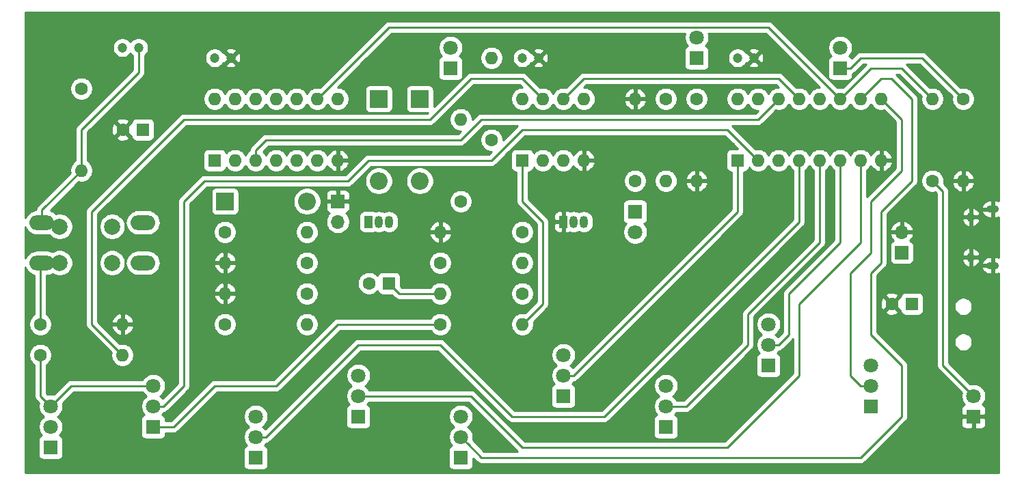
<source format=gbl>
G04 #@! TF.GenerationSoftware,KiCad,Pcbnew,(5.1.10)-1*
G04 #@! TF.CreationDate,2021-10-13T19:52:23+02:00*
G04 #@! TF.ProjectId,frogger,66726f67-6765-4722-9e6b-696361645f70,1*
G04 #@! TF.SameCoordinates,Original*
G04 #@! TF.FileFunction,Copper,L2,Bot*
G04 #@! TF.FilePolarity,Positive*
%FSLAX46Y46*%
G04 Gerber Fmt 4.6, Leading zero omitted, Abs format (unit mm)*
G04 Created by KiCad (PCBNEW (5.1.10)-1) date 2021-10-13 19:52:23*
%MOMM*%
%LPD*%
G01*
G04 APERTURE LIST*
G04 #@! TA.AperFunction,ComponentPad*
%ADD10O,1.600000X1.600000*%
G04 #@! TD*
G04 #@! TA.AperFunction,ComponentPad*
%ADD11R,1.600000X1.600000*%
G04 #@! TD*
G04 #@! TA.AperFunction,ComponentPad*
%ADD12C,1.800000*%
G04 #@! TD*
G04 #@! TA.AperFunction,ComponentPad*
%ADD13R,1.800000X1.800000*%
G04 #@! TD*
G04 #@! TA.AperFunction,ComponentPad*
%ADD14C,1.600000*%
G04 #@! TD*
G04 #@! TA.AperFunction,ComponentPad*
%ADD15O,1.700000X1.700000*%
G04 #@! TD*
G04 #@! TA.AperFunction,ComponentPad*
%ADD16R,1.700000X1.700000*%
G04 #@! TD*
G04 #@! TA.AperFunction,ComponentPad*
%ADD17O,2.200000X2.200000*%
G04 #@! TD*
G04 #@! TA.AperFunction,ComponentPad*
%ADD18R,2.200000X2.200000*%
G04 #@! TD*
G04 #@! TA.AperFunction,ComponentPad*
%ADD19C,1.200000*%
G04 #@! TD*
G04 #@! TA.AperFunction,ComponentPad*
%ADD20C,2.000000*%
G04 #@! TD*
G04 #@! TA.AperFunction,ComponentPad*
%ADD21O,3.048000X1.850000*%
G04 #@! TD*
G04 #@! TA.AperFunction,ComponentPad*
%ADD22R,1.050000X1.500000*%
G04 #@! TD*
G04 #@! TA.AperFunction,ComponentPad*
%ADD23O,1.050000X1.500000*%
G04 #@! TD*
G04 #@! TA.AperFunction,ComponentPad*
%ADD24O,1.550000X0.890000*%
G04 #@! TD*
G04 #@! TA.AperFunction,ComponentPad*
%ADD25O,0.950000X1.250000*%
G04 #@! TD*
G04 #@! TA.AperFunction,Conductor*
%ADD26C,0.250000*%
G04 #@! TD*
G04 #@! TA.AperFunction,Conductor*
%ADD27C,0.254000*%
G04 #@! TD*
G04 #@! TA.AperFunction,Conductor*
%ADD28C,0.150000*%
G04 #@! TD*
G04 APERTURE END LIST*
D10*
X142240000Y-39370000D03*
X160020000Y-46990000D03*
X144780000Y-39370000D03*
X157480000Y-46990000D03*
X147320000Y-39370000D03*
X154940000Y-46990000D03*
X149860000Y-39370000D03*
X152400000Y-46990000D03*
X152400000Y-39370000D03*
X149860000Y-46990000D03*
X154940000Y-39370000D03*
X147320000Y-46990000D03*
X157480000Y-39370000D03*
X144780000Y-46990000D03*
X160020000Y-39370000D03*
D11*
X142240000Y-46990000D03*
D10*
X115570000Y-39370000D03*
X123190000Y-46990000D03*
X118110000Y-39370000D03*
X120650000Y-46990000D03*
X120650000Y-39370000D03*
X118110000Y-46990000D03*
X123190000Y-39370000D03*
D11*
X115570000Y-46990000D03*
D10*
X77470000Y-39370000D03*
X92710000Y-46990000D03*
X80010000Y-39370000D03*
X90170000Y-46990000D03*
X82550000Y-39370000D03*
X87630000Y-46990000D03*
X85090000Y-39370000D03*
X85090000Y-46990000D03*
X87630000Y-39370000D03*
X82550000Y-46990000D03*
X90170000Y-39370000D03*
X80010000Y-46990000D03*
X92710000Y-39370000D03*
D11*
X77470000Y-46990000D03*
D12*
X137160000Y-31750000D03*
D13*
X137160000Y-34290000D03*
D10*
X137160000Y-49530000D03*
D14*
X137160000Y-39370000D03*
D12*
X95250000Y-73660000D03*
X95250000Y-76200000D03*
D13*
X95250000Y-78740000D03*
D10*
X78740000Y-59690000D03*
D14*
X88900000Y-59690000D03*
D15*
X92710000Y-54610000D03*
D16*
X92710000Y-52070000D03*
D17*
X88900000Y-52070000D03*
D18*
X78740000Y-52070000D03*
D12*
X82550000Y-78740000D03*
X82550000Y-81280000D03*
D13*
X82550000Y-83820000D03*
D10*
X66040000Y-67310000D03*
D14*
X55880000Y-67310000D03*
D19*
X68040000Y-33020000D03*
X66040000Y-33020000D03*
D20*
X58270000Y-59690000D03*
X58270000Y-55190000D03*
X64770000Y-59690000D03*
X64770000Y-55190000D03*
D21*
X68580000Y-54690000D03*
X68580000Y-59690000D03*
X56080000Y-54690000D03*
X56080000Y-59690000D03*
D10*
X129540000Y-39370000D03*
D14*
X129540000Y-49530000D03*
D10*
X170180000Y-49530000D03*
D14*
X170180000Y-39370000D03*
D10*
X111760000Y-34290000D03*
D14*
X111760000Y-44450000D03*
D10*
X66040000Y-71120000D03*
D14*
X55880000Y-71120000D03*
D10*
X115570000Y-67310000D03*
D14*
X105410000Y-67310000D03*
D10*
X166370000Y-39370000D03*
D14*
X166370000Y-49530000D03*
D10*
X133350000Y-49530000D03*
D14*
X133350000Y-39370000D03*
D10*
X107950000Y-41910000D03*
D14*
X107950000Y-52070000D03*
D10*
X105410000Y-55880000D03*
D14*
X115570000Y-55880000D03*
D10*
X115570000Y-59690000D03*
D14*
X105410000Y-59690000D03*
D10*
X105410000Y-63500000D03*
D14*
X115570000Y-63500000D03*
D10*
X60960000Y-48260000D03*
D14*
X60960000Y-38100000D03*
D10*
X78740000Y-63500000D03*
D14*
X88900000Y-63500000D03*
D10*
X88900000Y-67310000D03*
D14*
X78740000Y-67310000D03*
D10*
X88900000Y-55880000D03*
D14*
X78740000Y-55880000D03*
D22*
X120650000Y-54610000D03*
D23*
X123190000Y-54610000D03*
X121920000Y-54610000D03*
D22*
X96520000Y-54610000D03*
D23*
X99060000Y-54610000D03*
X97790000Y-54610000D03*
D15*
X162560000Y-55880000D03*
D16*
X162560000Y-58420000D03*
D24*
X173820000Y-53030000D03*
X173820000Y-60030000D03*
D25*
X171120000Y-54030000D03*
X171120000Y-59030000D03*
D12*
X129540000Y-55880000D03*
D13*
X129540000Y-53340000D03*
D12*
X154940000Y-33020000D03*
D13*
X154940000Y-35560000D03*
D12*
X106680000Y-33020000D03*
D13*
X106680000Y-35560000D03*
D12*
X171450000Y-76200000D03*
D13*
X171450000Y-78740000D03*
D12*
X158750000Y-72390000D03*
X158750000Y-74930000D03*
D13*
X158750000Y-77470000D03*
D12*
X146050000Y-67310000D03*
X146050000Y-69850000D03*
D13*
X146050000Y-72390000D03*
D12*
X133350000Y-74930000D03*
X133350000Y-77470000D03*
D13*
X133350000Y-80010000D03*
D12*
X120650000Y-71120000D03*
X120650000Y-73660000D03*
D13*
X120650000Y-76200000D03*
D12*
X107950000Y-78740000D03*
X107950000Y-81280000D03*
D13*
X107950000Y-83820000D03*
D12*
X69850000Y-74930000D03*
X69850000Y-77470000D03*
D13*
X69850000Y-80010000D03*
D12*
X57150000Y-77470000D03*
X57150000Y-80010000D03*
D13*
X57150000Y-82550000D03*
D17*
X102870000Y-49530000D03*
D18*
X102870000Y-39370000D03*
D17*
X97790000Y-49530000D03*
D18*
X97790000Y-39370000D03*
D14*
X96560000Y-62230000D03*
D11*
X99060000Y-62230000D03*
D19*
X144240000Y-34290000D03*
X142240000Y-34290000D03*
X117570000Y-34290000D03*
X115570000Y-34290000D03*
X79470000Y-34290000D03*
X77470000Y-34290000D03*
D14*
X161330000Y-64770000D03*
D11*
X163830000Y-64770000D03*
D14*
X66080000Y-43180000D03*
D11*
X68580000Y-43180000D03*
D26*
X109220000Y-76200000D02*
X95250000Y-76200000D01*
X115570000Y-82550000D02*
X109220000Y-76200000D01*
X140970000Y-82550000D02*
X115570000Y-82550000D01*
X149860000Y-73660000D02*
X140970000Y-82550000D01*
X149860000Y-64770000D02*
X149860000Y-73660000D01*
X157480000Y-57150000D02*
X149860000Y-64770000D01*
X157480000Y-46990000D02*
X157480000Y-57150000D01*
X82550000Y-45720000D02*
X82550000Y-46990000D01*
X107950000Y-44450000D02*
X83820000Y-44450000D01*
X144780000Y-41910000D02*
X114300000Y-41910000D01*
X147320000Y-39370000D02*
X144780000Y-41910000D01*
X83820000Y-44450000D02*
X82550000Y-45720000D01*
X114300000Y-41910000D02*
X110490000Y-41910000D01*
X110490000Y-41910000D02*
X107950000Y-44450000D01*
X146050000Y-69850000D02*
X147320000Y-69850000D01*
X148590000Y-68580000D02*
X148590000Y-63500000D01*
X147320000Y-69850000D02*
X148590000Y-68580000D01*
X148590000Y-63500000D02*
X154940000Y-57150000D01*
X154940000Y-57150000D02*
X154940000Y-46990000D01*
X123190000Y-36830000D02*
X120650000Y-39370000D01*
X147320000Y-36830000D02*
X123190000Y-36830000D01*
X149860000Y-39370000D02*
X147320000Y-36830000D01*
X118110000Y-64770000D02*
X115570000Y-67310000D01*
X118110000Y-54610000D02*
X118110000Y-64770000D01*
X115570000Y-52070000D02*
X118110000Y-54610000D01*
X115570000Y-46990000D02*
X115570000Y-52070000D01*
X143510000Y-69850000D02*
X143510000Y-66040000D01*
X143510000Y-66040000D02*
X152400000Y-57150000D01*
X152400000Y-57150000D02*
X152400000Y-46990000D01*
X135890000Y-77470000D02*
X143510000Y-69850000D01*
X133350000Y-77470000D02*
X135890000Y-77470000D01*
X149860000Y-46990000D02*
X149860000Y-54610000D01*
X149860000Y-54610000D02*
X125730000Y-78740000D01*
X125730000Y-78740000D02*
X114300000Y-78740000D01*
X114300000Y-78740000D02*
X105410000Y-69850000D01*
X105410000Y-69850000D02*
X95250000Y-69850000D01*
X82550000Y-81280000D02*
X83820000Y-81280000D01*
X83820000Y-81280000D02*
X95250000Y-69850000D01*
X99060000Y-30480000D02*
X90170000Y-39370000D01*
X146050000Y-30480000D02*
X99060000Y-30480000D01*
X154940000Y-39370000D02*
X146050000Y-30480000D01*
X154940000Y-39370000D02*
X158750000Y-35560000D01*
X158750000Y-35560000D02*
X162560000Y-35560000D01*
X162560000Y-35560000D02*
X166370000Y-39370000D01*
X108849999Y-82179999D02*
X107950000Y-81280000D01*
X157480000Y-83820000D02*
X110490000Y-83820000D01*
X110490000Y-83820000D02*
X108849999Y-82179999D01*
X161290000Y-36830000D02*
X163830000Y-39370000D01*
X162560000Y-78740000D02*
X157480000Y-83820000D01*
X160020000Y-36830000D02*
X161290000Y-36830000D01*
X157480000Y-39370000D02*
X160020000Y-36830000D01*
X158750000Y-60960000D02*
X158750000Y-68580000D01*
X158750000Y-68580000D02*
X162560000Y-72390000D01*
X162560000Y-72390000D02*
X162560000Y-78740000D01*
X163830000Y-49530000D02*
X160020000Y-53340000D01*
X163830000Y-39370000D02*
X163830000Y-49530000D01*
X160020000Y-53340000D02*
X160020000Y-59690000D01*
X160020000Y-59690000D02*
X158750000Y-60960000D01*
X142240000Y-44450000D02*
X144780000Y-46990000D01*
X92710000Y-49530000D02*
X78740000Y-49530000D01*
X142240000Y-44450000D02*
X140970000Y-43180000D01*
X140970000Y-43180000D02*
X115570000Y-43180000D01*
X115570000Y-43180000D02*
X111760000Y-46990000D01*
X111760000Y-46990000D02*
X96520000Y-46990000D01*
X96520000Y-46990000D02*
X93980000Y-49530000D01*
X93980000Y-49530000D02*
X92710000Y-49530000D01*
X69850000Y-77470000D02*
X71120000Y-77470000D01*
X73660000Y-52070000D02*
X73660000Y-74930000D01*
X76200000Y-49530000D02*
X73660000Y-52070000D01*
X78740000Y-49530000D02*
X76200000Y-49530000D01*
X71120000Y-77470000D02*
X73660000Y-74930000D01*
X162560000Y-41910000D02*
X160020000Y-39370000D01*
X162560000Y-48260000D02*
X162560000Y-41910000D01*
X158750000Y-52070000D02*
X162560000Y-48260000D01*
X156210000Y-73660000D02*
X156210000Y-60960000D01*
X156210000Y-60960000D02*
X158750000Y-58420000D01*
X157480000Y-74930000D02*
X156210000Y-73660000D01*
X158750000Y-58420000D02*
X158750000Y-52070000D01*
X158750000Y-74930000D02*
X157480000Y-74930000D01*
X120650000Y-73660000D02*
X121920000Y-73660000D01*
X121920000Y-73660000D02*
X142240000Y-53340000D01*
X142240000Y-53340000D02*
X142240000Y-46990000D01*
X68040000Y-33020000D02*
X68040000Y-36100000D01*
X55880000Y-54490000D02*
X56080000Y-54690000D01*
X68040000Y-36100000D02*
X60960000Y-43180000D01*
X60960000Y-43180000D02*
X60960000Y-48260000D01*
X56080000Y-53140000D02*
X60960000Y-48260000D01*
X56080000Y-54690000D02*
X56080000Y-53140000D01*
X59690000Y-74930000D02*
X57150000Y-77470000D01*
X69850000Y-74930000D02*
X59690000Y-74930000D01*
X55880000Y-76200000D02*
X57150000Y-77470000D01*
X55880000Y-71120000D02*
X55880000Y-76200000D01*
X72390000Y-80010000D02*
X69850000Y-80010000D01*
X77470000Y-74930000D02*
X72390000Y-80010000D01*
X85090000Y-74930000D02*
X77470000Y-74930000D01*
X92710000Y-67310000D02*
X85090000Y-74930000D01*
X105410000Y-67310000D02*
X92710000Y-67310000D01*
X109220000Y-36830000D02*
X104140000Y-41910000D01*
X115570000Y-36830000D02*
X109220000Y-36830000D01*
X118110000Y-39370000D02*
X115570000Y-36830000D01*
X62230000Y-67310000D02*
X62230000Y-53340000D01*
X66040000Y-71120000D02*
X62230000Y-67310000D01*
X104140000Y-41910000D02*
X74930000Y-41910000D01*
X74930000Y-41910000D02*
X73660000Y-41910000D01*
X62230000Y-53340000D02*
X73660000Y-41910000D01*
X167640000Y-50800000D02*
X166370000Y-49530000D01*
X167640000Y-69850000D02*
X167640000Y-50800000D01*
X167640000Y-69850000D02*
X167640000Y-68580000D01*
X171450000Y-76200000D02*
X167640000Y-72390000D01*
X167640000Y-69850000D02*
X167640000Y-72390000D01*
X170180000Y-39370000D02*
X165100000Y-34290000D01*
X165100000Y-34290000D02*
X157480000Y-34290000D01*
X156210000Y-35560000D02*
X154940000Y-35560000D01*
X157480000Y-34290000D02*
X156210000Y-35560000D01*
X55880000Y-59890000D02*
X56080000Y-59690000D01*
X55880000Y-67310000D02*
X55880000Y-59890000D01*
X100330000Y-63500000D02*
X99060000Y-62230000D01*
X105410000Y-63500000D02*
X100330000Y-63500000D01*
D27*
X174575000Y-52034702D02*
X174485257Y-51995528D01*
X174277000Y-51950000D01*
X173947000Y-51950000D01*
X173947000Y-52903000D01*
X173967000Y-52903000D01*
X173967000Y-53157000D01*
X173947000Y-53157000D01*
X173947000Y-54110000D01*
X174277000Y-54110000D01*
X174485257Y-54064472D01*
X174575000Y-54025298D01*
X174575001Y-59034702D01*
X174485257Y-58995528D01*
X174277000Y-58950000D01*
X173947000Y-58950000D01*
X173947000Y-59903000D01*
X173967000Y-59903000D01*
X173967000Y-60157000D01*
X173947000Y-60157000D01*
X173947000Y-61110000D01*
X174277000Y-61110000D01*
X174485257Y-61064472D01*
X174575001Y-61025298D01*
X174575001Y-85675000D01*
X54025000Y-85675000D01*
X54025000Y-70978665D01*
X54445000Y-70978665D01*
X54445000Y-71261335D01*
X54500147Y-71538574D01*
X54608320Y-71799727D01*
X54765363Y-72034759D01*
X54965241Y-72234637D01*
X55120000Y-72338044D01*
X55120001Y-76162668D01*
X55116324Y-76200000D01*
X55130998Y-76348985D01*
X55174454Y-76492246D01*
X55245026Y-76624276D01*
X55315379Y-76710000D01*
X55340000Y-76740001D01*
X55368998Y-76763799D01*
X55666269Y-77061070D01*
X55615000Y-77318816D01*
X55615000Y-77621184D01*
X55673989Y-77917743D01*
X55789701Y-78197095D01*
X55957688Y-78448505D01*
X56171495Y-78662312D01*
X56287763Y-78740000D01*
X56171495Y-78817688D01*
X55957688Y-79031495D01*
X55789701Y-79282905D01*
X55673989Y-79562257D01*
X55615000Y-79858816D01*
X55615000Y-80161184D01*
X55673989Y-80457743D01*
X55789701Y-80737095D01*
X55957688Y-80988505D01*
X56024127Y-81054944D01*
X56005820Y-81060498D01*
X55895506Y-81119463D01*
X55798815Y-81198815D01*
X55719463Y-81295506D01*
X55660498Y-81405820D01*
X55624188Y-81525518D01*
X55611928Y-81650000D01*
X55611928Y-83450000D01*
X55624188Y-83574482D01*
X55660498Y-83694180D01*
X55719463Y-83804494D01*
X55798815Y-83901185D01*
X55895506Y-83980537D01*
X56005820Y-84039502D01*
X56125518Y-84075812D01*
X56250000Y-84088072D01*
X58050000Y-84088072D01*
X58174482Y-84075812D01*
X58294180Y-84039502D01*
X58404494Y-83980537D01*
X58501185Y-83901185D01*
X58580537Y-83804494D01*
X58639502Y-83694180D01*
X58675812Y-83574482D01*
X58688072Y-83450000D01*
X58688072Y-81650000D01*
X58675812Y-81525518D01*
X58639502Y-81405820D01*
X58580537Y-81295506D01*
X58501185Y-81198815D01*
X58404494Y-81119463D01*
X58294180Y-81060498D01*
X58275873Y-81054944D01*
X58342312Y-80988505D01*
X58510299Y-80737095D01*
X58626011Y-80457743D01*
X58685000Y-80161184D01*
X58685000Y-79858816D01*
X58626011Y-79562257D01*
X58510299Y-79282905D01*
X58342312Y-79031495D01*
X58128505Y-78817688D01*
X58012237Y-78740000D01*
X58128505Y-78662312D01*
X58342312Y-78448505D01*
X58510299Y-78197095D01*
X58626011Y-77917743D01*
X58685000Y-77621184D01*
X58685000Y-77318816D01*
X58633731Y-77061070D01*
X60004803Y-75690000D01*
X68511687Y-75690000D01*
X68657688Y-75908505D01*
X68871495Y-76122312D01*
X68987763Y-76200000D01*
X68871495Y-76277688D01*
X68657688Y-76491495D01*
X68489701Y-76742905D01*
X68373989Y-77022257D01*
X68315000Y-77318816D01*
X68315000Y-77621184D01*
X68373989Y-77917743D01*
X68489701Y-78197095D01*
X68657688Y-78448505D01*
X68724127Y-78514944D01*
X68705820Y-78520498D01*
X68595506Y-78579463D01*
X68498815Y-78658815D01*
X68419463Y-78755506D01*
X68360498Y-78865820D01*
X68324188Y-78985518D01*
X68311928Y-79110000D01*
X68311928Y-80910000D01*
X68324188Y-81034482D01*
X68360498Y-81154180D01*
X68419463Y-81264494D01*
X68498815Y-81361185D01*
X68595506Y-81440537D01*
X68705820Y-81499502D01*
X68825518Y-81535812D01*
X68950000Y-81548072D01*
X70750000Y-81548072D01*
X70874482Y-81535812D01*
X70994180Y-81499502D01*
X71104494Y-81440537D01*
X71201185Y-81361185D01*
X71280537Y-81264494D01*
X71339502Y-81154180D01*
X71375812Y-81034482D01*
X71388072Y-80910000D01*
X71388072Y-80770000D01*
X72352678Y-80770000D01*
X72390000Y-80773676D01*
X72427322Y-80770000D01*
X72427333Y-80770000D01*
X72538986Y-80759003D01*
X72682247Y-80715546D01*
X72814276Y-80644974D01*
X72930001Y-80550001D01*
X72953804Y-80520997D01*
X77784802Y-75690000D01*
X85052678Y-75690000D01*
X85090000Y-75693676D01*
X85127322Y-75690000D01*
X85127333Y-75690000D01*
X85238986Y-75679003D01*
X85382247Y-75635546D01*
X85514276Y-75564974D01*
X85630001Y-75470001D01*
X85653804Y-75440997D01*
X93024802Y-68070000D01*
X104191957Y-68070000D01*
X104295363Y-68224759D01*
X104495241Y-68424637D01*
X104730273Y-68581680D01*
X104991426Y-68689853D01*
X105268665Y-68745000D01*
X105551335Y-68745000D01*
X105828574Y-68689853D01*
X106089727Y-68581680D01*
X106324759Y-68424637D01*
X106524637Y-68224759D01*
X106681680Y-67989727D01*
X106789853Y-67728574D01*
X106845000Y-67451335D01*
X106845000Y-67168665D01*
X106789853Y-66891426D01*
X106681680Y-66630273D01*
X106524637Y-66395241D01*
X106324759Y-66195363D01*
X106089727Y-66038320D01*
X105828574Y-65930147D01*
X105551335Y-65875000D01*
X105268665Y-65875000D01*
X104991426Y-65930147D01*
X104730273Y-66038320D01*
X104495241Y-66195363D01*
X104295363Y-66395241D01*
X104191957Y-66550000D01*
X92747322Y-66550000D01*
X92709999Y-66546324D01*
X92672676Y-66550000D01*
X92672667Y-66550000D01*
X92561014Y-66560997D01*
X92417753Y-66604454D01*
X92285724Y-66675026D01*
X92169999Y-66769999D01*
X92146201Y-66798997D01*
X84775199Y-74170000D01*
X77507323Y-74170000D01*
X77470000Y-74166324D01*
X77432677Y-74170000D01*
X77432667Y-74170000D01*
X77321014Y-74180997D01*
X77179912Y-74223799D01*
X77177753Y-74224454D01*
X77045723Y-74295026D01*
X76962083Y-74363668D01*
X76929999Y-74389999D01*
X76906201Y-74418997D01*
X72075199Y-79250000D01*
X71388072Y-79250000D01*
X71388072Y-79110000D01*
X71375812Y-78985518D01*
X71339502Y-78865820D01*
X71280537Y-78755506D01*
X71201185Y-78658815D01*
X71104494Y-78579463D01*
X70994180Y-78520498D01*
X70975873Y-78514944D01*
X71042312Y-78448505D01*
X71190495Y-78226734D01*
X71268986Y-78219003D01*
X71412247Y-78175546D01*
X71544276Y-78104974D01*
X71660001Y-78010001D01*
X71683804Y-77980997D01*
X74171008Y-75493795D01*
X74200001Y-75470001D01*
X74223795Y-75441008D01*
X74223799Y-75441004D01*
X74294973Y-75354277D01*
X74294974Y-75354276D01*
X74365546Y-75222247D01*
X74409003Y-75078986D01*
X74420000Y-74967333D01*
X74420000Y-74967324D01*
X74423676Y-74930001D01*
X74420000Y-74892678D01*
X74420000Y-67168665D01*
X77305000Y-67168665D01*
X77305000Y-67451335D01*
X77360147Y-67728574D01*
X77468320Y-67989727D01*
X77625363Y-68224759D01*
X77825241Y-68424637D01*
X78060273Y-68581680D01*
X78321426Y-68689853D01*
X78598665Y-68745000D01*
X78881335Y-68745000D01*
X79158574Y-68689853D01*
X79419727Y-68581680D01*
X79654759Y-68424637D01*
X79854637Y-68224759D01*
X80011680Y-67989727D01*
X80119853Y-67728574D01*
X80175000Y-67451335D01*
X80175000Y-67168665D01*
X87465000Y-67168665D01*
X87465000Y-67451335D01*
X87520147Y-67728574D01*
X87628320Y-67989727D01*
X87785363Y-68224759D01*
X87985241Y-68424637D01*
X88220273Y-68581680D01*
X88481426Y-68689853D01*
X88758665Y-68745000D01*
X89041335Y-68745000D01*
X89318574Y-68689853D01*
X89579727Y-68581680D01*
X89814759Y-68424637D01*
X90014637Y-68224759D01*
X90171680Y-67989727D01*
X90279853Y-67728574D01*
X90335000Y-67451335D01*
X90335000Y-67168665D01*
X90279853Y-66891426D01*
X90171680Y-66630273D01*
X90014637Y-66395241D01*
X89814759Y-66195363D01*
X89579727Y-66038320D01*
X89318574Y-65930147D01*
X89041335Y-65875000D01*
X88758665Y-65875000D01*
X88481426Y-65930147D01*
X88220273Y-66038320D01*
X87985241Y-66195363D01*
X87785363Y-66395241D01*
X87628320Y-66630273D01*
X87520147Y-66891426D01*
X87465000Y-67168665D01*
X80175000Y-67168665D01*
X80119853Y-66891426D01*
X80011680Y-66630273D01*
X79854637Y-66395241D01*
X79654759Y-66195363D01*
X79419727Y-66038320D01*
X79158574Y-65930147D01*
X78881335Y-65875000D01*
X78598665Y-65875000D01*
X78321426Y-65930147D01*
X78060273Y-66038320D01*
X77825241Y-66195363D01*
X77625363Y-66395241D01*
X77468320Y-66630273D01*
X77360147Y-66891426D01*
X77305000Y-67168665D01*
X74420000Y-67168665D01*
X74420000Y-63849039D01*
X77348096Y-63849039D01*
X77388754Y-63983087D01*
X77508963Y-64237420D01*
X77676481Y-64463414D01*
X77884869Y-64652385D01*
X78126119Y-64797070D01*
X78390960Y-64891909D01*
X78613000Y-64770624D01*
X78613000Y-63627000D01*
X78867000Y-63627000D01*
X78867000Y-64770624D01*
X79089040Y-64891909D01*
X79353881Y-64797070D01*
X79595131Y-64652385D01*
X79803519Y-64463414D01*
X79971037Y-64237420D01*
X80091246Y-63983087D01*
X80131904Y-63849039D01*
X80009915Y-63627000D01*
X78867000Y-63627000D01*
X78613000Y-63627000D01*
X77470085Y-63627000D01*
X77348096Y-63849039D01*
X74420000Y-63849039D01*
X74420000Y-63150961D01*
X77348096Y-63150961D01*
X77470085Y-63373000D01*
X78613000Y-63373000D01*
X78613000Y-62229376D01*
X78867000Y-62229376D01*
X78867000Y-63373000D01*
X80009915Y-63373000D01*
X80017790Y-63358665D01*
X87465000Y-63358665D01*
X87465000Y-63641335D01*
X87520147Y-63918574D01*
X87628320Y-64179727D01*
X87785363Y-64414759D01*
X87985241Y-64614637D01*
X88220273Y-64771680D01*
X88481426Y-64879853D01*
X88758665Y-64935000D01*
X89041335Y-64935000D01*
X89318574Y-64879853D01*
X89579727Y-64771680D01*
X89814759Y-64614637D01*
X90014637Y-64414759D01*
X90171680Y-64179727D01*
X90279853Y-63918574D01*
X90335000Y-63641335D01*
X90335000Y-63358665D01*
X90279853Y-63081426D01*
X90171680Y-62820273D01*
X90014637Y-62585241D01*
X89814759Y-62385363D01*
X89579727Y-62228320D01*
X89318574Y-62120147D01*
X89160306Y-62088665D01*
X95125000Y-62088665D01*
X95125000Y-62371335D01*
X95180147Y-62648574D01*
X95288320Y-62909727D01*
X95445363Y-63144759D01*
X95645241Y-63344637D01*
X95880273Y-63501680D01*
X96141426Y-63609853D01*
X96418665Y-63665000D01*
X96701335Y-63665000D01*
X96978574Y-63609853D01*
X97239727Y-63501680D01*
X97474759Y-63344637D01*
X97641339Y-63178057D01*
X97670498Y-63274180D01*
X97729463Y-63384494D01*
X97808815Y-63481185D01*
X97905506Y-63560537D01*
X98015820Y-63619502D01*
X98135518Y-63655812D01*
X98260000Y-63668072D01*
X99423270Y-63668072D01*
X99766201Y-64011003D01*
X99789999Y-64040001D01*
X99905724Y-64134974D01*
X100037753Y-64205546D01*
X100181014Y-64249003D01*
X100292667Y-64260000D01*
X100292676Y-64260000D01*
X100329999Y-64263676D01*
X100367322Y-64260000D01*
X104191957Y-64260000D01*
X104295363Y-64414759D01*
X104495241Y-64614637D01*
X104730273Y-64771680D01*
X104991426Y-64879853D01*
X105268665Y-64935000D01*
X105551335Y-64935000D01*
X105828574Y-64879853D01*
X106089727Y-64771680D01*
X106324759Y-64614637D01*
X106524637Y-64414759D01*
X106681680Y-64179727D01*
X106789853Y-63918574D01*
X106845000Y-63641335D01*
X106845000Y-63358665D01*
X114135000Y-63358665D01*
X114135000Y-63641335D01*
X114190147Y-63918574D01*
X114298320Y-64179727D01*
X114455363Y-64414759D01*
X114655241Y-64614637D01*
X114890273Y-64771680D01*
X115151426Y-64879853D01*
X115428665Y-64935000D01*
X115711335Y-64935000D01*
X115988574Y-64879853D01*
X116249727Y-64771680D01*
X116484759Y-64614637D01*
X116684637Y-64414759D01*
X116841680Y-64179727D01*
X116949853Y-63918574D01*
X117005000Y-63641335D01*
X117005000Y-63358665D01*
X116949853Y-63081426D01*
X116841680Y-62820273D01*
X116684637Y-62585241D01*
X116484759Y-62385363D01*
X116249727Y-62228320D01*
X115988574Y-62120147D01*
X115711335Y-62065000D01*
X115428665Y-62065000D01*
X115151426Y-62120147D01*
X114890273Y-62228320D01*
X114655241Y-62385363D01*
X114455363Y-62585241D01*
X114298320Y-62820273D01*
X114190147Y-63081426D01*
X114135000Y-63358665D01*
X106845000Y-63358665D01*
X106789853Y-63081426D01*
X106681680Y-62820273D01*
X106524637Y-62585241D01*
X106324759Y-62385363D01*
X106089727Y-62228320D01*
X105828574Y-62120147D01*
X105551335Y-62065000D01*
X105268665Y-62065000D01*
X104991426Y-62120147D01*
X104730273Y-62228320D01*
X104495241Y-62385363D01*
X104295363Y-62585241D01*
X104191957Y-62740000D01*
X100644802Y-62740000D01*
X100498072Y-62593270D01*
X100498072Y-61430000D01*
X100485812Y-61305518D01*
X100449502Y-61185820D01*
X100390537Y-61075506D01*
X100311185Y-60978815D01*
X100214494Y-60899463D01*
X100104180Y-60840498D01*
X99984482Y-60804188D01*
X99860000Y-60791928D01*
X98260000Y-60791928D01*
X98135518Y-60804188D01*
X98015820Y-60840498D01*
X97905506Y-60899463D01*
X97808815Y-60978815D01*
X97729463Y-61075506D01*
X97670498Y-61185820D01*
X97641339Y-61281943D01*
X97474759Y-61115363D01*
X97239727Y-60958320D01*
X96978574Y-60850147D01*
X96701335Y-60795000D01*
X96418665Y-60795000D01*
X96141426Y-60850147D01*
X95880273Y-60958320D01*
X95645241Y-61115363D01*
X95445363Y-61315241D01*
X95288320Y-61550273D01*
X95180147Y-61811426D01*
X95125000Y-62088665D01*
X89160306Y-62088665D01*
X89041335Y-62065000D01*
X88758665Y-62065000D01*
X88481426Y-62120147D01*
X88220273Y-62228320D01*
X87985241Y-62385363D01*
X87785363Y-62585241D01*
X87628320Y-62820273D01*
X87520147Y-63081426D01*
X87465000Y-63358665D01*
X80017790Y-63358665D01*
X80131904Y-63150961D01*
X80091246Y-63016913D01*
X79971037Y-62762580D01*
X79803519Y-62536586D01*
X79595131Y-62347615D01*
X79353881Y-62202930D01*
X79089040Y-62108091D01*
X78867000Y-62229376D01*
X78613000Y-62229376D01*
X78390960Y-62108091D01*
X78126119Y-62202930D01*
X77884869Y-62347615D01*
X77676481Y-62536586D01*
X77508963Y-62762580D01*
X77388754Y-63016913D01*
X77348096Y-63150961D01*
X74420000Y-63150961D01*
X74420000Y-60039039D01*
X77348096Y-60039039D01*
X77388754Y-60173087D01*
X77508963Y-60427420D01*
X77676481Y-60653414D01*
X77884869Y-60842385D01*
X78126119Y-60987070D01*
X78390960Y-61081909D01*
X78613000Y-60960624D01*
X78613000Y-59817000D01*
X78867000Y-59817000D01*
X78867000Y-60960624D01*
X79089040Y-61081909D01*
X79353881Y-60987070D01*
X79595131Y-60842385D01*
X79803519Y-60653414D01*
X79971037Y-60427420D01*
X80091246Y-60173087D01*
X80131904Y-60039039D01*
X80009915Y-59817000D01*
X78867000Y-59817000D01*
X78613000Y-59817000D01*
X77470085Y-59817000D01*
X77348096Y-60039039D01*
X74420000Y-60039039D01*
X74420000Y-59340961D01*
X77348096Y-59340961D01*
X77470085Y-59563000D01*
X78613000Y-59563000D01*
X78613000Y-58419376D01*
X78867000Y-58419376D01*
X78867000Y-59563000D01*
X80009915Y-59563000D01*
X80017790Y-59548665D01*
X87465000Y-59548665D01*
X87465000Y-59831335D01*
X87520147Y-60108574D01*
X87628320Y-60369727D01*
X87785363Y-60604759D01*
X87985241Y-60804637D01*
X88220273Y-60961680D01*
X88481426Y-61069853D01*
X88758665Y-61125000D01*
X89041335Y-61125000D01*
X89318574Y-61069853D01*
X89579727Y-60961680D01*
X89814759Y-60804637D01*
X90014637Y-60604759D01*
X90171680Y-60369727D01*
X90279853Y-60108574D01*
X90335000Y-59831335D01*
X90335000Y-59548665D01*
X103975000Y-59548665D01*
X103975000Y-59831335D01*
X104030147Y-60108574D01*
X104138320Y-60369727D01*
X104295363Y-60604759D01*
X104495241Y-60804637D01*
X104730273Y-60961680D01*
X104991426Y-61069853D01*
X105268665Y-61125000D01*
X105551335Y-61125000D01*
X105828574Y-61069853D01*
X106089727Y-60961680D01*
X106324759Y-60804637D01*
X106524637Y-60604759D01*
X106681680Y-60369727D01*
X106789853Y-60108574D01*
X106845000Y-59831335D01*
X106845000Y-59548665D01*
X114135000Y-59548665D01*
X114135000Y-59831335D01*
X114190147Y-60108574D01*
X114298320Y-60369727D01*
X114455363Y-60604759D01*
X114655241Y-60804637D01*
X114890273Y-60961680D01*
X115151426Y-61069853D01*
X115428665Y-61125000D01*
X115711335Y-61125000D01*
X115988574Y-61069853D01*
X116249727Y-60961680D01*
X116484759Y-60804637D01*
X116684637Y-60604759D01*
X116841680Y-60369727D01*
X116949853Y-60108574D01*
X117005000Y-59831335D01*
X117005000Y-59548665D01*
X116949853Y-59271426D01*
X116841680Y-59010273D01*
X116684637Y-58775241D01*
X116484759Y-58575363D01*
X116249727Y-58418320D01*
X115988574Y-58310147D01*
X115711335Y-58255000D01*
X115428665Y-58255000D01*
X115151426Y-58310147D01*
X114890273Y-58418320D01*
X114655241Y-58575363D01*
X114455363Y-58775241D01*
X114298320Y-59010273D01*
X114190147Y-59271426D01*
X114135000Y-59548665D01*
X106845000Y-59548665D01*
X106789853Y-59271426D01*
X106681680Y-59010273D01*
X106524637Y-58775241D01*
X106324759Y-58575363D01*
X106089727Y-58418320D01*
X105828574Y-58310147D01*
X105551335Y-58255000D01*
X105268665Y-58255000D01*
X104991426Y-58310147D01*
X104730273Y-58418320D01*
X104495241Y-58575363D01*
X104295363Y-58775241D01*
X104138320Y-59010273D01*
X104030147Y-59271426D01*
X103975000Y-59548665D01*
X90335000Y-59548665D01*
X90279853Y-59271426D01*
X90171680Y-59010273D01*
X90014637Y-58775241D01*
X89814759Y-58575363D01*
X89579727Y-58418320D01*
X89318574Y-58310147D01*
X89041335Y-58255000D01*
X88758665Y-58255000D01*
X88481426Y-58310147D01*
X88220273Y-58418320D01*
X87985241Y-58575363D01*
X87785363Y-58775241D01*
X87628320Y-59010273D01*
X87520147Y-59271426D01*
X87465000Y-59548665D01*
X80017790Y-59548665D01*
X80131904Y-59340961D01*
X80091246Y-59206913D01*
X79971037Y-58952580D01*
X79803519Y-58726586D01*
X79595131Y-58537615D01*
X79353881Y-58392930D01*
X79089040Y-58298091D01*
X78867000Y-58419376D01*
X78613000Y-58419376D01*
X78390960Y-58298091D01*
X78126119Y-58392930D01*
X77884869Y-58537615D01*
X77676481Y-58726586D01*
X77508963Y-58952580D01*
X77388754Y-59206913D01*
X77348096Y-59340961D01*
X74420000Y-59340961D01*
X74420000Y-55738665D01*
X77305000Y-55738665D01*
X77305000Y-56021335D01*
X77360147Y-56298574D01*
X77468320Y-56559727D01*
X77625363Y-56794759D01*
X77825241Y-56994637D01*
X78060273Y-57151680D01*
X78321426Y-57259853D01*
X78598665Y-57315000D01*
X78881335Y-57315000D01*
X79158574Y-57259853D01*
X79419727Y-57151680D01*
X79654759Y-56994637D01*
X79854637Y-56794759D01*
X80011680Y-56559727D01*
X80119853Y-56298574D01*
X80175000Y-56021335D01*
X80175000Y-55738665D01*
X87465000Y-55738665D01*
X87465000Y-56021335D01*
X87520147Y-56298574D01*
X87628320Y-56559727D01*
X87785363Y-56794759D01*
X87985241Y-56994637D01*
X88220273Y-57151680D01*
X88481426Y-57259853D01*
X88758665Y-57315000D01*
X89041335Y-57315000D01*
X89318574Y-57259853D01*
X89579727Y-57151680D01*
X89814759Y-56994637D01*
X90014637Y-56794759D01*
X90171680Y-56559727D01*
X90279853Y-56298574D01*
X90293684Y-56229039D01*
X104018096Y-56229039D01*
X104058754Y-56363087D01*
X104178963Y-56617420D01*
X104346481Y-56843414D01*
X104554869Y-57032385D01*
X104796119Y-57177070D01*
X105060960Y-57271909D01*
X105283000Y-57150624D01*
X105283000Y-56007000D01*
X105537000Y-56007000D01*
X105537000Y-57150624D01*
X105759040Y-57271909D01*
X106023881Y-57177070D01*
X106265131Y-57032385D01*
X106473519Y-56843414D01*
X106641037Y-56617420D01*
X106761246Y-56363087D01*
X106801904Y-56229039D01*
X106679915Y-56007000D01*
X105537000Y-56007000D01*
X105283000Y-56007000D01*
X104140085Y-56007000D01*
X104018096Y-56229039D01*
X90293684Y-56229039D01*
X90335000Y-56021335D01*
X90335000Y-55738665D01*
X90279853Y-55461426D01*
X90171680Y-55200273D01*
X90014637Y-54965241D01*
X89814759Y-54765363D01*
X89579727Y-54608320D01*
X89318574Y-54500147D01*
X89041335Y-54445000D01*
X88758665Y-54445000D01*
X88481426Y-54500147D01*
X88220273Y-54608320D01*
X87985241Y-54765363D01*
X87785363Y-54965241D01*
X87628320Y-55200273D01*
X87520147Y-55461426D01*
X87465000Y-55738665D01*
X80175000Y-55738665D01*
X80119853Y-55461426D01*
X80011680Y-55200273D01*
X79854637Y-54965241D01*
X79654759Y-54765363D01*
X79419727Y-54608320D01*
X79158574Y-54500147D01*
X78881335Y-54445000D01*
X78598665Y-54445000D01*
X78321426Y-54500147D01*
X78060273Y-54608320D01*
X77825241Y-54765363D01*
X77625363Y-54965241D01*
X77468320Y-55200273D01*
X77360147Y-55461426D01*
X77305000Y-55738665D01*
X74420000Y-55738665D01*
X74420000Y-52384801D01*
X75834802Y-50970000D01*
X77001928Y-50970000D01*
X77001928Y-53170000D01*
X77014188Y-53294482D01*
X77050498Y-53414180D01*
X77109463Y-53524494D01*
X77188815Y-53621185D01*
X77285506Y-53700537D01*
X77395820Y-53759502D01*
X77515518Y-53795812D01*
X77640000Y-53808072D01*
X79840000Y-53808072D01*
X79964482Y-53795812D01*
X80084180Y-53759502D01*
X80194494Y-53700537D01*
X80291185Y-53621185D01*
X80370537Y-53524494D01*
X80429502Y-53414180D01*
X80465812Y-53294482D01*
X80478072Y-53170000D01*
X80478072Y-51899117D01*
X87165000Y-51899117D01*
X87165000Y-52240883D01*
X87231675Y-52576081D01*
X87362463Y-52891831D01*
X87552337Y-53175998D01*
X87794002Y-53417663D01*
X88078169Y-53607537D01*
X88393919Y-53738325D01*
X88729117Y-53805000D01*
X89070883Y-53805000D01*
X89406081Y-53738325D01*
X89721831Y-53607537D01*
X90005998Y-53417663D01*
X90247663Y-53175998D01*
X90418715Y-52920000D01*
X91221928Y-52920000D01*
X91234188Y-53044482D01*
X91270498Y-53164180D01*
X91329463Y-53274494D01*
X91408815Y-53371185D01*
X91505506Y-53450537D01*
X91615820Y-53509502D01*
X91688380Y-53531513D01*
X91556525Y-53663368D01*
X91394010Y-53906589D01*
X91282068Y-54176842D01*
X91225000Y-54463740D01*
X91225000Y-54756260D01*
X91282068Y-55043158D01*
X91394010Y-55313411D01*
X91556525Y-55556632D01*
X91763368Y-55763475D01*
X92006589Y-55925990D01*
X92276842Y-56037932D01*
X92563740Y-56095000D01*
X92856260Y-56095000D01*
X93143158Y-56037932D01*
X93413411Y-55925990D01*
X93656632Y-55763475D01*
X93863475Y-55556632D01*
X94025990Y-55313411D01*
X94137932Y-55043158D01*
X94195000Y-54756260D01*
X94195000Y-54463740D01*
X94137932Y-54176842D01*
X94025990Y-53906589D01*
X93994861Y-53860000D01*
X95356928Y-53860000D01*
X95356928Y-55360000D01*
X95369188Y-55484482D01*
X95405498Y-55604180D01*
X95464463Y-55714494D01*
X95543815Y-55811185D01*
X95640506Y-55890537D01*
X95750820Y-55949502D01*
X95870518Y-55985812D01*
X95995000Y-55998072D01*
X97045000Y-55998072D01*
X97169482Y-55985812D01*
X97289180Y-55949502D01*
X97353902Y-55914907D01*
X97562601Y-55978215D01*
X97790000Y-56000612D01*
X98017400Y-55978215D01*
X98236060Y-55911885D01*
X98425001Y-55810894D01*
X98613941Y-55911885D01*
X98832601Y-55978215D01*
X99060000Y-56000612D01*
X99287400Y-55978215D01*
X99506060Y-55911885D01*
X99707579Y-55804171D01*
X99884212Y-55659212D01*
X99989464Y-55530961D01*
X104018096Y-55530961D01*
X104140085Y-55753000D01*
X105283000Y-55753000D01*
X105283000Y-54609376D01*
X105537000Y-54609376D01*
X105537000Y-55753000D01*
X106679915Y-55753000D01*
X106687790Y-55738665D01*
X114135000Y-55738665D01*
X114135000Y-56021335D01*
X114190147Y-56298574D01*
X114298320Y-56559727D01*
X114455363Y-56794759D01*
X114655241Y-56994637D01*
X114890273Y-57151680D01*
X115151426Y-57259853D01*
X115428665Y-57315000D01*
X115711335Y-57315000D01*
X115988574Y-57259853D01*
X116249727Y-57151680D01*
X116484759Y-56994637D01*
X116684637Y-56794759D01*
X116841680Y-56559727D01*
X116949853Y-56298574D01*
X117005000Y-56021335D01*
X117005000Y-55738665D01*
X116949853Y-55461426D01*
X116841680Y-55200273D01*
X116684637Y-54965241D01*
X116484759Y-54765363D01*
X116249727Y-54608320D01*
X115988574Y-54500147D01*
X115711335Y-54445000D01*
X115428665Y-54445000D01*
X115151426Y-54500147D01*
X114890273Y-54608320D01*
X114655241Y-54765363D01*
X114455363Y-54965241D01*
X114298320Y-55200273D01*
X114190147Y-55461426D01*
X114135000Y-55738665D01*
X106687790Y-55738665D01*
X106801904Y-55530961D01*
X106761246Y-55396913D01*
X106641037Y-55142580D01*
X106473519Y-54916586D01*
X106265131Y-54727615D01*
X106023881Y-54582930D01*
X105759040Y-54488091D01*
X105537000Y-54609376D01*
X105283000Y-54609376D01*
X105060960Y-54488091D01*
X104796119Y-54582930D01*
X104554869Y-54727615D01*
X104346481Y-54916586D01*
X104178963Y-55142580D01*
X104058754Y-55396913D01*
X104018096Y-55530961D01*
X99989464Y-55530961D01*
X100029171Y-55482579D01*
X100136885Y-55281059D01*
X100203215Y-55062399D01*
X100220000Y-54891978D01*
X100220000Y-54328021D01*
X100203215Y-54157600D01*
X100136885Y-53938940D01*
X100029171Y-53737421D01*
X99884212Y-53560788D01*
X99707578Y-53415829D01*
X99506059Y-53308115D01*
X99287399Y-53241785D01*
X99060000Y-53219388D01*
X98832600Y-53241785D01*
X98613940Y-53308115D01*
X98425000Y-53409106D01*
X98236059Y-53308115D01*
X98017399Y-53241785D01*
X97790000Y-53219388D01*
X97562600Y-53241785D01*
X97353902Y-53305093D01*
X97289180Y-53270498D01*
X97169482Y-53234188D01*
X97045000Y-53221928D01*
X95995000Y-53221928D01*
X95870518Y-53234188D01*
X95750820Y-53270498D01*
X95640506Y-53329463D01*
X95543815Y-53408815D01*
X95464463Y-53505506D01*
X95405498Y-53615820D01*
X95369188Y-53735518D01*
X95356928Y-53860000D01*
X93994861Y-53860000D01*
X93863475Y-53663368D01*
X93731620Y-53531513D01*
X93804180Y-53509502D01*
X93914494Y-53450537D01*
X94011185Y-53371185D01*
X94090537Y-53274494D01*
X94149502Y-53164180D01*
X94185812Y-53044482D01*
X94198072Y-52920000D01*
X94195000Y-52355750D01*
X94036250Y-52197000D01*
X92837000Y-52197000D01*
X92837000Y-52217000D01*
X92583000Y-52217000D01*
X92583000Y-52197000D01*
X91383750Y-52197000D01*
X91225000Y-52355750D01*
X91221928Y-52920000D01*
X90418715Y-52920000D01*
X90437537Y-52891831D01*
X90568325Y-52576081D01*
X90635000Y-52240883D01*
X90635000Y-51899117D01*
X90568325Y-51563919D01*
X90437537Y-51248169D01*
X90418716Y-51220000D01*
X91221928Y-51220000D01*
X91225000Y-51784250D01*
X91383750Y-51943000D01*
X92583000Y-51943000D01*
X92583000Y-50743750D01*
X92837000Y-50743750D01*
X92837000Y-51943000D01*
X94036250Y-51943000D01*
X94050585Y-51928665D01*
X106515000Y-51928665D01*
X106515000Y-52211335D01*
X106570147Y-52488574D01*
X106678320Y-52749727D01*
X106835363Y-52984759D01*
X107035241Y-53184637D01*
X107270273Y-53341680D01*
X107531426Y-53449853D01*
X107808665Y-53505000D01*
X108091335Y-53505000D01*
X108368574Y-53449853D01*
X108629727Y-53341680D01*
X108864759Y-53184637D01*
X109064637Y-52984759D01*
X109221680Y-52749727D01*
X109329853Y-52488574D01*
X109385000Y-52211335D01*
X109385000Y-51928665D01*
X109329853Y-51651426D01*
X109221680Y-51390273D01*
X109064637Y-51155241D01*
X108864759Y-50955363D01*
X108629727Y-50798320D01*
X108368574Y-50690147D01*
X108091335Y-50635000D01*
X107808665Y-50635000D01*
X107531426Y-50690147D01*
X107270273Y-50798320D01*
X107035241Y-50955363D01*
X106835363Y-51155241D01*
X106678320Y-51390273D01*
X106570147Y-51651426D01*
X106515000Y-51928665D01*
X94050585Y-51928665D01*
X94195000Y-51784250D01*
X94198072Y-51220000D01*
X94185812Y-51095518D01*
X94149502Y-50975820D01*
X94090537Y-50865506D01*
X94011185Y-50768815D01*
X93914494Y-50689463D01*
X93804180Y-50630498D01*
X93684482Y-50594188D01*
X93560000Y-50581928D01*
X92995750Y-50585000D01*
X92837000Y-50743750D01*
X92583000Y-50743750D01*
X92424250Y-50585000D01*
X91860000Y-50581928D01*
X91735518Y-50594188D01*
X91615820Y-50630498D01*
X91505506Y-50689463D01*
X91408815Y-50768815D01*
X91329463Y-50865506D01*
X91270498Y-50975820D01*
X91234188Y-51095518D01*
X91221928Y-51220000D01*
X90418716Y-51220000D01*
X90247663Y-50964002D01*
X90005998Y-50722337D01*
X89721831Y-50532463D01*
X89406081Y-50401675D01*
X89070883Y-50335000D01*
X88729117Y-50335000D01*
X88393919Y-50401675D01*
X88078169Y-50532463D01*
X87794002Y-50722337D01*
X87552337Y-50964002D01*
X87362463Y-51248169D01*
X87231675Y-51563919D01*
X87165000Y-51899117D01*
X80478072Y-51899117D01*
X80478072Y-50970000D01*
X80465812Y-50845518D01*
X80429502Y-50725820D01*
X80370537Y-50615506D01*
X80291185Y-50518815D01*
X80194494Y-50439463D01*
X80084180Y-50380498D01*
X79964482Y-50344188D01*
X79840000Y-50331928D01*
X77640000Y-50331928D01*
X77515518Y-50344188D01*
X77395820Y-50380498D01*
X77285506Y-50439463D01*
X77188815Y-50518815D01*
X77109463Y-50615506D01*
X77050498Y-50725820D01*
X77014188Y-50845518D01*
X77001928Y-50970000D01*
X75834802Y-50970000D01*
X76514803Y-50290000D01*
X93942678Y-50290000D01*
X93980000Y-50293676D01*
X94017322Y-50290000D01*
X94017333Y-50290000D01*
X94128986Y-50279003D01*
X94272247Y-50235546D01*
X94404276Y-50164974D01*
X94520001Y-50070001D01*
X94543804Y-50040997D01*
X95225684Y-49359117D01*
X96055000Y-49359117D01*
X96055000Y-49700883D01*
X96121675Y-50036081D01*
X96252463Y-50351831D01*
X96442337Y-50635998D01*
X96684002Y-50877663D01*
X96968169Y-51067537D01*
X97283919Y-51198325D01*
X97619117Y-51265000D01*
X97960883Y-51265000D01*
X98296081Y-51198325D01*
X98611831Y-51067537D01*
X98895998Y-50877663D01*
X99137663Y-50635998D01*
X99327537Y-50351831D01*
X99458325Y-50036081D01*
X99525000Y-49700883D01*
X99525000Y-49359117D01*
X101135000Y-49359117D01*
X101135000Y-49700883D01*
X101201675Y-50036081D01*
X101332463Y-50351831D01*
X101522337Y-50635998D01*
X101764002Y-50877663D01*
X102048169Y-51067537D01*
X102363919Y-51198325D01*
X102699117Y-51265000D01*
X103040883Y-51265000D01*
X103376081Y-51198325D01*
X103691831Y-51067537D01*
X103975998Y-50877663D01*
X104217663Y-50635998D01*
X104407537Y-50351831D01*
X104538325Y-50036081D01*
X104605000Y-49700883D01*
X104605000Y-49359117D01*
X104538325Y-49023919D01*
X104407537Y-48708169D01*
X104217663Y-48424002D01*
X103975998Y-48182337D01*
X103691831Y-47992463D01*
X103376081Y-47861675D01*
X103040883Y-47795000D01*
X102699117Y-47795000D01*
X102363919Y-47861675D01*
X102048169Y-47992463D01*
X101764002Y-48182337D01*
X101522337Y-48424002D01*
X101332463Y-48708169D01*
X101201675Y-49023919D01*
X101135000Y-49359117D01*
X99525000Y-49359117D01*
X99458325Y-49023919D01*
X99327537Y-48708169D01*
X99137663Y-48424002D01*
X98895998Y-48182337D01*
X98611831Y-47992463D01*
X98296081Y-47861675D01*
X97960883Y-47795000D01*
X97619117Y-47795000D01*
X97283919Y-47861675D01*
X96968169Y-47992463D01*
X96684002Y-48182337D01*
X96442337Y-48424002D01*
X96252463Y-48708169D01*
X96121675Y-49023919D01*
X96055000Y-49359117D01*
X95225684Y-49359117D01*
X96834803Y-47750000D01*
X111722678Y-47750000D01*
X111760000Y-47753676D01*
X111797322Y-47750000D01*
X111797333Y-47750000D01*
X111908986Y-47739003D01*
X112052247Y-47695546D01*
X112184276Y-47624974D01*
X112300001Y-47530001D01*
X112323804Y-47500997D01*
X113634801Y-46190000D01*
X114131928Y-46190000D01*
X114131928Y-47790000D01*
X114144188Y-47914482D01*
X114180498Y-48034180D01*
X114239463Y-48144494D01*
X114318815Y-48241185D01*
X114415506Y-48320537D01*
X114525820Y-48379502D01*
X114645518Y-48415812D01*
X114770000Y-48428072D01*
X114810000Y-48428072D01*
X114810001Y-52032667D01*
X114806324Y-52070000D01*
X114810001Y-52107333D01*
X114820245Y-52211335D01*
X114820998Y-52218985D01*
X114864454Y-52362246D01*
X114935026Y-52494276D01*
X115002361Y-52576323D01*
X115030000Y-52610001D01*
X115058998Y-52633799D01*
X117350000Y-54924803D01*
X117350001Y-64455196D01*
X115893886Y-65911312D01*
X115711335Y-65875000D01*
X115428665Y-65875000D01*
X115151426Y-65930147D01*
X114890273Y-66038320D01*
X114655241Y-66195363D01*
X114455363Y-66395241D01*
X114298320Y-66630273D01*
X114190147Y-66891426D01*
X114135000Y-67168665D01*
X114135000Y-67451335D01*
X114190147Y-67728574D01*
X114298320Y-67989727D01*
X114455363Y-68224759D01*
X114655241Y-68424637D01*
X114890273Y-68581680D01*
X115151426Y-68689853D01*
X115428665Y-68745000D01*
X115711335Y-68745000D01*
X115988574Y-68689853D01*
X116249727Y-68581680D01*
X116484759Y-68424637D01*
X116684637Y-68224759D01*
X116841680Y-67989727D01*
X116949853Y-67728574D01*
X117005000Y-67451335D01*
X117005000Y-67168665D01*
X116968688Y-66986114D01*
X118621008Y-65333795D01*
X118650001Y-65310001D01*
X118673795Y-65281008D01*
X118673799Y-65281004D01*
X118744973Y-65194277D01*
X118784606Y-65120130D01*
X118815546Y-65062247D01*
X118859003Y-64918986D01*
X118870000Y-64807333D01*
X118870000Y-64807324D01*
X118873676Y-64770001D01*
X118870000Y-64732678D01*
X118870000Y-55360000D01*
X119486928Y-55360000D01*
X119499188Y-55484482D01*
X119535498Y-55604180D01*
X119594463Y-55714494D01*
X119673815Y-55811185D01*
X119770506Y-55890537D01*
X119880820Y-55949502D01*
X120000518Y-55985812D01*
X120125000Y-55998072D01*
X120364250Y-55995000D01*
X120523000Y-55836250D01*
X120523000Y-54737000D01*
X119648750Y-54737000D01*
X119490000Y-54895750D01*
X119486928Y-55360000D01*
X118870000Y-55360000D01*
X118870000Y-54647322D01*
X118873676Y-54609999D01*
X118870000Y-54572676D01*
X118870000Y-54572667D01*
X118859003Y-54461014D01*
X118815546Y-54317753D01*
X118744974Y-54185724D01*
X118713808Y-54147748D01*
X118673799Y-54098996D01*
X118673795Y-54098992D01*
X118650001Y-54069999D01*
X118621009Y-54046206D01*
X118434803Y-53860000D01*
X119486928Y-53860000D01*
X119490000Y-54324250D01*
X119648750Y-54483000D01*
X120523000Y-54483000D01*
X120523000Y-54328022D01*
X120760000Y-54328022D01*
X120760000Y-54891979D01*
X120776785Y-55062400D01*
X120777000Y-55063109D01*
X120777000Y-55836250D01*
X120935750Y-55995000D01*
X121175000Y-55998072D01*
X121299482Y-55985812D01*
X121419180Y-55949502D01*
X121483902Y-55914907D01*
X121692601Y-55978215D01*
X121920000Y-56000612D01*
X122147400Y-55978215D01*
X122366060Y-55911885D01*
X122555001Y-55810894D01*
X122743941Y-55911885D01*
X122962601Y-55978215D01*
X123190000Y-56000612D01*
X123417400Y-55978215D01*
X123636060Y-55911885D01*
X123837579Y-55804171D01*
X124014212Y-55659212D01*
X124159171Y-55482579D01*
X124266885Y-55281059D01*
X124333215Y-55062399D01*
X124350000Y-54891978D01*
X124350000Y-54328021D01*
X124333215Y-54157600D01*
X124266885Y-53938940D01*
X124159171Y-53737421D01*
X124014212Y-53560788D01*
X123837578Y-53415829D01*
X123636059Y-53308115D01*
X123417399Y-53241785D01*
X123190000Y-53219388D01*
X122962600Y-53241785D01*
X122743940Y-53308115D01*
X122555000Y-53409106D01*
X122366059Y-53308115D01*
X122147399Y-53241785D01*
X121920000Y-53219388D01*
X121692600Y-53241785D01*
X121483902Y-53305093D01*
X121419180Y-53270498D01*
X121299482Y-53234188D01*
X121175000Y-53221928D01*
X120935750Y-53225000D01*
X120777000Y-53383750D01*
X120777000Y-54156892D01*
X120776785Y-54157601D01*
X120760000Y-54328022D01*
X120523000Y-54328022D01*
X120523000Y-53383750D01*
X120364250Y-53225000D01*
X120125000Y-53221928D01*
X120000518Y-53234188D01*
X119880820Y-53270498D01*
X119770506Y-53329463D01*
X119673815Y-53408815D01*
X119594463Y-53505506D01*
X119535498Y-53615820D01*
X119499188Y-53735518D01*
X119486928Y-53860000D01*
X118434803Y-53860000D01*
X117014802Y-52440000D01*
X128001928Y-52440000D01*
X128001928Y-54240000D01*
X128014188Y-54364482D01*
X128050498Y-54484180D01*
X128109463Y-54594494D01*
X128188815Y-54691185D01*
X128285506Y-54770537D01*
X128395820Y-54829502D01*
X128414127Y-54835056D01*
X128347688Y-54901495D01*
X128179701Y-55152905D01*
X128063989Y-55432257D01*
X128005000Y-55728816D01*
X128005000Y-56031184D01*
X128063989Y-56327743D01*
X128179701Y-56607095D01*
X128347688Y-56858505D01*
X128561495Y-57072312D01*
X128812905Y-57240299D01*
X129092257Y-57356011D01*
X129388816Y-57415000D01*
X129691184Y-57415000D01*
X129987743Y-57356011D01*
X130267095Y-57240299D01*
X130518505Y-57072312D01*
X130732312Y-56858505D01*
X130900299Y-56607095D01*
X131016011Y-56327743D01*
X131075000Y-56031184D01*
X131075000Y-55728816D01*
X131016011Y-55432257D01*
X130900299Y-55152905D01*
X130732312Y-54901495D01*
X130665873Y-54835056D01*
X130684180Y-54829502D01*
X130794494Y-54770537D01*
X130891185Y-54691185D01*
X130970537Y-54594494D01*
X131029502Y-54484180D01*
X131065812Y-54364482D01*
X131078072Y-54240000D01*
X131078072Y-52440000D01*
X131065812Y-52315518D01*
X131029502Y-52195820D01*
X130970537Y-52085506D01*
X130891185Y-51988815D01*
X130794494Y-51909463D01*
X130684180Y-51850498D01*
X130564482Y-51814188D01*
X130440000Y-51801928D01*
X128640000Y-51801928D01*
X128515518Y-51814188D01*
X128395820Y-51850498D01*
X128285506Y-51909463D01*
X128188815Y-51988815D01*
X128109463Y-52085506D01*
X128050498Y-52195820D01*
X128014188Y-52315518D01*
X128001928Y-52440000D01*
X117014802Y-52440000D01*
X116330000Y-51755199D01*
X116330000Y-49388665D01*
X128105000Y-49388665D01*
X128105000Y-49671335D01*
X128160147Y-49948574D01*
X128268320Y-50209727D01*
X128425363Y-50444759D01*
X128625241Y-50644637D01*
X128860273Y-50801680D01*
X129121426Y-50909853D01*
X129398665Y-50965000D01*
X129681335Y-50965000D01*
X129958574Y-50909853D01*
X130219727Y-50801680D01*
X130454759Y-50644637D01*
X130654637Y-50444759D01*
X130811680Y-50209727D01*
X130919853Y-49948574D01*
X130975000Y-49671335D01*
X130975000Y-49388665D01*
X131915000Y-49388665D01*
X131915000Y-49671335D01*
X131970147Y-49948574D01*
X132078320Y-50209727D01*
X132235363Y-50444759D01*
X132435241Y-50644637D01*
X132670273Y-50801680D01*
X132931426Y-50909853D01*
X133208665Y-50965000D01*
X133491335Y-50965000D01*
X133768574Y-50909853D01*
X134029727Y-50801680D01*
X134264759Y-50644637D01*
X134464637Y-50444759D01*
X134621680Y-50209727D01*
X134729853Y-49948574D01*
X134743684Y-49879040D01*
X135768091Y-49879040D01*
X135862930Y-50143881D01*
X136007615Y-50385131D01*
X136196586Y-50593519D01*
X136422580Y-50761037D01*
X136676913Y-50881246D01*
X136810961Y-50921904D01*
X137033000Y-50799915D01*
X137033000Y-49657000D01*
X137287000Y-49657000D01*
X137287000Y-50799915D01*
X137509039Y-50921904D01*
X137643087Y-50881246D01*
X137897420Y-50761037D01*
X138123414Y-50593519D01*
X138312385Y-50385131D01*
X138457070Y-50143881D01*
X138551909Y-49879040D01*
X138430624Y-49657000D01*
X137287000Y-49657000D01*
X137033000Y-49657000D01*
X135889376Y-49657000D01*
X135768091Y-49879040D01*
X134743684Y-49879040D01*
X134785000Y-49671335D01*
X134785000Y-49388665D01*
X134743685Y-49180960D01*
X135768091Y-49180960D01*
X135889376Y-49403000D01*
X137033000Y-49403000D01*
X137033000Y-48260085D01*
X137287000Y-48260085D01*
X137287000Y-49403000D01*
X138430624Y-49403000D01*
X138551909Y-49180960D01*
X138457070Y-48916119D01*
X138312385Y-48674869D01*
X138123414Y-48466481D01*
X137897420Y-48298963D01*
X137643087Y-48178754D01*
X137509039Y-48138096D01*
X137287000Y-48260085D01*
X137033000Y-48260085D01*
X136810961Y-48138096D01*
X136676913Y-48178754D01*
X136422580Y-48298963D01*
X136196586Y-48466481D01*
X136007615Y-48674869D01*
X135862930Y-48916119D01*
X135768091Y-49180960D01*
X134743685Y-49180960D01*
X134729853Y-49111426D01*
X134621680Y-48850273D01*
X134464637Y-48615241D01*
X134264759Y-48415363D01*
X134029727Y-48258320D01*
X133768574Y-48150147D01*
X133491335Y-48095000D01*
X133208665Y-48095000D01*
X132931426Y-48150147D01*
X132670273Y-48258320D01*
X132435241Y-48415363D01*
X132235363Y-48615241D01*
X132078320Y-48850273D01*
X131970147Y-49111426D01*
X131915000Y-49388665D01*
X130975000Y-49388665D01*
X130919853Y-49111426D01*
X130811680Y-48850273D01*
X130654637Y-48615241D01*
X130454759Y-48415363D01*
X130219727Y-48258320D01*
X129958574Y-48150147D01*
X129681335Y-48095000D01*
X129398665Y-48095000D01*
X129121426Y-48150147D01*
X128860273Y-48258320D01*
X128625241Y-48415363D01*
X128425363Y-48615241D01*
X128268320Y-48850273D01*
X128160147Y-49111426D01*
X128105000Y-49388665D01*
X116330000Y-49388665D01*
X116330000Y-48428072D01*
X116370000Y-48428072D01*
X116494482Y-48415812D01*
X116614180Y-48379502D01*
X116724494Y-48320537D01*
X116821185Y-48241185D01*
X116900537Y-48144494D01*
X116959502Y-48034180D01*
X116995812Y-47914482D01*
X116996643Y-47906039D01*
X117195241Y-48104637D01*
X117430273Y-48261680D01*
X117691426Y-48369853D01*
X117968665Y-48425000D01*
X118251335Y-48425000D01*
X118528574Y-48369853D01*
X118789727Y-48261680D01*
X119024759Y-48104637D01*
X119224637Y-47904759D01*
X119380000Y-47672241D01*
X119535363Y-47904759D01*
X119735241Y-48104637D01*
X119970273Y-48261680D01*
X120231426Y-48369853D01*
X120508665Y-48425000D01*
X120791335Y-48425000D01*
X121068574Y-48369853D01*
X121329727Y-48261680D01*
X121564759Y-48104637D01*
X121764637Y-47904759D01*
X121921680Y-47669727D01*
X121926067Y-47659135D01*
X122037615Y-47845131D01*
X122226586Y-48053519D01*
X122452580Y-48221037D01*
X122706913Y-48341246D01*
X122840961Y-48381904D01*
X123063000Y-48259915D01*
X123063000Y-47117000D01*
X123317000Y-47117000D01*
X123317000Y-48259915D01*
X123539039Y-48381904D01*
X123673087Y-48341246D01*
X123927420Y-48221037D01*
X124153414Y-48053519D01*
X124342385Y-47845131D01*
X124487070Y-47603881D01*
X124581909Y-47339040D01*
X124460624Y-47117000D01*
X123317000Y-47117000D01*
X123063000Y-47117000D01*
X123043000Y-47117000D01*
X123043000Y-46863000D01*
X123063000Y-46863000D01*
X123063000Y-45720085D01*
X123317000Y-45720085D01*
X123317000Y-46863000D01*
X124460624Y-46863000D01*
X124581909Y-46640960D01*
X124487070Y-46376119D01*
X124342385Y-46134869D01*
X124153414Y-45926481D01*
X123927420Y-45758963D01*
X123673087Y-45638754D01*
X123539039Y-45598096D01*
X123317000Y-45720085D01*
X123063000Y-45720085D01*
X122840961Y-45598096D01*
X122706913Y-45638754D01*
X122452580Y-45758963D01*
X122226586Y-45926481D01*
X122037615Y-46134869D01*
X121926067Y-46320865D01*
X121921680Y-46310273D01*
X121764637Y-46075241D01*
X121564759Y-45875363D01*
X121329727Y-45718320D01*
X121068574Y-45610147D01*
X120791335Y-45555000D01*
X120508665Y-45555000D01*
X120231426Y-45610147D01*
X119970273Y-45718320D01*
X119735241Y-45875363D01*
X119535363Y-46075241D01*
X119380000Y-46307759D01*
X119224637Y-46075241D01*
X119024759Y-45875363D01*
X118789727Y-45718320D01*
X118528574Y-45610147D01*
X118251335Y-45555000D01*
X117968665Y-45555000D01*
X117691426Y-45610147D01*
X117430273Y-45718320D01*
X117195241Y-45875363D01*
X116996643Y-46073961D01*
X116995812Y-46065518D01*
X116959502Y-45945820D01*
X116900537Y-45835506D01*
X116821185Y-45738815D01*
X116724494Y-45659463D01*
X116614180Y-45600498D01*
X116494482Y-45564188D01*
X116370000Y-45551928D01*
X114770000Y-45551928D01*
X114645518Y-45564188D01*
X114525820Y-45600498D01*
X114415506Y-45659463D01*
X114318815Y-45738815D01*
X114239463Y-45835506D01*
X114180498Y-45945820D01*
X114144188Y-46065518D01*
X114131928Y-46190000D01*
X113634801Y-46190000D01*
X115884802Y-43940000D01*
X140655199Y-43940000D01*
X141728997Y-45013799D01*
X141729002Y-45013803D01*
X142267127Y-45551928D01*
X141440000Y-45551928D01*
X141315518Y-45564188D01*
X141195820Y-45600498D01*
X141085506Y-45659463D01*
X140988815Y-45738815D01*
X140909463Y-45835506D01*
X140850498Y-45945820D01*
X140814188Y-46065518D01*
X140801928Y-46190000D01*
X140801928Y-47790000D01*
X140814188Y-47914482D01*
X140850498Y-48034180D01*
X140909463Y-48144494D01*
X140988815Y-48241185D01*
X141085506Y-48320537D01*
X141195820Y-48379502D01*
X141315518Y-48415812D01*
X141440000Y-48428072D01*
X141480001Y-48428072D01*
X141480000Y-53025198D01*
X121833008Y-72672191D01*
X121628505Y-72467688D01*
X121512237Y-72390000D01*
X121628505Y-72312312D01*
X121842312Y-72098505D01*
X122010299Y-71847095D01*
X122126011Y-71567743D01*
X122185000Y-71271184D01*
X122185000Y-70968816D01*
X122126011Y-70672257D01*
X122010299Y-70392905D01*
X121842312Y-70141495D01*
X121628505Y-69927688D01*
X121377095Y-69759701D01*
X121097743Y-69643989D01*
X120801184Y-69585000D01*
X120498816Y-69585000D01*
X120202257Y-69643989D01*
X119922905Y-69759701D01*
X119671495Y-69927688D01*
X119457688Y-70141495D01*
X119289701Y-70392905D01*
X119173989Y-70672257D01*
X119115000Y-70968816D01*
X119115000Y-71271184D01*
X119173989Y-71567743D01*
X119289701Y-71847095D01*
X119457688Y-72098505D01*
X119671495Y-72312312D01*
X119787763Y-72390000D01*
X119671495Y-72467688D01*
X119457688Y-72681495D01*
X119289701Y-72932905D01*
X119173989Y-73212257D01*
X119115000Y-73508816D01*
X119115000Y-73811184D01*
X119173989Y-74107743D01*
X119289701Y-74387095D01*
X119457688Y-74638505D01*
X119524127Y-74704944D01*
X119505820Y-74710498D01*
X119395506Y-74769463D01*
X119298815Y-74848815D01*
X119219463Y-74945506D01*
X119160498Y-75055820D01*
X119124188Y-75175518D01*
X119111928Y-75300000D01*
X119111928Y-77100000D01*
X119124188Y-77224482D01*
X119160498Y-77344180D01*
X119219463Y-77454494D01*
X119298815Y-77551185D01*
X119395506Y-77630537D01*
X119505820Y-77689502D01*
X119625518Y-77725812D01*
X119750000Y-77738072D01*
X121550000Y-77738072D01*
X121674482Y-77725812D01*
X121794180Y-77689502D01*
X121904494Y-77630537D01*
X122001185Y-77551185D01*
X122080537Y-77454494D01*
X122139502Y-77344180D01*
X122175812Y-77224482D01*
X122188072Y-77100000D01*
X122188072Y-75300000D01*
X122175812Y-75175518D01*
X122139502Y-75055820D01*
X122080537Y-74945506D01*
X122001185Y-74848815D01*
X121904494Y-74769463D01*
X121794180Y-74710498D01*
X121775873Y-74704944D01*
X121842312Y-74638505D01*
X121990495Y-74416734D01*
X122068986Y-74409003D01*
X122212247Y-74365546D01*
X122344276Y-74294974D01*
X122460001Y-74200001D01*
X122483804Y-74170997D01*
X142751004Y-53903798D01*
X142780001Y-53880001D01*
X142874974Y-53764276D01*
X142945546Y-53632247D01*
X142989003Y-53488986D01*
X143000000Y-53377333D01*
X143000000Y-53377332D01*
X143003677Y-53340000D01*
X143000000Y-53302667D01*
X143000000Y-48428072D01*
X143040000Y-48428072D01*
X143164482Y-48415812D01*
X143284180Y-48379502D01*
X143394494Y-48320537D01*
X143491185Y-48241185D01*
X143570537Y-48144494D01*
X143629502Y-48034180D01*
X143665812Y-47914482D01*
X143666643Y-47906039D01*
X143865241Y-48104637D01*
X144100273Y-48261680D01*
X144361426Y-48369853D01*
X144638665Y-48425000D01*
X144921335Y-48425000D01*
X145198574Y-48369853D01*
X145459727Y-48261680D01*
X145694759Y-48104637D01*
X145894637Y-47904759D01*
X146050000Y-47672241D01*
X146205363Y-47904759D01*
X146405241Y-48104637D01*
X146640273Y-48261680D01*
X146901426Y-48369853D01*
X147178665Y-48425000D01*
X147461335Y-48425000D01*
X147738574Y-48369853D01*
X147999727Y-48261680D01*
X148234759Y-48104637D01*
X148434637Y-47904759D01*
X148590000Y-47672241D01*
X148745363Y-47904759D01*
X148945241Y-48104637D01*
X149100000Y-48208044D01*
X149100001Y-54295197D01*
X125415199Y-77980000D01*
X114614802Y-77980000D01*
X105973804Y-69339003D01*
X105950001Y-69309999D01*
X105834276Y-69215026D01*
X105702247Y-69144454D01*
X105558986Y-69100997D01*
X105447333Y-69090000D01*
X105447322Y-69090000D01*
X105410000Y-69086324D01*
X105372678Y-69090000D01*
X95287322Y-69090000D01*
X95249999Y-69086324D01*
X95212677Y-69090000D01*
X95212667Y-69090000D01*
X95101014Y-69100997D01*
X94957753Y-69144454D01*
X94825723Y-69215026D01*
X94742083Y-69283668D01*
X94709999Y-69309999D01*
X94686201Y-69338997D01*
X83733008Y-80292191D01*
X83528505Y-80087688D01*
X83412237Y-80010000D01*
X83528505Y-79932312D01*
X83742312Y-79718505D01*
X83910299Y-79467095D01*
X84026011Y-79187743D01*
X84085000Y-78891184D01*
X84085000Y-78588816D01*
X84026011Y-78292257D01*
X83910299Y-78012905D01*
X83742312Y-77761495D01*
X83528505Y-77547688D01*
X83277095Y-77379701D01*
X82997743Y-77263989D01*
X82701184Y-77205000D01*
X82398816Y-77205000D01*
X82102257Y-77263989D01*
X81822905Y-77379701D01*
X81571495Y-77547688D01*
X81357688Y-77761495D01*
X81189701Y-78012905D01*
X81073989Y-78292257D01*
X81015000Y-78588816D01*
X81015000Y-78891184D01*
X81073989Y-79187743D01*
X81189701Y-79467095D01*
X81357688Y-79718505D01*
X81571495Y-79932312D01*
X81687763Y-80010000D01*
X81571495Y-80087688D01*
X81357688Y-80301495D01*
X81189701Y-80552905D01*
X81073989Y-80832257D01*
X81015000Y-81128816D01*
X81015000Y-81431184D01*
X81073989Y-81727743D01*
X81189701Y-82007095D01*
X81357688Y-82258505D01*
X81424127Y-82324944D01*
X81405820Y-82330498D01*
X81295506Y-82389463D01*
X81198815Y-82468815D01*
X81119463Y-82565506D01*
X81060498Y-82675820D01*
X81024188Y-82795518D01*
X81011928Y-82920000D01*
X81011928Y-84720000D01*
X81024188Y-84844482D01*
X81060498Y-84964180D01*
X81119463Y-85074494D01*
X81198815Y-85171185D01*
X81295506Y-85250537D01*
X81405820Y-85309502D01*
X81525518Y-85345812D01*
X81650000Y-85358072D01*
X83450000Y-85358072D01*
X83574482Y-85345812D01*
X83694180Y-85309502D01*
X83804494Y-85250537D01*
X83901185Y-85171185D01*
X83980537Y-85074494D01*
X84039502Y-84964180D01*
X84075812Y-84844482D01*
X84088072Y-84720000D01*
X84088072Y-82920000D01*
X84075812Y-82795518D01*
X84039502Y-82675820D01*
X83980537Y-82565506D01*
X83901185Y-82468815D01*
X83804494Y-82389463D01*
X83694180Y-82330498D01*
X83675873Y-82324944D01*
X83742312Y-82258505D01*
X83890495Y-82036734D01*
X83968986Y-82029003D01*
X84112247Y-81985546D01*
X84244276Y-81914974D01*
X84360001Y-81820001D01*
X84383804Y-81790997D01*
X95564802Y-70610000D01*
X105095199Y-70610000D01*
X113736201Y-79251003D01*
X113759999Y-79280001D01*
X113788997Y-79303799D01*
X113875724Y-79374974D01*
X114007753Y-79445546D01*
X114151014Y-79489003D01*
X114300000Y-79503677D01*
X114337333Y-79500000D01*
X125692678Y-79500000D01*
X125730000Y-79503676D01*
X125767322Y-79500000D01*
X125767333Y-79500000D01*
X125878986Y-79489003D01*
X126022247Y-79445546D01*
X126154276Y-79374974D01*
X126270001Y-79280001D01*
X126293804Y-79250997D01*
X150371003Y-55173799D01*
X150400001Y-55150001D01*
X150494974Y-55034276D01*
X150565546Y-54902247D01*
X150609003Y-54758986D01*
X150620000Y-54647333D01*
X150620000Y-54647324D01*
X150623676Y-54610001D01*
X150620000Y-54572678D01*
X150620000Y-48208043D01*
X150774759Y-48104637D01*
X150974637Y-47904759D01*
X151130000Y-47672241D01*
X151285363Y-47904759D01*
X151485241Y-48104637D01*
X151640001Y-48208044D01*
X151640000Y-56835198D01*
X142998998Y-65476201D01*
X142970000Y-65499999D01*
X142946202Y-65528997D01*
X142946201Y-65528998D01*
X142875026Y-65615724D01*
X142804454Y-65747754D01*
X142784305Y-65814180D01*
X142760998Y-65891014D01*
X142757144Y-65930147D01*
X142746324Y-66040000D01*
X142750001Y-66077332D01*
X142750000Y-69535198D01*
X135575199Y-76710000D01*
X134688313Y-76710000D01*
X134542312Y-76491495D01*
X134328505Y-76277688D01*
X134212237Y-76200000D01*
X134328505Y-76122312D01*
X134542312Y-75908505D01*
X134710299Y-75657095D01*
X134826011Y-75377743D01*
X134885000Y-75081184D01*
X134885000Y-74778816D01*
X134826011Y-74482257D01*
X134710299Y-74202905D01*
X134542312Y-73951495D01*
X134328505Y-73737688D01*
X134077095Y-73569701D01*
X133797743Y-73453989D01*
X133501184Y-73395000D01*
X133198816Y-73395000D01*
X132902257Y-73453989D01*
X132622905Y-73569701D01*
X132371495Y-73737688D01*
X132157688Y-73951495D01*
X131989701Y-74202905D01*
X131873989Y-74482257D01*
X131815000Y-74778816D01*
X131815000Y-75081184D01*
X131873989Y-75377743D01*
X131989701Y-75657095D01*
X132157688Y-75908505D01*
X132371495Y-76122312D01*
X132487763Y-76200000D01*
X132371495Y-76277688D01*
X132157688Y-76491495D01*
X131989701Y-76742905D01*
X131873989Y-77022257D01*
X131815000Y-77318816D01*
X131815000Y-77621184D01*
X131873989Y-77917743D01*
X131989701Y-78197095D01*
X132157688Y-78448505D01*
X132224127Y-78514944D01*
X132205820Y-78520498D01*
X132095506Y-78579463D01*
X131998815Y-78658815D01*
X131919463Y-78755506D01*
X131860498Y-78865820D01*
X131824188Y-78985518D01*
X131811928Y-79110000D01*
X131811928Y-80910000D01*
X131824188Y-81034482D01*
X131860498Y-81154180D01*
X131919463Y-81264494D01*
X131998815Y-81361185D01*
X132095506Y-81440537D01*
X132205820Y-81499502D01*
X132325518Y-81535812D01*
X132450000Y-81548072D01*
X134250000Y-81548072D01*
X134374482Y-81535812D01*
X134494180Y-81499502D01*
X134604494Y-81440537D01*
X134701185Y-81361185D01*
X134780537Y-81264494D01*
X134839502Y-81154180D01*
X134875812Y-81034482D01*
X134888072Y-80910000D01*
X134888072Y-79110000D01*
X134875812Y-78985518D01*
X134839502Y-78865820D01*
X134780537Y-78755506D01*
X134701185Y-78658815D01*
X134604494Y-78579463D01*
X134494180Y-78520498D01*
X134475873Y-78514944D01*
X134542312Y-78448505D01*
X134688313Y-78230000D01*
X135852678Y-78230000D01*
X135890000Y-78233676D01*
X135927322Y-78230000D01*
X135927333Y-78230000D01*
X136038986Y-78219003D01*
X136182247Y-78175546D01*
X136314276Y-78104974D01*
X136430001Y-78010001D01*
X136453804Y-77980997D01*
X144021004Y-70413798D01*
X144050001Y-70390001D01*
X144144974Y-70274276D01*
X144215546Y-70142247D01*
X144259003Y-69998986D01*
X144270000Y-69887333D01*
X144270000Y-69887324D01*
X144273676Y-69850001D01*
X144270000Y-69812678D01*
X144270000Y-66354801D01*
X152911004Y-57713798D01*
X152940001Y-57690001D01*
X153034974Y-57574276D01*
X153105546Y-57442247D01*
X153149003Y-57298986D01*
X153160000Y-57187333D01*
X153160000Y-57187332D01*
X153163677Y-57150000D01*
X153160000Y-57112667D01*
X153160000Y-48208043D01*
X153314759Y-48104637D01*
X153514637Y-47904759D01*
X153670000Y-47672241D01*
X153825363Y-47904759D01*
X154025241Y-48104637D01*
X154180001Y-48208044D01*
X154180000Y-56835198D01*
X148078998Y-62936201D01*
X148050000Y-62959999D01*
X148026202Y-62988997D01*
X148026201Y-62988998D01*
X147955026Y-63075724D01*
X147884454Y-63207754D01*
X147864305Y-63274180D01*
X147840998Y-63351014D01*
X147834949Y-63412429D01*
X147826324Y-63500000D01*
X147830001Y-63537332D01*
X147830000Y-68265198D01*
X147233008Y-68862191D01*
X147028505Y-68657688D01*
X146912237Y-68580000D01*
X147028505Y-68502312D01*
X147242312Y-68288505D01*
X147410299Y-68037095D01*
X147526011Y-67757743D01*
X147585000Y-67461184D01*
X147585000Y-67158816D01*
X147526011Y-66862257D01*
X147410299Y-66582905D01*
X147242312Y-66331495D01*
X147028505Y-66117688D01*
X146777095Y-65949701D01*
X146497743Y-65833989D01*
X146201184Y-65775000D01*
X145898816Y-65775000D01*
X145602257Y-65833989D01*
X145322905Y-65949701D01*
X145071495Y-66117688D01*
X144857688Y-66331495D01*
X144689701Y-66582905D01*
X144573989Y-66862257D01*
X144515000Y-67158816D01*
X144515000Y-67461184D01*
X144573989Y-67757743D01*
X144689701Y-68037095D01*
X144857688Y-68288505D01*
X145071495Y-68502312D01*
X145187763Y-68580000D01*
X145071495Y-68657688D01*
X144857688Y-68871495D01*
X144689701Y-69122905D01*
X144573989Y-69402257D01*
X144515000Y-69698816D01*
X144515000Y-70001184D01*
X144573989Y-70297743D01*
X144689701Y-70577095D01*
X144857688Y-70828505D01*
X144924127Y-70894944D01*
X144905820Y-70900498D01*
X144795506Y-70959463D01*
X144698815Y-71038815D01*
X144619463Y-71135506D01*
X144560498Y-71245820D01*
X144524188Y-71365518D01*
X144511928Y-71490000D01*
X144511928Y-73290000D01*
X144524188Y-73414482D01*
X144560498Y-73534180D01*
X144619463Y-73644494D01*
X144698815Y-73741185D01*
X144795506Y-73820537D01*
X144905820Y-73879502D01*
X145025518Y-73915812D01*
X145150000Y-73928072D01*
X146950000Y-73928072D01*
X147074482Y-73915812D01*
X147194180Y-73879502D01*
X147304494Y-73820537D01*
X147401185Y-73741185D01*
X147480537Y-73644494D01*
X147539502Y-73534180D01*
X147575812Y-73414482D01*
X147588072Y-73290000D01*
X147588072Y-71490000D01*
X147575812Y-71365518D01*
X147539502Y-71245820D01*
X147480537Y-71135506D01*
X147401185Y-71038815D01*
X147304494Y-70959463D01*
X147194180Y-70900498D01*
X147175873Y-70894944D01*
X147242312Y-70828505D01*
X147390495Y-70606734D01*
X147468986Y-70599003D01*
X147612247Y-70555546D01*
X147744276Y-70484974D01*
X147860001Y-70390001D01*
X147883804Y-70360997D01*
X149100000Y-69144801D01*
X149100001Y-73345197D01*
X140655199Y-81790000D01*
X115884802Y-81790000D01*
X109783804Y-75689003D01*
X109760001Y-75659999D01*
X109644276Y-75565026D01*
X109512247Y-75494454D01*
X109368986Y-75450997D01*
X109257333Y-75440000D01*
X109257322Y-75440000D01*
X109220000Y-75436324D01*
X109182678Y-75440000D01*
X96588313Y-75440000D01*
X96442312Y-75221495D01*
X96228505Y-75007688D01*
X96112237Y-74930000D01*
X96228505Y-74852312D01*
X96442312Y-74638505D01*
X96610299Y-74387095D01*
X96726011Y-74107743D01*
X96785000Y-73811184D01*
X96785000Y-73508816D01*
X96726011Y-73212257D01*
X96610299Y-72932905D01*
X96442312Y-72681495D01*
X96228505Y-72467688D01*
X95977095Y-72299701D01*
X95697743Y-72183989D01*
X95401184Y-72125000D01*
X95098816Y-72125000D01*
X94802257Y-72183989D01*
X94522905Y-72299701D01*
X94271495Y-72467688D01*
X94057688Y-72681495D01*
X93889701Y-72932905D01*
X93773989Y-73212257D01*
X93715000Y-73508816D01*
X93715000Y-73811184D01*
X93773989Y-74107743D01*
X93889701Y-74387095D01*
X94057688Y-74638505D01*
X94271495Y-74852312D01*
X94387763Y-74930000D01*
X94271495Y-75007688D01*
X94057688Y-75221495D01*
X93889701Y-75472905D01*
X93773989Y-75752257D01*
X93715000Y-76048816D01*
X93715000Y-76351184D01*
X93773989Y-76647743D01*
X93889701Y-76927095D01*
X94057688Y-77178505D01*
X94124127Y-77244944D01*
X94105820Y-77250498D01*
X93995506Y-77309463D01*
X93898815Y-77388815D01*
X93819463Y-77485506D01*
X93760498Y-77595820D01*
X93724188Y-77715518D01*
X93711928Y-77840000D01*
X93711928Y-79640000D01*
X93724188Y-79764482D01*
X93760498Y-79884180D01*
X93819463Y-79994494D01*
X93898815Y-80091185D01*
X93995506Y-80170537D01*
X94105820Y-80229502D01*
X94225518Y-80265812D01*
X94350000Y-80278072D01*
X96150000Y-80278072D01*
X96274482Y-80265812D01*
X96394180Y-80229502D01*
X96504494Y-80170537D01*
X96601185Y-80091185D01*
X96680537Y-79994494D01*
X96739502Y-79884180D01*
X96775812Y-79764482D01*
X96788072Y-79640000D01*
X96788072Y-77840000D01*
X96775812Y-77715518D01*
X96739502Y-77595820D01*
X96680537Y-77485506D01*
X96601185Y-77388815D01*
X96504494Y-77309463D01*
X96394180Y-77250498D01*
X96375873Y-77244944D01*
X96442312Y-77178505D01*
X96588313Y-76960000D01*
X108905199Y-76960000D01*
X115005198Y-83060000D01*
X110804802Y-83060000D01*
X109433731Y-81688930D01*
X109485000Y-81431184D01*
X109485000Y-81128816D01*
X109426011Y-80832257D01*
X109310299Y-80552905D01*
X109142312Y-80301495D01*
X108928505Y-80087688D01*
X108812237Y-80010000D01*
X108928505Y-79932312D01*
X109142312Y-79718505D01*
X109310299Y-79467095D01*
X109426011Y-79187743D01*
X109485000Y-78891184D01*
X109485000Y-78588816D01*
X109426011Y-78292257D01*
X109310299Y-78012905D01*
X109142312Y-77761495D01*
X108928505Y-77547688D01*
X108677095Y-77379701D01*
X108397743Y-77263989D01*
X108101184Y-77205000D01*
X107798816Y-77205000D01*
X107502257Y-77263989D01*
X107222905Y-77379701D01*
X106971495Y-77547688D01*
X106757688Y-77761495D01*
X106589701Y-78012905D01*
X106473989Y-78292257D01*
X106415000Y-78588816D01*
X106415000Y-78891184D01*
X106473989Y-79187743D01*
X106589701Y-79467095D01*
X106757688Y-79718505D01*
X106971495Y-79932312D01*
X107087763Y-80010000D01*
X106971495Y-80087688D01*
X106757688Y-80301495D01*
X106589701Y-80552905D01*
X106473989Y-80832257D01*
X106415000Y-81128816D01*
X106415000Y-81431184D01*
X106473989Y-81727743D01*
X106589701Y-82007095D01*
X106757688Y-82258505D01*
X106824127Y-82324944D01*
X106805820Y-82330498D01*
X106695506Y-82389463D01*
X106598815Y-82468815D01*
X106519463Y-82565506D01*
X106460498Y-82675820D01*
X106424188Y-82795518D01*
X106411928Y-82920000D01*
X106411928Y-84720000D01*
X106424188Y-84844482D01*
X106460498Y-84964180D01*
X106519463Y-85074494D01*
X106598815Y-85171185D01*
X106695506Y-85250537D01*
X106805820Y-85309502D01*
X106925518Y-85345812D01*
X107050000Y-85358072D01*
X108850000Y-85358072D01*
X108974482Y-85345812D01*
X109094180Y-85309502D01*
X109204494Y-85250537D01*
X109301185Y-85171185D01*
X109380537Y-85074494D01*
X109439502Y-84964180D01*
X109475812Y-84844482D01*
X109488072Y-84720000D01*
X109488072Y-83892874D01*
X109926201Y-84331003D01*
X109949999Y-84360001D01*
X110065724Y-84454974D01*
X110197753Y-84525546D01*
X110341014Y-84569003D01*
X110452667Y-84580000D01*
X110452675Y-84580000D01*
X110490000Y-84583676D01*
X110527325Y-84580000D01*
X157442678Y-84580000D01*
X157480000Y-84583676D01*
X157517322Y-84580000D01*
X157517333Y-84580000D01*
X157628986Y-84569003D01*
X157772247Y-84525546D01*
X157904276Y-84454974D01*
X158020001Y-84360001D01*
X158043804Y-84330997D01*
X162734801Y-79640000D01*
X169911928Y-79640000D01*
X169924188Y-79764482D01*
X169960498Y-79884180D01*
X170019463Y-79994494D01*
X170098815Y-80091185D01*
X170195506Y-80170537D01*
X170305820Y-80229502D01*
X170425518Y-80265812D01*
X170550000Y-80278072D01*
X171164250Y-80275000D01*
X171323000Y-80116250D01*
X171323000Y-78867000D01*
X171577000Y-78867000D01*
X171577000Y-80116250D01*
X171735750Y-80275000D01*
X172350000Y-80278072D01*
X172474482Y-80265812D01*
X172594180Y-80229502D01*
X172704494Y-80170537D01*
X172801185Y-80091185D01*
X172880537Y-79994494D01*
X172939502Y-79884180D01*
X172975812Y-79764482D01*
X172988072Y-79640000D01*
X172985000Y-79025750D01*
X172826250Y-78867000D01*
X171577000Y-78867000D01*
X171323000Y-78867000D01*
X170073750Y-78867000D01*
X169915000Y-79025750D01*
X169911928Y-79640000D01*
X162734801Y-79640000D01*
X163071003Y-79303799D01*
X163100001Y-79280001D01*
X163126332Y-79247917D01*
X163194974Y-79164277D01*
X163265546Y-79032247D01*
X163279721Y-78985518D01*
X163309003Y-78888986D01*
X163320000Y-78777333D01*
X163320000Y-78777323D01*
X163323676Y-78740000D01*
X163320000Y-78702677D01*
X163320000Y-72427325D01*
X163323676Y-72390000D01*
X163320000Y-72352675D01*
X163320000Y-72352667D01*
X163309003Y-72241014D01*
X163265546Y-72097753D01*
X163194974Y-71965724D01*
X163100001Y-71849999D01*
X163071003Y-71826201D01*
X159510000Y-68265199D01*
X159510000Y-65762702D01*
X160516903Y-65762702D01*
X160588486Y-66006671D01*
X160843996Y-66127571D01*
X161118184Y-66196300D01*
X161400512Y-66210217D01*
X161680130Y-66168787D01*
X161946292Y-66073603D01*
X162071514Y-66006671D01*
X162143097Y-65762702D01*
X161330000Y-64949605D01*
X160516903Y-65762702D01*
X159510000Y-65762702D01*
X159510000Y-64840512D01*
X159889783Y-64840512D01*
X159931213Y-65120130D01*
X160026397Y-65386292D01*
X160093329Y-65511514D01*
X160337298Y-65583097D01*
X161150395Y-64770000D01*
X161509605Y-64770000D01*
X162322702Y-65583097D01*
X162391928Y-65562785D01*
X162391928Y-65570000D01*
X162404188Y-65694482D01*
X162440498Y-65814180D01*
X162499463Y-65924494D01*
X162578815Y-66021185D01*
X162675506Y-66100537D01*
X162785820Y-66159502D01*
X162905518Y-66195812D01*
X163030000Y-66208072D01*
X164630000Y-66208072D01*
X164754482Y-66195812D01*
X164874180Y-66159502D01*
X164984494Y-66100537D01*
X165081185Y-66021185D01*
X165160537Y-65924494D01*
X165219502Y-65814180D01*
X165255812Y-65694482D01*
X165268072Y-65570000D01*
X165268072Y-63970000D01*
X165255812Y-63845518D01*
X165219502Y-63725820D01*
X165160537Y-63615506D01*
X165081185Y-63518815D01*
X164984494Y-63439463D01*
X164874180Y-63380498D01*
X164754482Y-63344188D01*
X164630000Y-63331928D01*
X163030000Y-63331928D01*
X162905518Y-63344188D01*
X162785820Y-63380498D01*
X162675506Y-63439463D01*
X162578815Y-63518815D01*
X162499463Y-63615506D01*
X162440498Y-63725820D01*
X162404188Y-63845518D01*
X162391928Y-63970000D01*
X162391928Y-63977215D01*
X162322702Y-63956903D01*
X161509605Y-64770000D01*
X161150395Y-64770000D01*
X160337298Y-63956903D01*
X160093329Y-64028486D01*
X159972429Y-64283996D01*
X159903700Y-64558184D01*
X159889783Y-64840512D01*
X159510000Y-64840512D01*
X159510000Y-63777298D01*
X160516903Y-63777298D01*
X161330000Y-64590395D01*
X162143097Y-63777298D01*
X162071514Y-63533329D01*
X161816004Y-63412429D01*
X161541816Y-63343700D01*
X161259488Y-63329783D01*
X160979870Y-63371213D01*
X160713708Y-63466397D01*
X160588486Y-63533329D01*
X160516903Y-63777298D01*
X159510000Y-63777298D01*
X159510000Y-61274801D01*
X160531003Y-60253799D01*
X160560001Y-60230001D01*
X160654974Y-60114276D01*
X160725546Y-59982247D01*
X160769003Y-59838986D01*
X160780000Y-59727333D01*
X160780000Y-59727324D01*
X160783676Y-59690001D01*
X160780000Y-59652678D01*
X160780000Y-57570000D01*
X161071928Y-57570000D01*
X161071928Y-59270000D01*
X161084188Y-59394482D01*
X161120498Y-59514180D01*
X161179463Y-59624494D01*
X161258815Y-59721185D01*
X161355506Y-59800537D01*
X161465820Y-59859502D01*
X161585518Y-59895812D01*
X161710000Y-59908072D01*
X163410000Y-59908072D01*
X163534482Y-59895812D01*
X163654180Y-59859502D01*
X163764494Y-59800537D01*
X163861185Y-59721185D01*
X163940537Y-59624494D01*
X163999502Y-59514180D01*
X164035812Y-59394482D01*
X164048072Y-59270000D01*
X164048072Y-57570000D01*
X164035812Y-57445518D01*
X163999502Y-57325820D01*
X163940537Y-57215506D01*
X163861185Y-57118815D01*
X163764494Y-57039463D01*
X163654180Y-56980498D01*
X163573534Y-56956034D01*
X163657588Y-56880269D01*
X163831641Y-56646920D01*
X163956825Y-56384099D01*
X164001476Y-56236890D01*
X163880155Y-56007000D01*
X162687000Y-56007000D01*
X162687000Y-56027000D01*
X162433000Y-56027000D01*
X162433000Y-56007000D01*
X161239845Y-56007000D01*
X161118524Y-56236890D01*
X161163175Y-56384099D01*
X161288359Y-56646920D01*
X161462412Y-56880269D01*
X161546466Y-56956034D01*
X161465820Y-56980498D01*
X161355506Y-57039463D01*
X161258815Y-57118815D01*
X161179463Y-57215506D01*
X161120498Y-57325820D01*
X161084188Y-57445518D01*
X161071928Y-57570000D01*
X160780000Y-57570000D01*
X160780000Y-55523110D01*
X161118524Y-55523110D01*
X161239845Y-55753000D01*
X162433000Y-55753000D01*
X162433000Y-54559186D01*
X162687000Y-54559186D01*
X162687000Y-55753000D01*
X163880155Y-55753000D01*
X164001476Y-55523110D01*
X163956825Y-55375901D01*
X163831641Y-55113080D01*
X163657588Y-54879731D01*
X163441355Y-54684822D01*
X163191252Y-54535843D01*
X162916891Y-54438519D01*
X162687000Y-54559186D01*
X162433000Y-54559186D01*
X162203109Y-54438519D01*
X161928748Y-54535843D01*
X161678645Y-54684822D01*
X161462412Y-54879731D01*
X161288359Y-55113080D01*
X161163175Y-55375901D01*
X161118524Y-55523110D01*
X160780000Y-55523110D01*
X160780000Y-53654801D01*
X164341003Y-50093799D01*
X164370001Y-50070001D01*
X164464974Y-49954276D01*
X164535546Y-49822247D01*
X164579003Y-49678986D01*
X164590000Y-49567333D01*
X164590000Y-49567325D01*
X164593676Y-49530000D01*
X164590000Y-49492675D01*
X164590000Y-49388665D01*
X164935000Y-49388665D01*
X164935000Y-49671335D01*
X164990147Y-49948574D01*
X165098320Y-50209727D01*
X165255363Y-50444759D01*
X165455241Y-50644637D01*
X165690273Y-50801680D01*
X165951426Y-50909853D01*
X166228665Y-50965000D01*
X166511335Y-50965000D01*
X166693886Y-50928688D01*
X166880001Y-51114803D01*
X166880000Y-69215026D01*
X166880000Y-69812668D01*
X166880001Y-72352667D01*
X166876324Y-72390000D01*
X166890998Y-72538985D01*
X166934454Y-72682246D01*
X167005026Y-72814276D01*
X167072361Y-72896323D01*
X167100000Y-72930001D01*
X167128998Y-72953799D01*
X169966269Y-75791070D01*
X169915000Y-76048816D01*
X169915000Y-76351184D01*
X169973989Y-76647743D01*
X170089701Y-76927095D01*
X170257688Y-77178505D01*
X170324127Y-77244944D01*
X170305820Y-77250498D01*
X170195506Y-77309463D01*
X170098815Y-77388815D01*
X170019463Y-77485506D01*
X169960498Y-77595820D01*
X169924188Y-77715518D01*
X169911928Y-77840000D01*
X169915000Y-78454250D01*
X170073750Y-78613000D01*
X171323000Y-78613000D01*
X171323000Y-78593000D01*
X171577000Y-78593000D01*
X171577000Y-78613000D01*
X172826250Y-78613000D01*
X172985000Y-78454250D01*
X172988072Y-77840000D01*
X172975812Y-77715518D01*
X172939502Y-77595820D01*
X172880537Y-77485506D01*
X172801185Y-77388815D01*
X172704494Y-77309463D01*
X172594180Y-77250498D01*
X172575873Y-77244944D01*
X172642312Y-77178505D01*
X172810299Y-76927095D01*
X172926011Y-76647743D01*
X172985000Y-76351184D01*
X172985000Y-76048816D01*
X172926011Y-75752257D01*
X172810299Y-75472905D01*
X172642312Y-75221495D01*
X172428505Y-75007688D01*
X172177095Y-74839701D01*
X171897743Y-74723989D01*
X171601184Y-74665000D01*
X171298816Y-74665000D01*
X171041070Y-74716269D01*
X168400000Y-72075199D01*
X168400000Y-69398212D01*
X169045000Y-69398212D01*
X169045000Y-69621788D01*
X169088617Y-69841067D01*
X169174176Y-70047624D01*
X169298388Y-70233520D01*
X169456480Y-70391612D01*
X169642376Y-70515824D01*
X169848933Y-70601383D01*
X170068212Y-70645000D01*
X170291788Y-70645000D01*
X170511067Y-70601383D01*
X170717624Y-70515824D01*
X170903520Y-70391612D01*
X171061612Y-70233520D01*
X171185824Y-70047624D01*
X171271383Y-69841067D01*
X171315000Y-69621788D01*
X171315000Y-69398212D01*
X171271383Y-69178933D01*
X171185824Y-68972376D01*
X171061612Y-68786480D01*
X170903520Y-68628388D01*
X170717624Y-68504176D01*
X170511067Y-68418617D01*
X170291788Y-68375000D01*
X170068212Y-68375000D01*
X169848933Y-68418617D01*
X169642376Y-68504176D01*
X169456480Y-68628388D01*
X169298388Y-68786480D01*
X169174176Y-68972376D01*
X169088617Y-69178933D01*
X169045000Y-69398212D01*
X168400000Y-69398212D01*
X168400000Y-64998212D01*
X169045000Y-64998212D01*
X169045000Y-65221788D01*
X169088617Y-65441067D01*
X169174176Y-65647624D01*
X169298388Y-65833520D01*
X169456480Y-65991612D01*
X169642376Y-66115824D01*
X169848933Y-66201383D01*
X170068212Y-66245000D01*
X170291788Y-66245000D01*
X170511067Y-66201383D01*
X170717624Y-66115824D01*
X170903520Y-65991612D01*
X171061612Y-65833520D01*
X171185824Y-65647624D01*
X171271383Y-65441067D01*
X171315000Y-65221788D01*
X171315000Y-64998212D01*
X171271383Y-64778933D01*
X171185824Y-64572376D01*
X171061612Y-64386480D01*
X170903520Y-64228388D01*
X170717624Y-64104176D01*
X170511067Y-64018617D01*
X170291788Y-63975000D01*
X170068212Y-63975000D01*
X169848933Y-64018617D01*
X169642376Y-64104176D01*
X169456480Y-64228388D01*
X169298388Y-64386480D01*
X169174176Y-64572376D01*
X169088617Y-64778933D01*
X169045000Y-64998212D01*
X168400000Y-64998212D01*
X168400000Y-60323213D01*
X172450565Y-60323213D01*
X172521454Y-60524420D01*
X172636521Y-60703874D01*
X172784387Y-60857431D01*
X172959369Y-60979190D01*
X173154743Y-61064472D01*
X173363000Y-61110000D01*
X173693000Y-61110000D01*
X173693000Y-60157000D01*
X172577546Y-60157000D01*
X172450565Y-60323213D01*
X168400000Y-60323213D01*
X168400000Y-59331131D01*
X170018770Y-59331131D01*
X170069414Y-59543066D01*
X170160431Y-59741049D01*
X170288324Y-59917471D01*
X170448178Y-60065553D01*
X170633850Y-60179603D01*
X170822062Y-60249268D01*
X170993000Y-60122734D01*
X170993000Y-59157000D01*
X171247000Y-59157000D01*
X171247000Y-60122734D01*
X171417938Y-60249268D01*
X171606150Y-60179603D01*
X171791822Y-60065553D01*
X171951676Y-59917471D01*
X172079569Y-59741049D01*
X172081528Y-59736787D01*
X172450565Y-59736787D01*
X172577546Y-59903000D01*
X173693000Y-59903000D01*
X173693000Y-58950000D01*
X173363000Y-58950000D01*
X173154743Y-58995528D01*
X172959369Y-59080810D01*
X172784387Y-59202569D01*
X172636521Y-59356126D01*
X172521454Y-59535580D01*
X172450565Y-59736787D01*
X172081528Y-59736787D01*
X172170586Y-59543066D01*
X172221230Y-59331131D01*
X172072564Y-59157000D01*
X171247000Y-59157000D01*
X170993000Y-59157000D01*
X170167436Y-59157000D01*
X170018770Y-59331131D01*
X168400000Y-59331131D01*
X168400000Y-58728869D01*
X170018770Y-58728869D01*
X170167436Y-58903000D01*
X170993000Y-58903000D01*
X170993000Y-57937266D01*
X171247000Y-57937266D01*
X171247000Y-58903000D01*
X172072564Y-58903000D01*
X172221230Y-58728869D01*
X172170586Y-58516934D01*
X172079569Y-58318951D01*
X171951676Y-58142529D01*
X171791822Y-57994447D01*
X171606150Y-57880397D01*
X171417938Y-57810732D01*
X171247000Y-57937266D01*
X170993000Y-57937266D01*
X170822062Y-57810732D01*
X170633850Y-57880397D01*
X170448178Y-57994447D01*
X170288324Y-58142529D01*
X170160431Y-58318951D01*
X170069414Y-58516934D01*
X170018770Y-58728869D01*
X168400000Y-58728869D01*
X168400000Y-54331131D01*
X170018770Y-54331131D01*
X170069414Y-54543066D01*
X170160431Y-54741049D01*
X170288324Y-54917471D01*
X170448178Y-55065553D01*
X170633850Y-55179603D01*
X170822062Y-55249268D01*
X170993000Y-55122734D01*
X170993000Y-54157000D01*
X171247000Y-54157000D01*
X171247000Y-55122734D01*
X171417938Y-55249268D01*
X171606150Y-55179603D01*
X171791822Y-55065553D01*
X171951676Y-54917471D01*
X172079569Y-54741049D01*
X172170586Y-54543066D01*
X172221230Y-54331131D01*
X172072564Y-54157000D01*
X171247000Y-54157000D01*
X170993000Y-54157000D01*
X170167436Y-54157000D01*
X170018770Y-54331131D01*
X168400000Y-54331131D01*
X168400000Y-53728869D01*
X170018770Y-53728869D01*
X170167436Y-53903000D01*
X170993000Y-53903000D01*
X170993000Y-52937266D01*
X171247000Y-52937266D01*
X171247000Y-53903000D01*
X172072564Y-53903000D01*
X172221230Y-53728869D01*
X172170586Y-53516934D01*
X172081529Y-53323213D01*
X172450565Y-53323213D01*
X172521454Y-53524420D01*
X172636521Y-53703874D01*
X172784387Y-53857431D01*
X172959369Y-53979190D01*
X173154743Y-54064472D01*
X173363000Y-54110000D01*
X173693000Y-54110000D01*
X173693000Y-53157000D01*
X172577546Y-53157000D01*
X172450565Y-53323213D01*
X172081529Y-53323213D01*
X172079569Y-53318951D01*
X171951676Y-53142529D01*
X171791822Y-52994447D01*
X171606150Y-52880397D01*
X171417938Y-52810732D01*
X171247000Y-52937266D01*
X170993000Y-52937266D01*
X170822062Y-52810732D01*
X170633850Y-52880397D01*
X170448178Y-52994447D01*
X170288324Y-53142529D01*
X170160431Y-53318951D01*
X170069414Y-53516934D01*
X170018770Y-53728869D01*
X168400000Y-53728869D01*
X168400000Y-52736787D01*
X172450565Y-52736787D01*
X172577546Y-52903000D01*
X173693000Y-52903000D01*
X173693000Y-51950000D01*
X173363000Y-51950000D01*
X173154743Y-51995528D01*
X172959369Y-52080810D01*
X172784387Y-52202569D01*
X172636521Y-52356126D01*
X172521454Y-52535580D01*
X172450565Y-52736787D01*
X168400000Y-52736787D01*
X168400000Y-50837322D01*
X168403676Y-50799999D01*
X168400000Y-50762676D01*
X168400000Y-50762667D01*
X168389003Y-50651014D01*
X168345546Y-50507753D01*
X168274974Y-50375724D01*
X168180001Y-50259999D01*
X168151003Y-50236201D01*
X167793842Y-49879040D01*
X168788091Y-49879040D01*
X168882930Y-50143881D01*
X169027615Y-50385131D01*
X169216586Y-50593519D01*
X169442580Y-50761037D01*
X169696913Y-50881246D01*
X169830961Y-50921904D01*
X170053000Y-50799915D01*
X170053000Y-49657000D01*
X170307000Y-49657000D01*
X170307000Y-50799915D01*
X170529039Y-50921904D01*
X170663087Y-50881246D01*
X170917420Y-50761037D01*
X171143414Y-50593519D01*
X171332385Y-50385131D01*
X171477070Y-50143881D01*
X171571909Y-49879040D01*
X171450624Y-49657000D01*
X170307000Y-49657000D01*
X170053000Y-49657000D01*
X168909376Y-49657000D01*
X168788091Y-49879040D01*
X167793842Y-49879040D01*
X167768688Y-49853886D01*
X167805000Y-49671335D01*
X167805000Y-49388665D01*
X167763685Y-49180960D01*
X168788091Y-49180960D01*
X168909376Y-49403000D01*
X170053000Y-49403000D01*
X170053000Y-48260085D01*
X170307000Y-48260085D01*
X170307000Y-49403000D01*
X171450624Y-49403000D01*
X171571909Y-49180960D01*
X171477070Y-48916119D01*
X171332385Y-48674869D01*
X171143414Y-48466481D01*
X170917420Y-48298963D01*
X170663087Y-48178754D01*
X170529039Y-48138096D01*
X170307000Y-48260085D01*
X170053000Y-48260085D01*
X169830961Y-48138096D01*
X169696913Y-48178754D01*
X169442580Y-48298963D01*
X169216586Y-48466481D01*
X169027615Y-48674869D01*
X168882930Y-48916119D01*
X168788091Y-49180960D01*
X167763685Y-49180960D01*
X167749853Y-49111426D01*
X167641680Y-48850273D01*
X167484637Y-48615241D01*
X167284759Y-48415363D01*
X167049727Y-48258320D01*
X166788574Y-48150147D01*
X166511335Y-48095000D01*
X166228665Y-48095000D01*
X165951426Y-48150147D01*
X165690273Y-48258320D01*
X165455241Y-48415363D01*
X165255363Y-48615241D01*
X165098320Y-48850273D01*
X164990147Y-49111426D01*
X164935000Y-49388665D01*
X164590000Y-49388665D01*
X164590000Y-39407322D01*
X164593676Y-39369999D01*
X164590000Y-39332676D01*
X164590000Y-39332667D01*
X164579003Y-39221014D01*
X164535546Y-39077753D01*
X164464974Y-38945724D01*
X164451811Y-38929685D01*
X164393799Y-38858996D01*
X164393795Y-38858992D01*
X164370001Y-38829999D01*
X164341009Y-38806206D01*
X161854801Y-36320000D01*
X162245199Y-36320000D01*
X164971312Y-39046114D01*
X164935000Y-39228665D01*
X164935000Y-39511335D01*
X164990147Y-39788574D01*
X165098320Y-40049727D01*
X165255363Y-40284759D01*
X165455241Y-40484637D01*
X165690273Y-40641680D01*
X165951426Y-40749853D01*
X166228665Y-40805000D01*
X166511335Y-40805000D01*
X166788574Y-40749853D01*
X167049727Y-40641680D01*
X167284759Y-40484637D01*
X167484637Y-40284759D01*
X167641680Y-40049727D01*
X167749853Y-39788574D01*
X167805000Y-39511335D01*
X167805000Y-39228665D01*
X167749853Y-38951426D01*
X167641680Y-38690273D01*
X167484637Y-38455241D01*
X167284759Y-38255363D01*
X167049727Y-38098320D01*
X166788574Y-37990147D01*
X166511335Y-37935000D01*
X166228665Y-37935000D01*
X166046114Y-37971312D01*
X163124801Y-35050000D01*
X164785199Y-35050000D01*
X168781312Y-39046114D01*
X168745000Y-39228665D01*
X168745000Y-39511335D01*
X168800147Y-39788574D01*
X168908320Y-40049727D01*
X169065363Y-40284759D01*
X169265241Y-40484637D01*
X169500273Y-40641680D01*
X169761426Y-40749853D01*
X170038665Y-40805000D01*
X170321335Y-40805000D01*
X170598574Y-40749853D01*
X170859727Y-40641680D01*
X171094759Y-40484637D01*
X171294637Y-40284759D01*
X171451680Y-40049727D01*
X171559853Y-39788574D01*
X171615000Y-39511335D01*
X171615000Y-39228665D01*
X171559853Y-38951426D01*
X171451680Y-38690273D01*
X171294637Y-38455241D01*
X171094759Y-38255363D01*
X170859727Y-38098320D01*
X170598574Y-37990147D01*
X170321335Y-37935000D01*
X170038665Y-37935000D01*
X169856114Y-37971312D01*
X165663804Y-33779003D01*
X165640001Y-33749999D01*
X165524276Y-33655026D01*
X165392247Y-33584454D01*
X165248986Y-33540997D01*
X165137333Y-33530000D01*
X165137322Y-33530000D01*
X165100000Y-33526324D01*
X165062678Y-33530000D01*
X157517322Y-33530000D01*
X157479999Y-33526324D01*
X157442676Y-33530000D01*
X157442667Y-33530000D01*
X157331014Y-33540997D01*
X157187753Y-33584454D01*
X157055724Y-33655026D01*
X156939999Y-33749999D01*
X156916201Y-33778997D01*
X156377209Y-34317989D01*
X156370537Y-34305506D01*
X156291185Y-34208815D01*
X156194494Y-34129463D01*
X156084180Y-34070498D01*
X156065873Y-34064944D01*
X156132312Y-33998505D01*
X156300299Y-33747095D01*
X156416011Y-33467743D01*
X156475000Y-33171184D01*
X156475000Y-32868816D01*
X156416011Y-32572257D01*
X156300299Y-32292905D01*
X156132312Y-32041495D01*
X155918505Y-31827688D01*
X155667095Y-31659701D01*
X155387743Y-31543989D01*
X155091184Y-31485000D01*
X154788816Y-31485000D01*
X154492257Y-31543989D01*
X154212905Y-31659701D01*
X153961495Y-31827688D01*
X153747688Y-32041495D01*
X153579701Y-32292905D01*
X153463989Y-32572257D01*
X153405000Y-32868816D01*
X153405000Y-33171184D01*
X153463989Y-33467743D01*
X153579701Y-33747095D01*
X153747688Y-33998505D01*
X153814127Y-34064944D01*
X153795820Y-34070498D01*
X153685506Y-34129463D01*
X153588815Y-34208815D01*
X153509463Y-34305506D01*
X153450498Y-34415820D01*
X153414188Y-34535518D01*
X153401928Y-34660000D01*
X153401928Y-36460000D01*
X153414188Y-36584482D01*
X153450498Y-36704180D01*
X153509463Y-36814494D01*
X153588815Y-36911185D01*
X153685506Y-36990537D01*
X153795820Y-37049502D01*
X153915518Y-37085812D01*
X154040000Y-37098072D01*
X155840000Y-37098072D01*
X155964482Y-37085812D01*
X156084180Y-37049502D01*
X156194494Y-36990537D01*
X156291185Y-36911185D01*
X156370537Y-36814494D01*
X156429502Y-36704180D01*
X156465812Y-36584482D01*
X156478072Y-36460000D01*
X156478072Y-36272879D01*
X156502247Y-36265546D01*
X156634276Y-36194974D01*
X156750001Y-36100001D01*
X156773804Y-36070997D01*
X157794802Y-35050000D01*
X158185198Y-35050000D01*
X155263887Y-37971312D01*
X155081335Y-37935000D01*
X154798665Y-37935000D01*
X154616114Y-37971312D01*
X146613804Y-29969003D01*
X146590001Y-29939999D01*
X146474276Y-29845026D01*
X146342247Y-29774454D01*
X146198986Y-29730997D01*
X146087333Y-29720000D01*
X146087322Y-29720000D01*
X146050000Y-29716324D01*
X146012678Y-29720000D01*
X99097333Y-29720000D01*
X99060000Y-29716323D01*
X99022667Y-29720000D01*
X98911014Y-29730997D01*
X98767753Y-29774454D01*
X98635724Y-29845026D01*
X98519999Y-29939999D01*
X98496201Y-29968997D01*
X90493887Y-37971312D01*
X90311335Y-37935000D01*
X90028665Y-37935000D01*
X89751426Y-37990147D01*
X89490273Y-38098320D01*
X89255241Y-38255363D01*
X89055363Y-38455241D01*
X88900000Y-38687759D01*
X88744637Y-38455241D01*
X88544759Y-38255363D01*
X88309727Y-38098320D01*
X88048574Y-37990147D01*
X87771335Y-37935000D01*
X87488665Y-37935000D01*
X87211426Y-37990147D01*
X86950273Y-38098320D01*
X86715241Y-38255363D01*
X86515363Y-38455241D01*
X86360000Y-38687759D01*
X86204637Y-38455241D01*
X86004759Y-38255363D01*
X85769727Y-38098320D01*
X85508574Y-37990147D01*
X85231335Y-37935000D01*
X84948665Y-37935000D01*
X84671426Y-37990147D01*
X84410273Y-38098320D01*
X84175241Y-38255363D01*
X83975363Y-38455241D01*
X83820000Y-38687759D01*
X83664637Y-38455241D01*
X83464759Y-38255363D01*
X83229727Y-38098320D01*
X82968574Y-37990147D01*
X82691335Y-37935000D01*
X82408665Y-37935000D01*
X82131426Y-37990147D01*
X81870273Y-38098320D01*
X81635241Y-38255363D01*
X81435363Y-38455241D01*
X81280000Y-38687759D01*
X81124637Y-38455241D01*
X80924759Y-38255363D01*
X80689727Y-38098320D01*
X80428574Y-37990147D01*
X80151335Y-37935000D01*
X79868665Y-37935000D01*
X79591426Y-37990147D01*
X79330273Y-38098320D01*
X79095241Y-38255363D01*
X78895363Y-38455241D01*
X78740000Y-38687759D01*
X78584637Y-38455241D01*
X78384759Y-38255363D01*
X78149727Y-38098320D01*
X77888574Y-37990147D01*
X77611335Y-37935000D01*
X77328665Y-37935000D01*
X77051426Y-37990147D01*
X76790273Y-38098320D01*
X76555241Y-38255363D01*
X76355363Y-38455241D01*
X76198320Y-38690273D01*
X76090147Y-38951426D01*
X76035000Y-39228665D01*
X76035000Y-39511335D01*
X76090147Y-39788574D01*
X76198320Y-40049727D01*
X76355363Y-40284759D01*
X76555241Y-40484637D01*
X76790273Y-40641680D01*
X77051426Y-40749853D01*
X77328665Y-40805000D01*
X77611335Y-40805000D01*
X77888574Y-40749853D01*
X78149727Y-40641680D01*
X78384759Y-40484637D01*
X78584637Y-40284759D01*
X78740000Y-40052241D01*
X78895363Y-40284759D01*
X79095241Y-40484637D01*
X79330273Y-40641680D01*
X79591426Y-40749853D01*
X79868665Y-40805000D01*
X80151335Y-40805000D01*
X80428574Y-40749853D01*
X80689727Y-40641680D01*
X80924759Y-40484637D01*
X81124637Y-40284759D01*
X81280000Y-40052241D01*
X81435363Y-40284759D01*
X81635241Y-40484637D01*
X81870273Y-40641680D01*
X82131426Y-40749853D01*
X82408665Y-40805000D01*
X82691335Y-40805000D01*
X82968574Y-40749853D01*
X83229727Y-40641680D01*
X83464759Y-40484637D01*
X83664637Y-40284759D01*
X83820000Y-40052241D01*
X83975363Y-40284759D01*
X84175241Y-40484637D01*
X84410273Y-40641680D01*
X84671426Y-40749853D01*
X84948665Y-40805000D01*
X85231335Y-40805000D01*
X85508574Y-40749853D01*
X85769727Y-40641680D01*
X86004759Y-40484637D01*
X86204637Y-40284759D01*
X86360000Y-40052241D01*
X86515363Y-40284759D01*
X86715241Y-40484637D01*
X86950273Y-40641680D01*
X87211426Y-40749853D01*
X87488665Y-40805000D01*
X87771335Y-40805000D01*
X88048574Y-40749853D01*
X88309727Y-40641680D01*
X88544759Y-40484637D01*
X88744637Y-40284759D01*
X88900000Y-40052241D01*
X89055363Y-40284759D01*
X89255241Y-40484637D01*
X89490273Y-40641680D01*
X89751426Y-40749853D01*
X90028665Y-40805000D01*
X90311335Y-40805000D01*
X90588574Y-40749853D01*
X90849727Y-40641680D01*
X91084759Y-40484637D01*
X91284637Y-40284759D01*
X91440000Y-40052241D01*
X91595363Y-40284759D01*
X91795241Y-40484637D01*
X92030273Y-40641680D01*
X92291426Y-40749853D01*
X92568665Y-40805000D01*
X92851335Y-40805000D01*
X93128574Y-40749853D01*
X93389727Y-40641680D01*
X93624759Y-40484637D01*
X93824637Y-40284759D01*
X93981680Y-40049727D01*
X94089853Y-39788574D01*
X94145000Y-39511335D01*
X94145000Y-39228665D01*
X94089853Y-38951426D01*
X93981680Y-38690273D01*
X93824637Y-38455241D01*
X93639396Y-38270000D01*
X96051928Y-38270000D01*
X96051928Y-40470000D01*
X96064188Y-40594482D01*
X96100498Y-40714180D01*
X96159463Y-40824494D01*
X96238815Y-40921185D01*
X96335506Y-41000537D01*
X96445820Y-41059502D01*
X96565518Y-41095812D01*
X96690000Y-41108072D01*
X98890000Y-41108072D01*
X99014482Y-41095812D01*
X99134180Y-41059502D01*
X99244494Y-41000537D01*
X99341185Y-40921185D01*
X99420537Y-40824494D01*
X99479502Y-40714180D01*
X99515812Y-40594482D01*
X99528072Y-40470000D01*
X99528072Y-38270000D01*
X99515812Y-38145518D01*
X99479502Y-38025820D01*
X99420537Y-37915506D01*
X99341185Y-37818815D01*
X99244494Y-37739463D01*
X99134180Y-37680498D01*
X99014482Y-37644188D01*
X98890000Y-37631928D01*
X96690000Y-37631928D01*
X96565518Y-37644188D01*
X96445820Y-37680498D01*
X96335506Y-37739463D01*
X96238815Y-37818815D01*
X96159463Y-37915506D01*
X96100498Y-38025820D01*
X96064188Y-38145518D01*
X96051928Y-38270000D01*
X93639396Y-38270000D01*
X93624759Y-38255363D01*
X93389727Y-38098320D01*
X93128574Y-37990147D01*
X92851335Y-37935000D01*
X92679801Y-37935000D01*
X95954801Y-34660000D01*
X105141928Y-34660000D01*
X105141928Y-36460000D01*
X105154188Y-36584482D01*
X105190498Y-36704180D01*
X105249463Y-36814494D01*
X105328815Y-36911185D01*
X105425506Y-36990537D01*
X105535820Y-37049502D01*
X105655518Y-37085812D01*
X105780000Y-37098072D01*
X107580000Y-37098072D01*
X107704482Y-37085812D01*
X107824180Y-37049502D01*
X107934494Y-36990537D01*
X108031185Y-36911185D01*
X108110537Y-36814494D01*
X108169502Y-36704180D01*
X108205812Y-36584482D01*
X108218072Y-36460000D01*
X108218072Y-34660000D01*
X108205812Y-34535518D01*
X108169502Y-34415820D01*
X108110537Y-34305506D01*
X108031185Y-34208815D01*
X107957892Y-34148665D01*
X110325000Y-34148665D01*
X110325000Y-34431335D01*
X110380147Y-34708574D01*
X110488320Y-34969727D01*
X110645363Y-35204759D01*
X110845241Y-35404637D01*
X111080273Y-35561680D01*
X111341426Y-35669853D01*
X111618665Y-35725000D01*
X111901335Y-35725000D01*
X112178574Y-35669853D01*
X112439727Y-35561680D01*
X112674759Y-35404637D01*
X112874637Y-35204759D01*
X113031680Y-34969727D01*
X113139853Y-34708574D01*
X113195000Y-34431335D01*
X113195000Y-34168363D01*
X114335000Y-34168363D01*
X114335000Y-34411637D01*
X114382460Y-34650236D01*
X114475557Y-34874992D01*
X114610713Y-35077267D01*
X114782733Y-35249287D01*
X114985008Y-35384443D01*
X115209764Y-35477540D01*
X115448363Y-35525000D01*
X115691637Y-35525000D01*
X115930236Y-35477540D01*
X116154992Y-35384443D01*
X116357267Y-35249287D01*
X116466790Y-35139764D01*
X116899841Y-35139764D01*
X116947148Y-35363348D01*
X117168516Y-35464237D01*
X117405313Y-35520000D01*
X117648438Y-35528495D01*
X117888549Y-35489395D01*
X118116418Y-35404202D01*
X118192852Y-35363348D01*
X118240159Y-35139764D01*
X117570000Y-34469605D01*
X116899841Y-35139764D01*
X116466790Y-35139764D01*
X116529287Y-35077267D01*
X116621496Y-34939267D01*
X116720236Y-34960159D01*
X117390395Y-34290000D01*
X117749605Y-34290000D01*
X118419764Y-34960159D01*
X118643348Y-34912852D01*
X118744237Y-34691484D01*
X118800000Y-34454687D01*
X118808495Y-34211562D01*
X118769395Y-33971451D01*
X118684202Y-33743582D01*
X118643348Y-33667148D01*
X118419764Y-33619841D01*
X117749605Y-34290000D01*
X117390395Y-34290000D01*
X116720236Y-33619841D01*
X116621496Y-33640733D01*
X116529287Y-33502733D01*
X116466790Y-33440236D01*
X116899841Y-33440236D01*
X117570000Y-34110395D01*
X118240159Y-33440236D01*
X118192852Y-33216652D01*
X117971484Y-33115763D01*
X117734687Y-33060000D01*
X117491562Y-33051505D01*
X117251451Y-33090605D01*
X117023582Y-33175798D01*
X116947148Y-33216652D01*
X116899841Y-33440236D01*
X116466790Y-33440236D01*
X116357267Y-33330713D01*
X116154992Y-33195557D01*
X115930236Y-33102460D01*
X115691637Y-33055000D01*
X115448363Y-33055000D01*
X115209764Y-33102460D01*
X114985008Y-33195557D01*
X114782733Y-33330713D01*
X114610713Y-33502733D01*
X114475557Y-33705008D01*
X114382460Y-33929764D01*
X114335000Y-34168363D01*
X113195000Y-34168363D01*
X113195000Y-34148665D01*
X113139853Y-33871426D01*
X113031680Y-33610273D01*
X112874637Y-33375241D01*
X112674759Y-33175363D01*
X112439727Y-33018320D01*
X112178574Y-32910147D01*
X111901335Y-32855000D01*
X111618665Y-32855000D01*
X111341426Y-32910147D01*
X111080273Y-33018320D01*
X110845241Y-33175363D01*
X110645363Y-33375241D01*
X110488320Y-33610273D01*
X110380147Y-33871426D01*
X110325000Y-34148665D01*
X107957892Y-34148665D01*
X107934494Y-34129463D01*
X107824180Y-34070498D01*
X107805873Y-34064944D01*
X107872312Y-33998505D01*
X108040299Y-33747095D01*
X108156011Y-33467743D01*
X108215000Y-33171184D01*
X108215000Y-32868816D01*
X108156011Y-32572257D01*
X108040299Y-32292905D01*
X107872312Y-32041495D01*
X107658505Y-31827688D01*
X107407095Y-31659701D01*
X107127743Y-31543989D01*
X106831184Y-31485000D01*
X106528816Y-31485000D01*
X106232257Y-31543989D01*
X105952905Y-31659701D01*
X105701495Y-31827688D01*
X105487688Y-32041495D01*
X105319701Y-32292905D01*
X105203989Y-32572257D01*
X105145000Y-32868816D01*
X105145000Y-33171184D01*
X105203989Y-33467743D01*
X105319701Y-33747095D01*
X105487688Y-33998505D01*
X105554127Y-34064944D01*
X105535820Y-34070498D01*
X105425506Y-34129463D01*
X105328815Y-34208815D01*
X105249463Y-34305506D01*
X105190498Y-34415820D01*
X105154188Y-34535518D01*
X105141928Y-34660000D01*
X95954801Y-34660000D01*
X99374802Y-31240000D01*
X135709777Y-31240000D01*
X135683989Y-31302257D01*
X135625000Y-31598816D01*
X135625000Y-31901184D01*
X135683989Y-32197743D01*
X135799701Y-32477095D01*
X135967688Y-32728505D01*
X136034127Y-32794944D01*
X136015820Y-32800498D01*
X135905506Y-32859463D01*
X135808815Y-32938815D01*
X135729463Y-33035506D01*
X135670498Y-33145820D01*
X135634188Y-33265518D01*
X135621928Y-33390000D01*
X135621928Y-35190000D01*
X135634188Y-35314482D01*
X135670498Y-35434180D01*
X135729463Y-35544494D01*
X135808815Y-35641185D01*
X135905506Y-35720537D01*
X136015820Y-35779502D01*
X136135518Y-35815812D01*
X136260000Y-35828072D01*
X138060000Y-35828072D01*
X138184482Y-35815812D01*
X138304180Y-35779502D01*
X138414494Y-35720537D01*
X138511185Y-35641185D01*
X138590537Y-35544494D01*
X138649502Y-35434180D01*
X138685812Y-35314482D01*
X138698072Y-35190000D01*
X138698072Y-34168363D01*
X141005000Y-34168363D01*
X141005000Y-34411637D01*
X141052460Y-34650236D01*
X141145557Y-34874992D01*
X141280713Y-35077267D01*
X141452733Y-35249287D01*
X141655008Y-35384443D01*
X141879764Y-35477540D01*
X142118363Y-35525000D01*
X142361637Y-35525000D01*
X142600236Y-35477540D01*
X142824992Y-35384443D01*
X143027267Y-35249287D01*
X143136790Y-35139764D01*
X143569841Y-35139764D01*
X143617148Y-35363348D01*
X143838516Y-35464237D01*
X144075313Y-35520000D01*
X144318438Y-35528495D01*
X144558549Y-35489395D01*
X144786418Y-35404202D01*
X144862852Y-35363348D01*
X144910159Y-35139764D01*
X144240000Y-34469605D01*
X143569841Y-35139764D01*
X143136790Y-35139764D01*
X143199287Y-35077267D01*
X143291496Y-34939267D01*
X143390236Y-34960159D01*
X144060395Y-34290000D01*
X144419605Y-34290000D01*
X145089764Y-34960159D01*
X145313348Y-34912852D01*
X145414237Y-34691484D01*
X145470000Y-34454687D01*
X145478495Y-34211562D01*
X145439395Y-33971451D01*
X145354202Y-33743582D01*
X145313348Y-33667148D01*
X145089764Y-33619841D01*
X144419605Y-34290000D01*
X144060395Y-34290000D01*
X143390236Y-33619841D01*
X143291496Y-33640733D01*
X143199287Y-33502733D01*
X143136790Y-33440236D01*
X143569841Y-33440236D01*
X144240000Y-34110395D01*
X144910159Y-33440236D01*
X144862852Y-33216652D01*
X144641484Y-33115763D01*
X144404687Y-33060000D01*
X144161562Y-33051505D01*
X143921451Y-33090605D01*
X143693582Y-33175798D01*
X143617148Y-33216652D01*
X143569841Y-33440236D01*
X143136790Y-33440236D01*
X143027267Y-33330713D01*
X142824992Y-33195557D01*
X142600236Y-33102460D01*
X142361637Y-33055000D01*
X142118363Y-33055000D01*
X141879764Y-33102460D01*
X141655008Y-33195557D01*
X141452733Y-33330713D01*
X141280713Y-33502733D01*
X141145557Y-33705008D01*
X141052460Y-33929764D01*
X141005000Y-34168363D01*
X138698072Y-34168363D01*
X138698072Y-33390000D01*
X138685812Y-33265518D01*
X138649502Y-33145820D01*
X138590537Y-33035506D01*
X138511185Y-32938815D01*
X138414494Y-32859463D01*
X138304180Y-32800498D01*
X138285873Y-32794944D01*
X138352312Y-32728505D01*
X138520299Y-32477095D01*
X138636011Y-32197743D01*
X138695000Y-31901184D01*
X138695000Y-31598816D01*
X138636011Y-31302257D01*
X138610223Y-31240000D01*
X145735199Y-31240000D01*
X152430198Y-37935000D01*
X152258665Y-37935000D01*
X151981426Y-37990147D01*
X151720273Y-38098320D01*
X151485241Y-38255363D01*
X151285363Y-38455241D01*
X151130000Y-38687759D01*
X150974637Y-38455241D01*
X150774759Y-38255363D01*
X150539727Y-38098320D01*
X150278574Y-37990147D01*
X150001335Y-37935000D01*
X149718665Y-37935000D01*
X149536114Y-37971312D01*
X147883804Y-36319003D01*
X147860001Y-36289999D01*
X147744276Y-36195026D01*
X147612247Y-36124454D01*
X147468986Y-36080997D01*
X147357333Y-36070000D01*
X147357322Y-36070000D01*
X147320000Y-36066324D01*
X147282678Y-36070000D01*
X123227322Y-36070000D01*
X123189999Y-36066324D01*
X123152676Y-36070000D01*
X123152667Y-36070000D01*
X123041014Y-36080997D01*
X122897753Y-36124454D01*
X122765724Y-36195026D01*
X122765722Y-36195027D01*
X122765723Y-36195027D01*
X122678996Y-36266201D01*
X122678992Y-36266205D01*
X122649999Y-36289999D01*
X122626205Y-36318992D01*
X120973886Y-37971312D01*
X120791335Y-37935000D01*
X120508665Y-37935000D01*
X120231426Y-37990147D01*
X119970273Y-38098320D01*
X119735241Y-38255363D01*
X119535363Y-38455241D01*
X119380000Y-38687759D01*
X119224637Y-38455241D01*
X119024759Y-38255363D01*
X118789727Y-38098320D01*
X118528574Y-37990147D01*
X118251335Y-37935000D01*
X117968665Y-37935000D01*
X117786114Y-37971312D01*
X116133804Y-36319003D01*
X116110001Y-36289999D01*
X115994276Y-36195026D01*
X115862247Y-36124454D01*
X115718986Y-36080997D01*
X115607333Y-36070000D01*
X115607322Y-36070000D01*
X115570000Y-36066324D01*
X115532678Y-36070000D01*
X109257323Y-36070000D01*
X109220000Y-36066324D01*
X109182677Y-36070000D01*
X109182667Y-36070000D01*
X109071014Y-36080997D01*
X108929912Y-36123799D01*
X108927753Y-36124454D01*
X108795723Y-36195026D01*
X108712083Y-36263668D01*
X108679999Y-36289999D01*
X108656201Y-36318997D01*
X104608072Y-40367127D01*
X104608072Y-38270000D01*
X104595812Y-38145518D01*
X104559502Y-38025820D01*
X104500537Y-37915506D01*
X104421185Y-37818815D01*
X104324494Y-37739463D01*
X104214180Y-37680498D01*
X104094482Y-37644188D01*
X103970000Y-37631928D01*
X101770000Y-37631928D01*
X101645518Y-37644188D01*
X101525820Y-37680498D01*
X101415506Y-37739463D01*
X101318815Y-37818815D01*
X101239463Y-37915506D01*
X101180498Y-38025820D01*
X101144188Y-38145518D01*
X101131928Y-38270000D01*
X101131928Y-40470000D01*
X101144188Y-40594482D01*
X101180498Y-40714180D01*
X101239463Y-40824494D01*
X101318815Y-40921185D01*
X101415506Y-41000537D01*
X101525820Y-41059502D01*
X101645518Y-41095812D01*
X101770000Y-41108072D01*
X103867127Y-41108072D01*
X103825199Y-41150000D01*
X73697322Y-41150000D01*
X73659999Y-41146324D01*
X73622677Y-41150000D01*
X73622667Y-41150000D01*
X73511014Y-41160997D01*
X73367753Y-41204454D01*
X73235723Y-41275026D01*
X73152083Y-41343668D01*
X73119999Y-41369999D01*
X73096202Y-41398996D01*
X61718998Y-52776201D01*
X61690000Y-52799999D01*
X61666202Y-52828997D01*
X61666201Y-52828998D01*
X61595026Y-52915724D01*
X61524454Y-53047754D01*
X61494180Y-53147558D01*
X61480998Y-53191014D01*
X61473169Y-53270498D01*
X61466324Y-53340000D01*
X61470001Y-53377332D01*
X61470000Y-67272678D01*
X61466324Y-67310000D01*
X61470000Y-67347322D01*
X61470000Y-67347332D01*
X61480997Y-67458985D01*
X61524454Y-67602246D01*
X61595026Y-67734276D01*
X61634871Y-67782826D01*
X61689999Y-67850001D01*
X61719003Y-67873804D01*
X64641312Y-70796114D01*
X64605000Y-70978665D01*
X64605000Y-71261335D01*
X64660147Y-71538574D01*
X64768320Y-71799727D01*
X64925363Y-72034759D01*
X65125241Y-72234637D01*
X65360273Y-72391680D01*
X65621426Y-72499853D01*
X65898665Y-72555000D01*
X66181335Y-72555000D01*
X66458574Y-72499853D01*
X66719727Y-72391680D01*
X66954759Y-72234637D01*
X67154637Y-72034759D01*
X67311680Y-71799727D01*
X67419853Y-71538574D01*
X67475000Y-71261335D01*
X67475000Y-70978665D01*
X67419853Y-70701426D01*
X67311680Y-70440273D01*
X67154637Y-70205241D01*
X66954759Y-70005363D01*
X66719727Y-69848320D01*
X66458574Y-69740147D01*
X66181335Y-69685000D01*
X65898665Y-69685000D01*
X65716114Y-69721312D01*
X63653841Y-67659039D01*
X64648096Y-67659039D01*
X64688754Y-67793087D01*
X64808963Y-68047420D01*
X64976481Y-68273414D01*
X65184869Y-68462385D01*
X65426119Y-68607070D01*
X65690960Y-68701909D01*
X65913000Y-68580624D01*
X65913000Y-67437000D01*
X66167000Y-67437000D01*
X66167000Y-68580624D01*
X66389040Y-68701909D01*
X66653881Y-68607070D01*
X66895131Y-68462385D01*
X67103519Y-68273414D01*
X67271037Y-68047420D01*
X67391246Y-67793087D01*
X67431904Y-67659039D01*
X67309915Y-67437000D01*
X66167000Y-67437000D01*
X65913000Y-67437000D01*
X64770085Y-67437000D01*
X64648096Y-67659039D01*
X63653841Y-67659039D01*
X62990000Y-66995199D01*
X62990000Y-66960961D01*
X64648096Y-66960961D01*
X64770085Y-67183000D01*
X65913000Y-67183000D01*
X65913000Y-66039376D01*
X66167000Y-66039376D01*
X66167000Y-67183000D01*
X67309915Y-67183000D01*
X67431904Y-66960961D01*
X67391246Y-66826913D01*
X67271037Y-66572580D01*
X67103519Y-66346586D01*
X66895131Y-66157615D01*
X66653881Y-66012930D01*
X66389040Y-65918091D01*
X66167000Y-66039376D01*
X65913000Y-66039376D01*
X65690960Y-65918091D01*
X65426119Y-66012930D01*
X65184869Y-66157615D01*
X64976481Y-66346586D01*
X64808963Y-66572580D01*
X64688754Y-66826913D01*
X64648096Y-66960961D01*
X62990000Y-66960961D01*
X62990000Y-59528967D01*
X63135000Y-59528967D01*
X63135000Y-59851033D01*
X63197832Y-60166912D01*
X63321082Y-60464463D01*
X63500013Y-60732252D01*
X63727748Y-60959987D01*
X63995537Y-61138918D01*
X64293088Y-61262168D01*
X64608967Y-61325000D01*
X64931033Y-61325000D01*
X65246912Y-61262168D01*
X65544463Y-61138918D01*
X65812252Y-60959987D01*
X66039987Y-60732252D01*
X66218918Y-60464463D01*
X66342168Y-60166912D01*
X66405000Y-59851033D01*
X66405000Y-59690000D01*
X66413452Y-59690000D01*
X66443572Y-59995813D01*
X66532774Y-60289875D01*
X66677631Y-60560883D01*
X66872576Y-60798424D01*
X67110117Y-60993369D01*
X67381125Y-61138226D01*
X67675187Y-61227428D01*
X67904364Y-61250000D01*
X69255636Y-61250000D01*
X69484813Y-61227428D01*
X69778875Y-61138226D01*
X70049883Y-60993369D01*
X70287424Y-60798424D01*
X70482369Y-60560883D01*
X70627226Y-60289875D01*
X70716428Y-59995813D01*
X70746548Y-59690000D01*
X70716428Y-59384187D01*
X70627226Y-59090125D01*
X70482369Y-58819117D01*
X70287424Y-58581576D01*
X70049883Y-58386631D01*
X69778875Y-58241774D01*
X69484813Y-58152572D01*
X69255636Y-58130000D01*
X67904364Y-58130000D01*
X67675187Y-58152572D01*
X67381125Y-58241774D01*
X67110117Y-58386631D01*
X66872576Y-58581576D01*
X66677631Y-58819117D01*
X66532774Y-59090125D01*
X66443572Y-59384187D01*
X66413452Y-59690000D01*
X66405000Y-59690000D01*
X66405000Y-59528967D01*
X66342168Y-59213088D01*
X66218918Y-58915537D01*
X66039987Y-58647748D01*
X65812252Y-58420013D01*
X65544463Y-58241082D01*
X65246912Y-58117832D01*
X64931033Y-58055000D01*
X64608967Y-58055000D01*
X64293088Y-58117832D01*
X63995537Y-58241082D01*
X63727748Y-58420013D01*
X63500013Y-58647748D01*
X63321082Y-58915537D01*
X63197832Y-59213088D01*
X63135000Y-59528967D01*
X62990000Y-59528967D01*
X62990000Y-55028967D01*
X63135000Y-55028967D01*
X63135000Y-55351033D01*
X63197832Y-55666912D01*
X63321082Y-55964463D01*
X63500013Y-56232252D01*
X63727748Y-56459987D01*
X63995537Y-56638918D01*
X64293088Y-56762168D01*
X64608967Y-56825000D01*
X64931033Y-56825000D01*
X65246912Y-56762168D01*
X65544463Y-56638918D01*
X65812252Y-56459987D01*
X66039987Y-56232252D01*
X66218918Y-55964463D01*
X66342168Y-55666912D01*
X66405000Y-55351033D01*
X66405000Y-55028967D01*
X66342168Y-54713088D01*
X66332605Y-54690000D01*
X66413452Y-54690000D01*
X66443572Y-54995813D01*
X66532774Y-55289875D01*
X66677631Y-55560883D01*
X66872576Y-55798424D01*
X67110117Y-55993369D01*
X67381125Y-56138226D01*
X67675187Y-56227428D01*
X67904364Y-56250000D01*
X69255636Y-56250000D01*
X69484813Y-56227428D01*
X69778875Y-56138226D01*
X70049883Y-55993369D01*
X70287424Y-55798424D01*
X70482369Y-55560883D01*
X70627226Y-55289875D01*
X70716428Y-54995813D01*
X70746548Y-54690000D01*
X70716428Y-54384187D01*
X70627226Y-54090125D01*
X70482369Y-53819117D01*
X70287424Y-53581576D01*
X70049883Y-53386631D01*
X69778875Y-53241774D01*
X69484813Y-53152572D01*
X69255636Y-53130000D01*
X67904364Y-53130000D01*
X67675187Y-53152572D01*
X67381125Y-53241774D01*
X67110117Y-53386631D01*
X66872576Y-53581576D01*
X66677631Y-53819117D01*
X66532774Y-54090125D01*
X66443572Y-54384187D01*
X66413452Y-54690000D01*
X66332605Y-54690000D01*
X66218918Y-54415537D01*
X66039987Y-54147748D01*
X65812252Y-53920013D01*
X65544463Y-53741082D01*
X65246912Y-53617832D01*
X64931033Y-53555000D01*
X64608967Y-53555000D01*
X64293088Y-53617832D01*
X63995537Y-53741082D01*
X63727748Y-53920013D01*
X63500013Y-54147748D01*
X63321082Y-54415537D01*
X63197832Y-54713088D01*
X63135000Y-55028967D01*
X62990000Y-55028967D01*
X62990000Y-53654801D01*
X73974802Y-42670000D01*
X104102678Y-42670000D01*
X104140000Y-42673676D01*
X104177322Y-42670000D01*
X104177333Y-42670000D01*
X104288986Y-42659003D01*
X104432247Y-42615546D01*
X104564276Y-42544974D01*
X104680001Y-42450001D01*
X104703804Y-42420997D01*
X109534802Y-37590000D01*
X115255199Y-37590000D01*
X115600199Y-37935000D01*
X115428665Y-37935000D01*
X115151426Y-37990147D01*
X114890273Y-38098320D01*
X114655241Y-38255363D01*
X114455363Y-38455241D01*
X114298320Y-38690273D01*
X114190147Y-38951426D01*
X114135000Y-39228665D01*
X114135000Y-39511335D01*
X114190147Y-39788574D01*
X114298320Y-40049727D01*
X114455363Y-40284759D01*
X114655241Y-40484637D01*
X114890273Y-40641680D01*
X115151426Y-40749853D01*
X115428665Y-40805000D01*
X115711335Y-40805000D01*
X115988574Y-40749853D01*
X116249727Y-40641680D01*
X116484759Y-40484637D01*
X116684637Y-40284759D01*
X116840000Y-40052241D01*
X116995363Y-40284759D01*
X117195241Y-40484637D01*
X117430273Y-40641680D01*
X117691426Y-40749853D01*
X117968665Y-40805000D01*
X118251335Y-40805000D01*
X118528574Y-40749853D01*
X118789727Y-40641680D01*
X119024759Y-40484637D01*
X119224637Y-40284759D01*
X119380000Y-40052241D01*
X119535363Y-40284759D01*
X119735241Y-40484637D01*
X119970273Y-40641680D01*
X120231426Y-40749853D01*
X120508665Y-40805000D01*
X120791335Y-40805000D01*
X121068574Y-40749853D01*
X121329727Y-40641680D01*
X121564759Y-40484637D01*
X121764637Y-40284759D01*
X121920000Y-40052241D01*
X122075363Y-40284759D01*
X122275241Y-40484637D01*
X122510273Y-40641680D01*
X122771426Y-40749853D01*
X123048665Y-40805000D01*
X123331335Y-40805000D01*
X123608574Y-40749853D01*
X123869727Y-40641680D01*
X124104759Y-40484637D01*
X124304637Y-40284759D01*
X124461680Y-40049727D01*
X124569853Y-39788574D01*
X124583684Y-39719040D01*
X128148091Y-39719040D01*
X128242930Y-39983881D01*
X128387615Y-40225131D01*
X128576586Y-40433519D01*
X128802580Y-40601037D01*
X129056913Y-40721246D01*
X129190961Y-40761904D01*
X129413000Y-40639915D01*
X129413000Y-39497000D01*
X129667000Y-39497000D01*
X129667000Y-40639915D01*
X129889039Y-40761904D01*
X130023087Y-40721246D01*
X130277420Y-40601037D01*
X130503414Y-40433519D01*
X130692385Y-40225131D01*
X130837070Y-39983881D01*
X130931909Y-39719040D01*
X130810624Y-39497000D01*
X129667000Y-39497000D01*
X129413000Y-39497000D01*
X128269376Y-39497000D01*
X128148091Y-39719040D01*
X124583684Y-39719040D01*
X124625000Y-39511335D01*
X124625000Y-39228665D01*
X124583685Y-39020960D01*
X128148091Y-39020960D01*
X128269376Y-39243000D01*
X129413000Y-39243000D01*
X129413000Y-38100085D01*
X129667000Y-38100085D01*
X129667000Y-39243000D01*
X130810624Y-39243000D01*
X130818454Y-39228665D01*
X131915000Y-39228665D01*
X131915000Y-39511335D01*
X131970147Y-39788574D01*
X132078320Y-40049727D01*
X132235363Y-40284759D01*
X132435241Y-40484637D01*
X132670273Y-40641680D01*
X132931426Y-40749853D01*
X133208665Y-40805000D01*
X133491335Y-40805000D01*
X133768574Y-40749853D01*
X134029727Y-40641680D01*
X134264759Y-40484637D01*
X134464637Y-40284759D01*
X134621680Y-40049727D01*
X134729853Y-39788574D01*
X134785000Y-39511335D01*
X134785000Y-39228665D01*
X135725000Y-39228665D01*
X135725000Y-39511335D01*
X135780147Y-39788574D01*
X135888320Y-40049727D01*
X136045363Y-40284759D01*
X136245241Y-40484637D01*
X136480273Y-40641680D01*
X136741426Y-40749853D01*
X137018665Y-40805000D01*
X137301335Y-40805000D01*
X137578574Y-40749853D01*
X137839727Y-40641680D01*
X138074759Y-40484637D01*
X138274637Y-40284759D01*
X138431680Y-40049727D01*
X138539853Y-39788574D01*
X138595000Y-39511335D01*
X138595000Y-39228665D01*
X138539853Y-38951426D01*
X138431680Y-38690273D01*
X138274637Y-38455241D01*
X138074759Y-38255363D01*
X137839727Y-38098320D01*
X137578574Y-37990147D01*
X137301335Y-37935000D01*
X137018665Y-37935000D01*
X136741426Y-37990147D01*
X136480273Y-38098320D01*
X136245241Y-38255363D01*
X136045363Y-38455241D01*
X135888320Y-38690273D01*
X135780147Y-38951426D01*
X135725000Y-39228665D01*
X134785000Y-39228665D01*
X134729853Y-38951426D01*
X134621680Y-38690273D01*
X134464637Y-38455241D01*
X134264759Y-38255363D01*
X134029727Y-38098320D01*
X133768574Y-37990147D01*
X133491335Y-37935000D01*
X133208665Y-37935000D01*
X132931426Y-37990147D01*
X132670273Y-38098320D01*
X132435241Y-38255363D01*
X132235363Y-38455241D01*
X132078320Y-38690273D01*
X131970147Y-38951426D01*
X131915000Y-39228665D01*
X130818454Y-39228665D01*
X130931909Y-39020960D01*
X130837070Y-38756119D01*
X130692385Y-38514869D01*
X130503414Y-38306481D01*
X130277420Y-38138963D01*
X130023087Y-38018754D01*
X129889039Y-37978096D01*
X129667000Y-38100085D01*
X129413000Y-38100085D01*
X129190961Y-37978096D01*
X129056913Y-38018754D01*
X128802580Y-38138963D01*
X128576586Y-38306481D01*
X128387615Y-38514869D01*
X128242930Y-38756119D01*
X128148091Y-39020960D01*
X124583685Y-39020960D01*
X124569853Y-38951426D01*
X124461680Y-38690273D01*
X124304637Y-38455241D01*
X124104759Y-38255363D01*
X123869727Y-38098320D01*
X123608574Y-37990147D01*
X123331335Y-37935000D01*
X123159803Y-37935000D01*
X123504803Y-37590000D01*
X147005199Y-37590000D01*
X147350199Y-37935000D01*
X147178665Y-37935000D01*
X146901426Y-37990147D01*
X146640273Y-38098320D01*
X146405241Y-38255363D01*
X146205363Y-38455241D01*
X146050000Y-38687759D01*
X145894637Y-38455241D01*
X145694759Y-38255363D01*
X145459727Y-38098320D01*
X145198574Y-37990147D01*
X144921335Y-37935000D01*
X144638665Y-37935000D01*
X144361426Y-37990147D01*
X144100273Y-38098320D01*
X143865241Y-38255363D01*
X143665363Y-38455241D01*
X143510000Y-38687759D01*
X143354637Y-38455241D01*
X143154759Y-38255363D01*
X142919727Y-38098320D01*
X142658574Y-37990147D01*
X142381335Y-37935000D01*
X142098665Y-37935000D01*
X141821426Y-37990147D01*
X141560273Y-38098320D01*
X141325241Y-38255363D01*
X141125363Y-38455241D01*
X140968320Y-38690273D01*
X140860147Y-38951426D01*
X140805000Y-39228665D01*
X140805000Y-39511335D01*
X140860147Y-39788574D01*
X140968320Y-40049727D01*
X141125363Y-40284759D01*
X141325241Y-40484637D01*
X141560273Y-40641680D01*
X141821426Y-40749853D01*
X142098665Y-40805000D01*
X142381335Y-40805000D01*
X142658574Y-40749853D01*
X142919727Y-40641680D01*
X143154759Y-40484637D01*
X143354637Y-40284759D01*
X143510000Y-40052241D01*
X143665363Y-40284759D01*
X143865241Y-40484637D01*
X144100273Y-40641680D01*
X144361426Y-40749853D01*
X144638665Y-40805000D01*
X144810199Y-40805000D01*
X144465199Y-41150000D01*
X110527322Y-41150000D01*
X110489999Y-41146324D01*
X110452676Y-41150000D01*
X110452667Y-41150000D01*
X110341014Y-41160997D01*
X110197753Y-41204454D01*
X110065724Y-41275026D01*
X110065722Y-41275027D01*
X110065723Y-41275027D01*
X109978996Y-41346201D01*
X109978992Y-41346205D01*
X109949999Y-41369999D01*
X109926205Y-41398992D01*
X109385000Y-41940197D01*
X109385000Y-41768665D01*
X109329853Y-41491426D01*
X109221680Y-41230273D01*
X109064637Y-40995241D01*
X108864759Y-40795363D01*
X108629727Y-40638320D01*
X108368574Y-40530147D01*
X108091335Y-40475000D01*
X107808665Y-40475000D01*
X107531426Y-40530147D01*
X107270273Y-40638320D01*
X107035241Y-40795363D01*
X106835363Y-40995241D01*
X106678320Y-41230273D01*
X106570147Y-41491426D01*
X106515000Y-41768665D01*
X106515000Y-42051335D01*
X106570147Y-42328574D01*
X106678320Y-42589727D01*
X106835363Y-42824759D01*
X107035241Y-43024637D01*
X107270273Y-43181680D01*
X107531426Y-43289853D01*
X107808665Y-43345000D01*
X107980199Y-43345000D01*
X107635199Y-43690000D01*
X83857322Y-43690000D01*
X83819999Y-43686324D01*
X83782676Y-43690000D01*
X83782667Y-43690000D01*
X83671014Y-43700997D01*
X83527753Y-43744454D01*
X83395724Y-43815026D01*
X83279999Y-43909999D01*
X83256201Y-43938997D01*
X82039003Y-45156196D01*
X82009999Y-45179999D01*
X81954871Y-45247174D01*
X81915026Y-45295724D01*
X81878126Y-45364759D01*
X81844454Y-45427754D01*
X81800997Y-45571015D01*
X81790000Y-45682668D01*
X81790000Y-45682678D01*
X81786324Y-45720000D01*
X81790000Y-45757323D01*
X81790000Y-45771957D01*
X81635241Y-45875363D01*
X81435363Y-46075241D01*
X81280000Y-46307759D01*
X81124637Y-46075241D01*
X80924759Y-45875363D01*
X80689727Y-45718320D01*
X80428574Y-45610147D01*
X80151335Y-45555000D01*
X79868665Y-45555000D01*
X79591426Y-45610147D01*
X79330273Y-45718320D01*
X79095241Y-45875363D01*
X78896643Y-46073961D01*
X78895812Y-46065518D01*
X78859502Y-45945820D01*
X78800537Y-45835506D01*
X78721185Y-45738815D01*
X78624494Y-45659463D01*
X78514180Y-45600498D01*
X78394482Y-45564188D01*
X78270000Y-45551928D01*
X76670000Y-45551928D01*
X76545518Y-45564188D01*
X76425820Y-45600498D01*
X76315506Y-45659463D01*
X76218815Y-45738815D01*
X76139463Y-45835506D01*
X76080498Y-45945820D01*
X76044188Y-46065518D01*
X76031928Y-46190000D01*
X76031928Y-47790000D01*
X76044188Y-47914482D01*
X76080498Y-48034180D01*
X76139463Y-48144494D01*
X76218815Y-48241185D01*
X76315506Y-48320537D01*
X76425820Y-48379502D01*
X76545518Y-48415812D01*
X76670000Y-48428072D01*
X78270000Y-48428072D01*
X78394482Y-48415812D01*
X78514180Y-48379502D01*
X78624494Y-48320537D01*
X78721185Y-48241185D01*
X78800537Y-48144494D01*
X78859502Y-48034180D01*
X78895812Y-47914482D01*
X78896643Y-47906039D01*
X79095241Y-48104637D01*
X79330273Y-48261680D01*
X79591426Y-48369853D01*
X79868665Y-48425000D01*
X80151335Y-48425000D01*
X80428574Y-48369853D01*
X80689727Y-48261680D01*
X80924759Y-48104637D01*
X81124637Y-47904759D01*
X81280000Y-47672241D01*
X81435363Y-47904759D01*
X81635241Y-48104637D01*
X81870273Y-48261680D01*
X82131426Y-48369853D01*
X82408665Y-48425000D01*
X82691335Y-48425000D01*
X82968574Y-48369853D01*
X83229727Y-48261680D01*
X83464759Y-48104637D01*
X83664637Y-47904759D01*
X83820000Y-47672241D01*
X83975363Y-47904759D01*
X84175241Y-48104637D01*
X84410273Y-48261680D01*
X84671426Y-48369853D01*
X84948665Y-48425000D01*
X85231335Y-48425000D01*
X85508574Y-48369853D01*
X85769727Y-48261680D01*
X86004759Y-48104637D01*
X86204637Y-47904759D01*
X86360000Y-47672241D01*
X86515363Y-47904759D01*
X86715241Y-48104637D01*
X86950273Y-48261680D01*
X87211426Y-48369853D01*
X87488665Y-48425000D01*
X87771335Y-48425000D01*
X88048574Y-48369853D01*
X88309727Y-48261680D01*
X88544759Y-48104637D01*
X88744637Y-47904759D01*
X88900000Y-47672241D01*
X89055363Y-47904759D01*
X89255241Y-48104637D01*
X89490273Y-48261680D01*
X89751426Y-48369853D01*
X90028665Y-48425000D01*
X90311335Y-48425000D01*
X90588574Y-48369853D01*
X90849727Y-48261680D01*
X91084759Y-48104637D01*
X91284637Y-47904759D01*
X91441680Y-47669727D01*
X91446067Y-47659135D01*
X91557615Y-47845131D01*
X91746586Y-48053519D01*
X91972580Y-48221037D01*
X92226913Y-48341246D01*
X92360961Y-48381904D01*
X92583000Y-48259915D01*
X92583000Y-47117000D01*
X92837000Y-47117000D01*
X92837000Y-48259915D01*
X93059039Y-48381904D01*
X93193087Y-48341246D01*
X93447420Y-48221037D01*
X93673414Y-48053519D01*
X93862385Y-47845131D01*
X94007070Y-47603881D01*
X94101909Y-47339040D01*
X93980624Y-47117000D01*
X92837000Y-47117000D01*
X92583000Y-47117000D01*
X92563000Y-47117000D01*
X92563000Y-46863000D01*
X92583000Y-46863000D01*
X92583000Y-45720085D01*
X92837000Y-45720085D01*
X92837000Y-46863000D01*
X93980624Y-46863000D01*
X94101909Y-46640960D01*
X94007070Y-46376119D01*
X93862385Y-46134869D01*
X93673414Y-45926481D01*
X93447420Y-45758963D01*
X93193087Y-45638754D01*
X93059039Y-45598096D01*
X92837000Y-45720085D01*
X92583000Y-45720085D01*
X92360961Y-45598096D01*
X92226913Y-45638754D01*
X91972580Y-45758963D01*
X91746586Y-45926481D01*
X91557615Y-46134869D01*
X91446067Y-46320865D01*
X91441680Y-46310273D01*
X91284637Y-46075241D01*
X91084759Y-45875363D01*
X90849727Y-45718320D01*
X90588574Y-45610147D01*
X90311335Y-45555000D01*
X90028665Y-45555000D01*
X89751426Y-45610147D01*
X89490273Y-45718320D01*
X89255241Y-45875363D01*
X89055363Y-46075241D01*
X88900000Y-46307759D01*
X88744637Y-46075241D01*
X88544759Y-45875363D01*
X88309727Y-45718320D01*
X88048574Y-45610147D01*
X87771335Y-45555000D01*
X87488665Y-45555000D01*
X87211426Y-45610147D01*
X86950273Y-45718320D01*
X86715241Y-45875363D01*
X86515363Y-46075241D01*
X86360000Y-46307759D01*
X86204637Y-46075241D01*
X86004759Y-45875363D01*
X85769727Y-45718320D01*
X85508574Y-45610147D01*
X85231335Y-45555000D01*
X84948665Y-45555000D01*
X84671426Y-45610147D01*
X84410273Y-45718320D01*
X84175241Y-45875363D01*
X83975363Y-46075241D01*
X83820000Y-46307759D01*
X83664637Y-46075241D01*
X83467099Y-45877703D01*
X84134802Y-45210000D01*
X107912678Y-45210000D01*
X107950000Y-45213676D01*
X107987322Y-45210000D01*
X107987333Y-45210000D01*
X108098986Y-45199003D01*
X108242247Y-45155546D01*
X108374276Y-45084974D01*
X108490001Y-44990001D01*
X108513804Y-44960997D01*
X110804803Y-42670000D01*
X115005198Y-42670000D01*
X113195000Y-44480198D01*
X113195000Y-44308665D01*
X113139853Y-44031426D01*
X113031680Y-43770273D01*
X112874637Y-43535241D01*
X112674759Y-43335363D01*
X112439727Y-43178320D01*
X112178574Y-43070147D01*
X111901335Y-43015000D01*
X111618665Y-43015000D01*
X111341426Y-43070147D01*
X111080273Y-43178320D01*
X110845241Y-43335363D01*
X110645363Y-43535241D01*
X110488320Y-43770273D01*
X110380147Y-44031426D01*
X110325000Y-44308665D01*
X110325000Y-44591335D01*
X110380147Y-44868574D01*
X110488320Y-45129727D01*
X110645363Y-45364759D01*
X110845241Y-45564637D01*
X111080273Y-45721680D01*
X111341426Y-45829853D01*
X111618665Y-45885000D01*
X111790199Y-45885000D01*
X111445199Y-46230000D01*
X96557322Y-46230000D01*
X96519999Y-46226324D01*
X96482676Y-46230000D01*
X96482667Y-46230000D01*
X96371014Y-46240997D01*
X96227753Y-46284454D01*
X96095724Y-46355026D01*
X96095722Y-46355027D01*
X96095723Y-46355027D01*
X96008996Y-46426201D01*
X96008992Y-46426205D01*
X95979999Y-46449999D01*
X95956205Y-46478992D01*
X93665199Y-48770000D01*
X76237322Y-48770000D01*
X76199999Y-48766324D01*
X76162676Y-48770000D01*
X76162667Y-48770000D01*
X76051014Y-48780997D01*
X75907753Y-48824454D01*
X75775724Y-48895026D01*
X75775722Y-48895027D01*
X75775723Y-48895027D01*
X75688996Y-48966201D01*
X75688992Y-48966205D01*
X75659999Y-48989999D01*
X75636205Y-49018992D01*
X73149003Y-51506196D01*
X73119999Y-51529999D01*
X73092162Y-51563919D01*
X73025026Y-51645724D01*
X72954455Y-51777753D01*
X72954454Y-51777754D01*
X72910997Y-51921015D01*
X72900000Y-52032668D01*
X72900000Y-52032678D01*
X72896324Y-52070000D01*
X72900000Y-52107322D01*
X72900001Y-74615196D01*
X71033008Y-76482191D01*
X70828505Y-76277688D01*
X70712237Y-76200000D01*
X70828505Y-76122312D01*
X71042312Y-75908505D01*
X71210299Y-75657095D01*
X71326011Y-75377743D01*
X71385000Y-75081184D01*
X71385000Y-74778816D01*
X71326011Y-74482257D01*
X71210299Y-74202905D01*
X71042312Y-73951495D01*
X70828505Y-73737688D01*
X70577095Y-73569701D01*
X70297743Y-73453989D01*
X70001184Y-73395000D01*
X69698816Y-73395000D01*
X69402257Y-73453989D01*
X69122905Y-73569701D01*
X68871495Y-73737688D01*
X68657688Y-73951495D01*
X68511687Y-74170000D01*
X59727322Y-74170000D01*
X59689999Y-74166324D01*
X59652676Y-74170000D01*
X59652667Y-74170000D01*
X59541014Y-74180997D01*
X59397753Y-74224454D01*
X59265724Y-74295026D01*
X59265722Y-74295027D01*
X59265723Y-74295027D01*
X59178996Y-74366201D01*
X59178992Y-74366205D01*
X59149999Y-74389999D01*
X59126205Y-74418992D01*
X57558930Y-75986269D01*
X57301184Y-75935000D01*
X56998816Y-75935000D01*
X56741070Y-75986269D01*
X56640000Y-75885199D01*
X56640000Y-72338043D01*
X56794759Y-72234637D01*
X56994637Y-72034759D01*
X57151680Y-71799727D01*
X57259853Y-71538574D01*
X57315000Y-71261335D01*
X57315000Y-70978665D01*
X57259853Y-70701426D01*
X57151680Y-70440273D01*
X56994637Y-70205241D01*
X56794759Y-70005363D01*
X56559727Y-69848320D01*
X56298574Y-69740147D01*
X56021335Y-69685000D01*
X55738665Y-69685000D01*
X55461426Y-69740147D01*
X55200273Y-69848320D01*
X54965241Y-70005363D01*
X54765363Y-70205241D01*
X54608320Y-70440273D01*
X54500147Y-70701426D01*
X54445000Y-70978665D01*
X54025000Y-70978665D01*
X54025000Y-60264247D01*
X54032774Y-60289875D01*
X54177631Y-60560883D01*
X54372576Y-60798424D01*
X54610117Y-60993369D01*
X54881125Y-61138226D01*
X55120001Y-61210688D01*
X55120000Y-66091956D01*
X54965241Y-66195363D01*
X54765363Y-66395241D01*
X54608320Y-66630273D01*
X54500147Y-66891426D01*
X54445000Y-67168665D01*
X54445000Y-67451335D01*
X54500147Y-67728574D01*
X54608320Y-67989727D01*
X54765363Y-68224759D01*
X54965241Y-68424637D01*
X55200273Y-68581680D01*
X55461426Y-68689853D01*
X55738665Y-68745000D01*
X56021335Y-68745000D01*
X56298574Y-68689853D01*
X56559727Y-68581680D01*
X56794759Y-68424637D01*
X56994637Y-68224759D01*
X57151680Y-67989727D01*
X57259853Y-67728574D01*
X57315000Y-67451335D01*
X57315000Y-67168665D01*
X57259853Y-66891426D01*
X57151680Y-66630273D01*
X56994637Y-66395241D01*
X56794759Y-66195363D01*
X56640000Y-66091957D01*
X56640000Y-61250000D01*
X56755636Y-61250000D01*
X56984813Y-61227428D01*
X57278875Y-61138226D01*
X57398671Y-61074194D01*
X57495537Y-61138918D01*
X57793088Y-61262168D01*
X58108967Y-61325000D01*
X58431033Y-61325000D01*
X58746912Y-61262168D01*
X59044463Y-61138918D01*
X59312252Y-60959987D01*
X59539987Y-60732252D01*
X59718918Y-60464463D01*
X59842168Y-60166912D01*
X59905000Y-59851033D01*
X59905000Y-59528967D01*
X59842168Y-59213088D01*
X59718918Y-58915537D01*
X59539987Y-58647748D01*
X59312252Y-58420013D01*
X59044463Y-58241082D01*
X58746912Y-58117832D01*
X58431033Y-58055000D01*
X58108967Y-58055000D01*
X57793088Y-58117832D01*
X57495537Y-58241082D01*
X57398671Y-58305806D01*
X57278875Y-58241774D01*
X56984813Y-58152572D01*
X56755636Y-58130000D01*
X55404364Y-58130000D01*
X55175187Y-58152572D01*
X54881125Y-58241774D01*
X54610117Y-58386631D01*
X54372576Y-58581576D01*
X54177631Y-58819117D01*
X54032774Y-59090125D01*
X54025000Y-59115753D01*
X54025000Y-55264247D01*
X54032774Y-55289875D01*
X54177631Y-55560883D01*
X54372576Y-55798424D01*
X54610117Y-55993369D01*
X54881125Y-56138226D01*
X55175187Y-56227428D01*
X55404364Y-56250000D01*
X56755636Y-56250000D01*
X56984813Y-56227428D01*
X56994771Y-56224407D01*
X57000013Y-56232252D01*
X57227748Y-56459987D01*
X57495537Y-56638918D01*
X57793088Y-56762168D01*
X58108967Y-56825000D01*
X58431033Y-56825000D01*
X58746912Y-56762168D01*
X59044463Y-56638918D01*
X59312252Y-56459987D01*
X59539987Y-56232252D01*
X59718918Y-55964463D01*
X59842168Y-55666912D01*
X59905000Y-55351033D01*
X59905000Y-55028967D01*
X59842168Y-54713088D01*
X59718918Y-54415537D01*
X59539987Y-54147748D01*
X59312252Y-53920013D01*
X59044463Y-53741082D01*
X58746912Y-53617832D01*
X58431033Y-53555000D01*
X58108967Y-53555000D01*
X57813798Y-53613713D01*
X57787424Y-53581576D01*
X57549883Y-53386631D01*
X57278875Y-53241774D01*
X57105592Y-53189209D01*
X60636114Y-49658688D01*
X60818665Y-49695000D01*
X61101335Y-49695000D01*
X61378574Y-49639853D01*
X61639727Y-49531680D01*
X61874759Y-49374637D01*
X62074637Y-49174759D01*
X62231680Y-48939727D01*
X62339853Y-48678574D01*
X62395000Y-48401335D01*
X62395000Y-48118665D01*
X62339853Y-47841426D01*
X62231680Y-47580273D01*
X62074637Y-47345241D01*
X61874759Y-47145363D01*
X61720000Y-47041957D01*
X61720000Y-44172702D01*
X65266903Y-44172702D01*
X65338486Y-44416671D01*
X65593996Y-44537571D01*
X65868184Y-44606300D01*
X66150512Y-44620217D01*
X66430130Y-44578787D01*
X66696292Y-44483603D01*
X66821514Y-44416671D01*
X66893097Y-44172702D01*
X66080000Y-43359605D01*
X65266903Y-44172702D01*
X61720000Y-44172702D01*
X61720000Y-43494801D01*
X61964289Y-43250512D01*
X64639783Y-43250512D01*
X64681213Y-43530130D01*
X64776397Y-43796292D01*
X64843329Y-43921514D01*
X65087298Y-43993097D01*
X65900395Y-43180000D01*
X66259605Y-43180000D01*
X67072702Y-43993097D01*
X67141928Y-43972785D01*
X67141928Y-43980000D01*
X67154188Y-44104482D01*
X67190498Y-44224180D01*
X67249463Y-44334494D01*
X67328815Y-44431185D01*
X67425506Y-44510537D01*
X67535820Y-44569502D01*
X67655518Y-44605812D01*
X67780000Y-44618072D01*
X69380000Y-44618072D01*
X69504482Y-44605812D01*
X69624180Y-44569502D01*
X69734494Y-44510537D01*
X69831185Y-44431185D01*
X69910537Y-44334494D01*
X69969502Y-44224180D01*
X70005812Y-44104482D01*
X70018072Y-43980000D01*
X70018072Y-42380000D01*
X70005812Y-42255518D01*
X69969502Y-42135820D01*
X69910537Y-42025506D01*
X69831185Y-41928815D01*
X69734494Y-41849463D01*
X69624180Y-41790498D01*
X69504482Y-41754188D01*
X69380000Y-41741928D01*
X67780000Y-41741928D01*
X67655518Y-41754188D01*
X67535820Y-41790498D01*
X67425506Y-41849463D01*
X67328815Y-41928815D01*
X67249463Y-42025506D01*
X67190498Y-42135820D01*
X67154188Y-42255518D01*
X67141928Y-42380000D01*
X67141928Y-42387215D01*
X67072702Y-42366903D01*
X66259605Y-43180000D01*
X65900395Y-43180000D01*
X65087298Y-42366903D01*
X64843329Y-42438486D01*
X64722429Y-42693996D01*
X64653700Y-42968184D01*
X64639783Y-43250512D01*
X61964289Y-43250512D01*
X63027503Y-42187298D01*
X65266903Y-42187298D01*
X66080000Y-43000395D01*
X66893097Y-42187298D01*
X66821514Y-41943329D01*
X66566004Y-41822429D01*
X66291816Y-41753700D01*
X66009488Y-41739783D01*
X65729870Y-41781213D01*
X65463708Y-41876397D01*
X65338486Y-41943329D01*
X65266903Y-42187298D01*
X63027503Y-42187298D01*
X68551003Y-36663799D01*
X68580001Y-36640001D01*
X68625564Y-36584482D01*
X68674974Y-36524277D01*
X68745546Y-36392247D01*
X68766346Y-36323676D01*
X68789003Y-36248986D01*
X68800000Y-36137333D01*
X68800000Y-36137323D01*
X68803676Y-36100001D01*
X68800000Y-36062678D01*
X68800000Y-34168363D01*
X76235000Y-34168363D01*
X76235000Y-34411637D01*
X76282460Y-34650236D01*
X76375557Y-34874992D01*
X76510713Y-35077267D01*
X76682733Y-35249287D01*
X76885008Y-35384443D01*
X77109764Y-35477540D01*
X77348363Y-35525000D01*
X77591637Y-35525000D01*
X77830236Y-35477540D01*
X78054992Y-35384443D01*
X78257267Y-35249287D01*
X78366790Y-35139764D01*
X78799841Y-35139764D01*
X78847148Y-35363348D01*
X79068516Y-35464237D01*
X79305313Y-35520000D01*
X79548438Y-35528495D01*
X79788549Y-35489395D01*
X80016418Y-35404202D01*
X80092852Y-35363348D01*
X80140159Y-35139764D01*
X79470000Y-34469605D01*
X78799841Y-35139764D01*
X78366790Y-35139764D01*
X78429287Y-35077267D01*
X78521496Y-34939267D01*
X78620236Y-34960159D01*
X79290395Y-34290000D01*
X79649605Y-34290000D01*
X80319764Y-34960159D01*
X80543348Y-34912852D01*
X80644237Y-34691484D01*
X80700000Y-34454687D01*
X80708495Y-34211562D01*
X80669395Y-33971451D01*
X80584202Y-33743582D01*
X80543348Y-33667148D01*
X80319764Y-33619841D01*
X79649605Y-34290000D01*
X79290395Y-34290000D01*
X78620236Y-33619841D01*
X78521496Y-33640733D01*
X78429287Y-33502733D01*
X78366790Y-33440236D01*
X78799841Y-33440236D01*
X79470000Y-34110395D01*
X80140159Y-33440236D01*
X80092852Y-33216652D01*
X79871484Y-33115763D01*
X79634687Y-33060000D01*
X79391562Y-33051505D01*
X79151451Y-33090605D01*
X78923582Y-33175798D01*
X78847148Y-33216652D01*
X78799841Y-33440236D01*
X78366790Y-33440236D01*
X78257267Y-33330713D01*
X78054992Y-33195557D01*
X77830236Y-33102460D01*
X77591637Y-33055000D01*
X77348363Y-33055000D01*
X77109764Y-33102460D01*
X76885008Y-33195557D01*
X76682733Y-33330713D01*
X76510713Y-33502733D01*
X76375557Y-33705008D01*
X76282460Y-33929764D01*
X76235000Y-34168363D01*
X68800000Y-34168363D01*
X68800000Y-33997506D01*
X68827267Y-33979287D01*
X68999287Y-33807267D01*
X69134443Y-33604992D01*
X69227540Y-33380236D01*
X69275000Y-33141637D01*
X69275000Y-32898363D01*
X69227540Y-32659764D01*
X69134443Y-32435008D01*
X68999287Y-32232733D01*
X68827267Y-32060713D01*
X68624992Y-31925557D01*
X68400236Y-31832460D01*
X68161637Y-31785000D01*
X67918363Y-31785000D01*
X67679764Y-31832460D01*
X67455008Y-31925557D01*
X67252733Y-32060713D01*
X67080713Y-32232733D01*
X67040000Y-32293664D01*
X66999287Y-32232733D01*
X66827267Y-32060713D01*
X66624992Y-31925557D01*
X66400236Y-31832460D01*
X66161637Y-31785000D01*
X65918363Y-31785000D01*
X65679764Y-31832460D01*
X65455008Y-31925557D01*
X65252733Y-32060713D01*
X65080713Y-32232733D01*
X64945557Y-32435008D01*
X64852460Y-32659764D01*
X64805000Y-32898363D01*
X64805000Y-33141637D01*
X64852460Y-33380236D01*
X64945557Y-33604992D01*
X65080713Y-33807267D01*
X65252733Y-33979287D01*
X65455008Y-34114443D01*
X65679764Y-34207540D01*
X65918363Y-34255000D01*
X66161637Y-34255000D01*
X66400236Y-34207540D01*
X66624992Y-34114443D01*
X66827267Y-33979287D01*
X66999287Y-33807267D01*
X67040000Y-33746336D01*
X67080713Y-33807267D01*
X67252733Y-33979287D01*
X67280000Y-33997506D01*
X67280001Y-35785197D01*
X60449003Y-42616196D01*
X60419999Y-42639999D01*
X60375685Y-42693996D01*
X60325026Y-42755724D01*
X60288126Y-42824759D01*
X60254454Y-42887754D01*
X60210997Y-43031015D01*
X60200000Y-43142668D01*
X60200000Y-43142678D01*
X60196324Y-43180000D01*
X60200000Y-43217323D01*
X60200001Y-47041956D01*
X60045241Y-47145363D01*
X59845363Y-47345241D01*
X59688320Y-47580273D01*
X59580147Y-47841426D01*
X59525000Y-48118665D01*
X59525000Y-48401335D01*
X59561312Y-48583886D01*
X55568998Y-52576201D01*
X55540000Y-52599999D01*
X55516202Y-52628997D01*
X55516201Y-52628998D01*
X55445026Y-52715724D01*
X55374454Y-52847754D01*
X55353836Y-52915725D01*
X55332896Y-52984759D01*
X55330998Y-52991015D01*
X55316456Y-53138658D01*
X55175187Y-53152572D01*
X54881125Y-53241774D01*
X54610117Y-53386631D01*
X54372576Y-53581576D01*
X54177631Y-53819117D01*
X54032774Y-54090125D01*
X54025000Y-54115753D01*
X54025000Y-37958665D01*
X59525000Y-37958665D01*
X59525000Y-38241335D01*
X59580147Y-38518574D01*
X59688320Y-38779727D01*
X59845363Y-39014759D01*
X60045241Y-39214637D01*
X60280273Y-39371680D01*
X60541426Y-39479853D01*
X60818665Y-39535000D01*
X61101335Y-39535000D01*
X61378574Y-39479853D01*
X61639727Y-39371680D01*
X61874759Y-39214637D01*
X62074637Y-39014759D01*
X62231680Y-38779727D01*
X62339853Y-38518574D01*
X62395000Y-38241335D01*
X62395000Y-37958665D01*
X62339853Y-37681426D01*
X62231680Y-37420273D01*
X62074637Y-37185241D01*
X61874759Y-36985363D01*
X61639727Y-36828320D01*
X61378574Y-36720147D01*
X61101335Y-36665000D01*
X60818665Y-36665000D01*
X60541426Y-36720147D01*
X60280273Y-36828320D01*
X60045241Y-36985363D01*
X59845363Y-37185241D01*
X59688320Y-37420273D01*
X59580147Y-37681426D01*
X59525000Y-37958665D01*
X54025000Y-37958665D01*
X54025000Y-28625000D01*
X174575000Y-28625000D01*
X174575000Y-52034702D01*
G04 #@! TA.AperFunction,Conductor*
D28*
G36*
X174575000Y-52034702D02*
G01*
X174485257Y-51995528D01*
X174277000Y-51950000D01*
X173947000Y-51950000D01*
X173947000Y-52903000D01*
X173967000Y-52903000D01*
X173967000Y-53157000D01*
X173947000Y-53157000D01*
X173947000Y-54110000D01*
X174277000Y-54110000D01*
X174485257Y-54064472D01*
X174575000Y-54025298D01*
X174575001Y-59034702D01*
X174485257Y-58995528D01*
X174277000Y-58950000D01*
X173947000Y-58950000D01*
X173947000Y-59903000D01*
X173967000Y-59903000D01*
X173967000Y-60157000D01*
X173947000Y-60157000D01*
X173947000Y-61110000D01*
X174277000Y-61110000D01*
X174485257Y-61064472D01*
X174575001Y-61025298D01*
X174575001Y-85675000D01*
X54025000Y-85675000D01*
X54025000Y-70978665D01*
X54445000Y-70978665D01*
X54445000Y-71261335D01*
X54500147Y-71538574D01*
X54608320Y-71799727D01*
X54765363Y-72034759D01*
X54965241Y-72234637D01*
X55120000Y-72338044D01*
X55120001Y-76162668D01*
X55116324Y-76200000D01*
X55130998Y-76348985D01*
X55174454Y-76492246D01*
X55245026Y-76624276D01*
X55315379Y-76710000D01*
X55340000Y-76740001D01*
X55368998Y-76763799D01*
X55666269Y-77061070D01*
X55615000Y-77318816D01*
X55615000Y-77621184D01*
X55673989Y-77917743D01*
X55789701Y-78197095D01*
X55957688Y-78448505D01*
X56171495Y-78662312D01*
X56287763Y-78740000D01*
X56171495Y-78817688D01*
X55957688Y-79031495D01*
X55789701Y-79282905D01*
X55673989Y-79562257D01*
X55615000Y-79858816D01*
X55615000Y-80161184D01*
X55673989Y-80457743D01*
X55789701Y-80737095D01*
X55957688Y-80988505D01*
X56024127Y-81054944D01*
X56005820Y-81060498D01*
X55895506Y-81119463D01*
X55798815Y-81198815D01*
X55719463Y-81295506D01*
X55660498Y-81405820D01*
X55624188Y-81525518D01*
X55611928Y-81650000D01*
X55611928Y-83450000D01*
X55624188Y-83574482D01*
X55660498Y-83694180D01*
X55719463Y-83804494D01*
X55798815Y-83901185D01*
X55895506Y-83980537D01*
X56005820Y-84039502D01*
X56125518Y-84075812D01*
X56250000Y-84088072D01*
X58050000Y-84088072D01*
X58174482Y-84075812D01*
X58294180Y-84039502D01*
X58404494Y-83980537D01*
X58501185Y-83901185D01*
X58580537Y-83804494D01*
X58639502Y-83694180D01*
X58675812Y-83574482D01*
X58688072Y-83450000D01*
X58688072Y-81650000D01*
X58675812Y-81525518D01*
X58639502Y-81405820D01*
X58580537Y-81295506D01*
X58501185Y-81198815D01*
X58404494Y-81119463D01*
X58294180Y-81060498D01*
X58275873Y-81054944D01*
X58342312Y-80988505D01*
X58510299Y-80737095D01*
X58626011Y-80457743D01*
X58685000Y-80161184D01*
X58685000Y-79858816D01*
X58626011Y-79562257D01*
X58510299Y-79282905D01*
X58342312Y-79031495D01*
X58128505Y-78817688D01*
X58012237Y-78740000D01*
X58128505Y-78662312D01*
X58342312Y-78448505D01*
X58510299Y-78197095D01*
X58626011Y-77917743D01*
X58685000Y-77621184D01*
X58685000Y-77318816D01*
X58633731Y-77061070D01*
X60004803Y-75690000D01*
X68511687Y-75690000D01*
X68657688Y-75908505D01*
X68871495Y-76122312D01*
X68987763Y-76200000D01*
X68871495Y-76277688D01*
X68657688Y-76491495D01*
X68489701Y-76742905D01*
X68373989Y-77022257D01*
X68315000Y-77318816D01*
X68315000Y-77621184D01*
X68373989Y-77917743D01*
X68489701Y-78197095D01*
X68657688Y-78448505D01*
X68724127Y-78514944D01*
X68705820Y-78520498D01*
X68595506Y-78579463D01*
X68498815Y-78658815D01*
X68419463Y-78755506D01*
X68360498Y-78865820D01*
X68324188Y-78985518D01*
X68311928Y-79110000D01*
X68311928Y-80910000D01*
X68324188Y-81034482D01*
X68360498Y-81154180D01*
X68419463Y-81264494D01*
X68498815Y-81361185D01*
X68595506Y-81440537D01*
X68705820Y-81499502D01*
X68825518Y-81535812D01*
X68950000Y-81548072D01*
X70750000Y-81548072D01*
X70874482Y-81535812D01*
X70994180Y-81499502D01*
X71104494Y-81440537D01*
X71201185Y-81361185D01*
X71280537Y-81264494D01*
X71339502Y-81154180D01*
X71375812Y-81034482D01*
X71388072Y-80910000D01*
X71388072Y-80770000D01*
X72352678Y-80770000D01*
X72390000Y-80773676D01*
X72427322Y-80770000D01*
X72427333Y-80770000D01*
X72538986Y-80759003D01*
X72682247Y-80715546D01*
X72814276Y-80644974D01*
X72930001Y-80550001D01*
X72953804Y-80520997D01*
X77784802Y-75690000D01*
X85052678Y-75690000D01*
X85090000Y-75693676D01*
X85127322Y-75690000D01*
X85127333Y-75690000D01*
X85238986Y-75679003D01*
X85382247Y-75635546D01*
X85514276Y-75564974D01*
X85630001Y-75470001D01*
X85653804Y-75440997D01*
X93024802Y-68070000D01*
X104191957Y-68070000D01*
X104295363Y-68224759D01*
X104495241Y-68424637D01*
X104730273Y-68581680D01*
X104991426Y-68689853D01*
X105268665Y-68745000D01*
X105551335Y-68745000D01*
X105828574Y-68689853D01*
X106089727Y-68581680D01*
X106324759Y-68424637D01*
X106524637Y-68224759D01*
X106681680Y-67989727D01*
X106789853Y-67728574D01*
X106845000Y-67451335D01*
X106845000Y-67168665D01*
X106789853Y-66891426D01*
X106681680Y-66630273D01*
X106524637Y-66395241D01*
X106324759Y-66195363D01*
X106089727Y-66038320D01*
X105828574Y-65930147D01*
X105551335Y-65875000D01*
X105268665Y-65875000D01*
X104991426Y-65930147D01*
X104730273Y-66038320D01*
X104495241Y-66195363D01*
X104295363Y-66395241D01*
X104191957Y-66550000D01*
X92747322Y-66550000D01*
X92709999Y-66546324D01*
X92672676Y-66550000D01*
X92672667Y-66550000D01*
X92561014Y-66560997D01*
X92417753Y-66604454D01*
X92285724Y-66675026D01*
X92169999Y-66769999D01*
X92146201Y-66798997D01*
X84775199Y-74170000D01*
X77507323Y-74170000D01*
X77470000Y-74166324D01*
X77432677Y-74170000D01*
X77432667Y-74170000D01*
X77321014Y-74180997D01*
X77179912Y-74223799D01*
X77177753Y-74224454D01*
X77045723Y-74295026D01*
X76962083Y-74363668D01*
X76929999Y-74389999D01*
X76906201Y-74418997D01*
X72075199Y-79250000D01*
X71388072Y-79250000D01*
X71388072Y-79110000D01*
X71375812Y-78985518D01*
X71339502Y-78865820D01*
X71280537Y-78755506D01*
X71201185Y-78658815D01*
X71104494Y-78579463D01*
X70994180Y-78520498D01*
X70975873Y-78514944D01*
X71042312Y-78448505D01*
X71190495Y-78226734D01*
X71268986Y-78219003D01*
X71412247Y-78175546D01*
X71544276Y-78104974D01*
X71660001Y-78010001D01*
X71683804Y-77980997D01*
X74171008Y-75493795D01*
X74200001Y-75470001D01*
X74223795Y-75441008D01*
X74223799Y-75441004D01*
X74294973Y-75354277D01*
X74294974Y-75354276D01*
X74365546Y-75222247D01*
X74409003Y-75078986D01*
X74420000Y-74967333D01*
X74420000Y-74967324D01*
X74423676Y-74930001D01*
X74420000Y-74892678D01*
X74420000Y-67168665D01*
X77305000Y-67168665D01*
X77305000Y-67451335D01*
X77360147Y-67728574D01*
X77468320Y-67989727D01*
X77625363Y-68224759D01*
X77825241Y-68424637D01*
X78060273Y-68581680D01*
X78321426Y-68689853D01*
X78598665Y-68745000D01*
X78881335Y-68745000D01*
X79158574Y-68689853D01*
X79419727Y-68581680D01*
X79654759Y-68424637D01*
X79854637Y-68224759D01*
X80011680Y-67989727D01*
X80119853Y-67728574D01*
X80175000Y-67451335D01*
X80175000Y-67168665D01*
X87465000Y-67168665D01*
X87465000Y-67451335D01*
X87520147Y-67728574D01*
X87628320Y-67989727D01*
X87785363Y-68224759D01*
X87985241Y-68424637D01*
X88220273Y-68581680D01*
X88481426Y-68689853D01*
X88758665Y-68745000D01*
X89041335Y-68745000D01*
X89318574Y-68689853D01*
X89579727Y-68581680D01*
X89814759Y-68424637D01*
X90014637Y-68224759D01*
X90171680Y-67989727D01*
X90279853Y-67728574D01*
X90335000Y-67451335D01*
X90335000Y-67168665D01*
X90279853Y-66891426D01*
X90171680Y-66630273D01*
X90014637Y-66395241D01*
X89814759Y-66195363D01*
X89579727Y-66038320D01*
X89318574Y-65930147D01*
X89041335Y-65875000D01*
X88758665Y-65875000D01*
X88481426Y-65930147D01*
X88220273Y-66038320D01*
X87985241Y-66195363D01*
X87785363Y-66395241D01*
X87628320Y-66630273D01*
X87520147Y-66891426D01*
X87465000Y-67168665D01*
X80175000Y-67168665D01*
X80119853Y-66891426D01*
X80011680Y-66630273D01*
X79854637Y-66395241D01*
X79654759Y-66195363D01*
X79419727Y-66038320D01*
X79158574Y-65930147D01*
X78881335Y-65875000D01*
X78598665Y-65875000D01*
X78321426Y-65930147D01*
X78060273Y-66038320D01*
X77825241Y-66195363D01*
X77625363Y-66395241D01*
X77468320Y-66630273D01*
X77360147Y-66891426D01*
X77305000Y-67168665D01*
X74420000Y-67168665D01*
X74420000Y-63849039D01*
X77348096Y-63849039D01*
X77388754Y-63983087D01*
X77508963Y-64237420D01*
X77676481Y-64463414D01*
X77884869Y-64652385D01*
X78126119Y-64797070D01*
X78390960Y-64891909D01*
X78613000Y-64770624D01*
X78613000Y-63627000D01*
X78867000Y-63627000D01*
X78867000Y-64770624D01*
X79089040Y-64891909D01*
X79353881Y-64797070D01*
X79595131Y-64652385D01*
X79803519Y-64463414D01*
X79971037Y-64237420D01*
X80091246Y-63983087D01*
X80131904Y-63849039D01*
X80009915Y-63627000D01*
X78867000Y-63627000D01*
X78613000Y-63627000D01*
X77470085Y-63627000D01*
X77348096Y-63849039D01*
X74420000Y-63849039D01*
X74420000Y-63150961D01*
X77348096Y-63150961D01*
X77470085Y-63373000D01*
X78613000Y-63373000D01*
X78613000Y-62229376D01*
X78867000Y-62229376D01*
X78867000Y-63373000D01*
X80009915Y-63373000D01*
X80017790Y-63358665D01*
X87465000Y-63358665D01*
X87465000Y-63641335D01*
X87520147Y-63918574D01*
X87628320Y-64179727D01*
X87785363Y-64414759D01*
X87985241Y-64614637D01*
X88220273Y-64771680D01*
X88481426Y-64879853D01*
X88758665Y-64935000D01*
X89041335Y-64935000D01*
X89318574Y-64879853D01*
X89579727Y-64771680D01*
X89814759Y-64614637D01*
X90014637Y-64414759D01*
X90171680Y-64179727D01*
X90279853Y-63918574D01*
X90335000Y-63641335D01*
X90335000Y-63358665D01*
X90279853Y-63081426D01*
X90171680Y-62820273D01*
X90014637Y-62585241D01*
X89814759Y-62385363D01*
X89579727Y-62228320D01*
X89318574Y-62120147D01*
X89160306Y-62088665D01*
X95125000Y-62088665D01*
X95125000Y-62371335D01*
X95180147Y-62648574D01*
X95288320Y-62909727D01*
X95445363Y-63144759D01*
X95645241Y-63344637D01*
X95880273Y-63501680D01*
X96141426Y-63609853D01*
X96418665Y-63665000D01*
X96701335Y-63665000D01*
X96978574Y-63609853D01*
X97239727Y-63501680D01*
X97474759Y-63344637D01*
X97641339Y-63178057D01*
X97670498Y-63274180D01*
X97729463Y-63384494D01*
X97808815Y-63481185D01*
X97905506Y-63560537D01*
X98015820Y-63619502D01*
X98135518Y-63655812D01*
X98260000Y-63668072D01*
X99423270Y-63668072D01*
X99766201Y-64011003D01*
X99789999Y-64040001D01*
X99905724Y-64134974D01*
X100037753Y-64205546D01*
X100181014Y-64249003D01*
X100292667Y-64260000D01*
X100292676Y-64260000D01*
X100329999Y-64263676D01*
X100367322Y-64260000D01*
X104191957Y-64260000D01*
X104295363Y-64414759D01*
X104495241Y-64614637D01*
X104730273Y-64771680D01*
X104991426Y-64879853D01*
X105268665Y-64935000D01*
X105551335Y-64935000D01*
X105828574Y-64879853D01*
X106089727Y-64771680D01*
X106324759Y-64614637D01*
X106524637Y-64414759D01*
X106681680Y-64179727D01*
X106789853Y-63918574D01*
X106845000Y-63641335D01*
X106845000Y-63358665D01*
X114135000Y-63358665D01*
X114135000Y-63641335D01*
X114190147Y-63918574D01*
X114298320Y-64179727D01*
X114455363Y-64414759D01*
X114655241Y-64614637D01*
X114890273Y-64771680D01*
X115151426Y-64879853D01*
X115428665Y-64935000D01*
X115711335Y-64935000D01*
X115988574Y-64879853D01*
X116249727Y-64771680D01*
X116484759Y-64614637D01*
X116684637Y-64414759D01*
X116841680Y-64179727D01*
X116949853Y-63918574D01*
X117005000Y-63641335D01*
X117005000Y-63358665D01*
X116949853Y-63081426D01*
X116841680Y-62820273D01*
X116684637Y-62585241D01*
X116484759Y-62385363D01*
X116249727Y-62228320D01*
X115988574Y-62120147D01*
X115711335Y-62065000D01*
X115428665Y-62065000D01*
X115151426Y-62120147D01*
X114890273Y-62228320D01*
X114655241Y-62385363D01*
X114455363Y-62585241D01*
X114298320Y-62820273D01*
X114190147Y-63081426D01*
X114135000Y-63358665D01*
X106845000Y-63358665D01*
X106789853Y-63081426D01*
X106681680Y-62820273D01*
X106524637Y-62585241D01*
X106324759Y-62385363D01*
X106089727Y-62228320D01*
X105828574Y-62120147D01*
X105551335Y-62065000D01*
X105268665Y-62065000D01*
X104991426Y-62120147D01*
X104730273Y-62228320D01*
X104495241Y-62385363D01*
X104295363Y-62585241D01*
X104191957Y-62740000D01*
X100644802Y-62740000D01*
X100498072Y-62593270D01*
X100498072Y-61430000D01*
X100485812Y-61305518D01*
X100449502Y-61185820D01*
X100390537Y-61075506D01*
X100311185Y-60978815D01*
X100214494Y-60899463D01*
X100104180Y-60840498D01*
X99984482Y-60804188D01*
X99860000Y-60791928D01*
X98260000Y-60791928D01*
X98135518Y-60804188D01*
X98015820Y-60840498D01*
X97905506Y-60899463D01*
X97808815Y-60978815D01*
X97729463Y-61075506D01*
X97670498Y-61185820D01*
X97641339Y-61281943D01*
X97474759Y-61115363D01*
X97239727Y-60958320D01*
X96978574Y-60850147D01*
X96701335Y-60795000D01*
X96418665Y-60795000D01*
X96141426Y-60850147D01*
X95880273Y-60958320D01*
X95645241Y-61115363D01*
X95445363Y-61315241D01*
X95288320Y-61550273D01*
X95180147Y-61811426D01*
X95125000Y-62088665D01*
X89160306Y-62088665D01*
X89041335Y-62065000D01*
X88758665Y-62065000D01*
X88481426Y-62120147D01*
X88220273Y-62228320D01*
X87985241Y-62385363D01*
X87785363Y-62585241D01*
X87628320Y-62820273D01*
X87520147Y-63081426D01*
X87465000Y-63358665D01*
X80017790Y-63358665D01*
X80131904Y-63150961D01*
X80091246Y-63016913D01*
X79971037Y-62762580D01*
X79803519Y-62536586D01*
X79595131Y-62347615D01*
X79353881Y-62202930D01*
X79089040Y-62108091D01*
X78867000Y-62229376D01*
X78613000Y-62229376D01*
X78390960Y-62108091D01*
X78126119Y-62202930D01*
X77884869Y-62347615D01*
X77676481Y-62536586D01*
X77508963Y-62762580D01*
X77388754Y-63016913D01*
X77348096Y-63150961D01*
X74420000Y-63150961D01*
X74420000Y-60039039D01*
X77348096Y-60039039D01*
X77388754Y-60173087D01*
X77508963Y-60427420D01*
X77676481Y-60653414D01*
X77884869Y-60842385D01*
X78126119Y-60987070D01*
X78390960Y-61081909D01*
X78613000Y-60960624D01*
X78613000Y-59817000D01*
X78867000Y-59817000D01*
X78867000Y-60960624D01*
X79089040Y-61081909D01*
X79353881Y-60987070D01*
X79595131Y-60842385D01*
X79803519Y-60653414D01*
X79971037Y-60427420D01*
X80091246Y-60173087D01*
X80131904Y-60039039D01*
X80009915Y-59817000D01*
X78867000Y-59817000D01*
X78613000Y-59817000D01*
X77470085Y-59817000D01*
X77348096Y-60039039D01*
X74420000Y-60039039D01*
X74420000Y-59340961D01*
X77348096Y-59340961D01*
X77470085Y-59563000D01*
X78613000Y-59563000D01*
X78613000Y-58419376D01*
X78867000Y-58419376D01*
X78867000Y-59563000D01*
X80009915Y-59563000D01*
X80017790Y-59548665D01*
X87465000Y-59548665D01*
X87465000Y-59831335D01*
X87520147Y-60108574D01*
X87628320Y-60369727D01*
X87785363Y-60604759D01*
X87985241Y-60804637D01*
X88220273Y-60961680D01*
X88481426Y-61069853D01*
X88758665Y-61125000D01*
X89041335Y-61125000D01*
X89318574Y-61069853D01*
X89579727Y-60961680D01*
X89814759Y-60804637D01*
X90014637Y-60604759D01*
X90171680Y-60369727D01*
X90279853Y-60108574D01*
X90335000Y-59831335D01*
X90335000Y-59548665D01*
X103975000Y-59548665D01*
X103975000Y-59831335D01*
X104030147Y-60108574D01*
X104138320Y-60369727D01*
X104295363Y-60604759D01*
X104495241Y-60804637D01*
X104730273Y-60961680D01*
X104991426Y-61069853D01*
X105268665Y-61125000D01*
X105551335Y-61125000D01*
X105828574Y-61069853D01*
X106089727Y-60961680D01*
X106324759Y-60804637D01*
X106524637Y-60604759D01*
X106681680Y-60369727D01*
X106789853Y-60108574D01*
X106845000Y-59831335D01*
X106845000Y-59548665D01*
X114135000Y-59548665D01*
X114135000Y-59831335D01*
X114190147Y-60108574D01*
X114298320Y-60369727D01*
X114455363Y-60604759D01*
X114655241Y-60804637D01*
X114890273Y-60961680D01*
X115151426Y-61069853D01*
X115428665Y-61125000D01*
X115711335Y-61125000D01*
X115988574Y-61069853D01*
X116249727Y-60961680D01*
X116484759Y-60804637D01*
X116684637Y-60604759D01*
X116841680Y-60369727D01*
X116949853Y-60108574D01*
X117005000Y-59831335D01*
X117005000Y-59548665D01*
X116949853Y-59271426D01*
X116841680Y-59010273D01*
X116684637Y-58775241D01*
X116484759Y-58575363D01*
X116249727Y-58418320D01*
X115988574Y-58310147D01*
X115711335Y-58255000D01*
X115428665Y-58255000D01*
X115151426Y-58310147D01*
X114890273Y-58418320D01*
X114655241Y-58575363D01*
X114455363Y-58775241D01*
X114298320Y-59010273D01*
X114190147Y-59271426D01*
X114135000Y-59548665D01*
X106845000Y-59548665D01*
X106789853Y-59271426D01*
X106681680Y-59010273D01*
X106524637Y-58775241D01*
X106324759Y-58575363D01*
X106089727Y-58418320D01*
X105828574Y-58310147D01*
X105551335Y-58255000D01*
X105268665Y-58255000D01*
X104991426Y-58310147D01*
X104730273Y-58418320D01*
X104495241Y-58575363D01*
X104295363Y-58775241D01*
X104138320Y-59010273D01*
X104030147Y-59271426D01*
X103975000Y-59548665D01*
X90335000Y-59548665D01*
X90279853Y-59271426D01*
X90171680Y-59010273D01*
X90014637Y-58775241D01*
X89814759Y-58575363D01*
X89579727Y-58418320D01*
X89318574Y-58310147D01*
X89041335Y-58255000D01*
X88758665Y-58255000D01*
X88481426Y-58310147D01*
X88220273Y-58418320D01*
X87985241Y-58575363D01*
X87785363Y-58775241D01*
X87628320Y-59010273D01*
X87520147Y-59271426D01*
X87465000Y-59548665D01*
X80017790Y-59548665D01*
X80131904Y-59340961D01*
X80091246Y-59206913D01*
X79971037Y-58952580D01*
X79803519Y-58726586D01*
X79595131Y-58537615D01*
X79353881Y-58392930D01*
X79089040Y-58298091D01*
X78867000Y-58419376D01*
X78613000Y-58419376D01*
X78390960Y-58298091D01*
X78126119Y-58392930D01*
X77884869Y-58537615D01*
X77676481Y-58726586D01*
X77508963Y-58952580D01*
X77388754Y-59206913D01*
X77348096Y-59340961D01*
X74420000Y-59340961D01*
X74420000Y-55738665D01*
X77305000Y-55738665D01*
X77305000Y-56021335D01*
X77360147Y-56298574D01*
X77468320Y-56559727D01*
X77625363Y-56794759D01*
X77825241Y-56994637D01*
X78060273Y-57151680D01*
X78321426Y-57259853D01*
X78598665Y-57315000D01*
X78881335Y-57315000D01*
X79158574Y-57259853D01*
X79419727Y-57151680D01*
X79654759Y-56994637D01*
X79854637Y-56794759D01*
X80011680Y-56559727D01*
X80119853Y-56298574D01*
X80175000Y-56021335D01*
X80175000Y-55738665D01*
X87465000Y-55738665D01*
X87465000Y-56021335D01*
X87520147Y-56298574D01*
X87628320Y-56559727D01*
X87785363Y-56794759D01*
X87985241Y-56994637D01*
X88220273Y-57151680D01*
X88481426Y-57259853D01*
X88758665Y-57315000D01*
X89041335Y-57315000D01*
X89318574Y-57259853D01*
X89579727Y-57151680D01*
X89814759Y-56994637D01*
X90014637Y-56794759D01*
X90171680Y-56559727D01*
X90279853Y-56298574D01*
X90293684Y-56229039D01*
X104018096Y-56229039D01*
X104058754Y-56363087D01*
X104178963Y-56617420D01*
X104346481Y-56843414D01*
X104554869Y-57032385D01*
X104796119Y-57177070D01*
X105060960Y-57271909D01*
X105283000Y-57150624D01*
X105283000Y-56007000D01*
X105537000Y-56007000D01*
X105537000Y-57150624D01*
X105759040Y-57271909D01*
X106023881Y-57177070D01*
X106265131Y-57032385D01*
X106473519Y-56843414D01*
X106641037Y-56617420D01*
X106761246Y-56363087D01*
X106801904Y-56229039D01*
X106679915Y-56007000D01*
X105537000Y-56007000D01*
X105283000Y-56007000D01*
X104140085Y-56007000D01*
X104018096Y-56229039D01*
X90293684Y-56229039D01*
X90335000Y-56021335D01*
X90335000Y-55738665D01*
X90279853Y-55461426D01*
X90171680Y-55200273D01*
X90014637Y-54965241D01*
X89814759Y-54765363D01*
X89579727Y-54608320D01*
X89318574Y-54500147D01*
X89041335Y-54445000D01*
X88758665Y-54445000D01*
X88481426Y-54500147D01*
X88220273Y-54608320D01*
X87985241Y-54765363D01*
X87785363Y-54965241D01*
X87628320Y-55200273D01*
X87520147Y-55461426D01*
X87465000Y-55738665D01*
X80175000Y-55738665D01*
X80119853Y-55461426D01*
X80011680Y-55200273D01*
X79854637Y-54965241D01*
X79654759Y-54765363D01*
X79419727Y-54608320D01*
X79158574Y-54500147D01*
X78881335Y-54445000D01*
X78598665Y-54445000D01*
X78321426Y-54500147D01*
X78060273Y-54608320D01*
X77825241Y-54765363D01*
X77625363Y-54965241D01*
X77468320Y-55200273D01*
X77360147Y-55461426D01*
X77305000Y-55738665D01*
X74420000Y-55738665D01*
X74420000Y-52384801D01*
X75834802Y-50970000D01*
X77001928Y-50970000D01*
X77001928Y-53170000D01*
X77014188Y-53294482D01*
X77050498Y-53414180D01*
X77109463Y-53524494D01*
X77188815Y-53621185D01*
X77285506Y-53700537D01*
X77395820Y-53759502D01*
X77515518Y-53795812D01*
X77640000Y-53808072D01*
X79840000Y-53808072D01*
X79964482Y-53795812D01*
X80084180Y-53759502D01*
X80194494Y-53700537D01*
X80291185Y-53621185D01*
X80370537Y-53524494D01*
X80429502Y-53414180D01*
X80465812Y-53294482D01*
X80478072Y-53170000D01*
X80478072Y-51899117D01*
X87165000Y-51899117D01*
X87165000Y-52240883D01*
X87231675Y-52576081D01*
X87362463Y-52891831D01*
X87552337Y-53175998D01*
X87794002Y-53417663D01*
X88078169Y-53607537D01*
X88393919Y-53738325D01*
X88729117Y-53805000D01*
X89070883Y-53805000D01*
X89406081Y-53738325D01*
X89721831Y-53607537D01*
X90005998Y-53417663D01*
X90247663Y-53175998D01*
X90418715Y-52920000D01*
X91221928Y-52920000D01*
X91234188Y-53044482D01*
X91270498Y-53164180D01*
X91329463Y-53274494D01*
X91408815Y-53371185D01*
X91505506Y-53450537D01*
X91615820Y-53509502D01*
X91688380Y-53531513D01*
X91556525Y-53663368D01*
X91394010Y-53906589D01*
X91282068Y-54176842D01*
X91225000Y-54463740D01*
X91225000Y-54756260D01*
X91282068Y-55043158D01*
X91394010Y-55313411D01*
X91556525Y-55556632D01*
X91763368Y-55763475D01*
X92006589Y-55925990D01*
X92276842Y-56037932D01*
X92563740Y-56095000D01*
X92856260Y-56095000D01*
X93143158Y-56037932D01*
X93413411Y-55925990D01*
X93656632Y-55763475D01*
X93863475Y-55556632D01*
X94025990Y-55313411D01*
X94137932Y-55043158D01*
X94195000Y-54756260D01*
X94195000Y-54463740D01*
X94137932Y-54176842D01*
X94025990Y-53906589D01*
X93994861Y-53860000D01*
X95356928Y-53860000D01*
X95356928Y-55360000D01*
X95369188Y-55484482D01*
X95405498Y-55604180D01*
X95464463Y-55714494D01*
X95543815Y-55811185D01*
X95640506Y-55890537D01*
X95750820Y-55949502D01*
X95870518Y-55985812D01*
X95995000Y-55998072D01*
X97045000Y-55998072D01*
X97169482Y-55985812D01*
X97289180Y-55949502D01*
X97353902Y-55914907D01*
X97562601Y-55978215D01*
X97790000Y-56000612D01*
X98017400Y-55978215D01*
X98236060Y-55911885D01*
X98425001Y-55810894D01*
X98613941Y-55911885D01*
X98832601Y-55978215D01*
X99060000Y-56000612D01*
X99287400Y-55978215D01*
X99506060Y-55911885D01*
X99707579Y-55804171D01*
X99884212Y-55659212D01*
X99989464Y-55530961D01*
X104018096Y-55530961D01*
X104140085Y-55753000D01*
X105283000Y-55753000D01*
X105283000Y-54609376D01*
X105537000Y-54609376D01*
X105537000Y-55753000D01*
X106679915Y-55753000D01*
X106687790Y-55738665D01*
X114135000Y-55738665D01*
X114135000Y-56021335D01*
X114190147Y-56298574D01*
X114298320Y-56559727D01*
X114455363Y-56794759D01*
X114655241Y-56994637D01*
X114890273Y-57151680D01*
X115151426Y-57259853D01*
X115428665Y-57315000D01*
X115711335Y-57315000D01*
X115988574Y-57259853D01*
X116249727Y-57151680D01*
X116484759Y-56994637D01*
X116684637Y-56794759D01*
X116841680Y-56559727D01*
X116949853Y-56298574D01*
X117005000Y-56021335D01*
X117005000Y-55738665D01*
X116949853Y-55461426D01*
X116841680Y-55200273D01*
X116684637Y-54965241D01*
X116484759Y-54765363D01*
X116249727Y-54608320D01*
X115988574Y-54500147D01*
X115711335Y-54445000D01*
X115428665Y-54445000D01*
X115151426Y-54500147D01*
X114890273Y-54608320D01*
X114655241Y-54765363D01*
X114455363Y-54965241D01*
X114298320Y-55200273D01*
X114190147Y-55461426D01*
X114135000Y-55738665D01*
X106687790Y-55738665D01*
X106801904Y-55530961D01*
X106761246Y-55396913D01*
X106641037Y-55142580D01*
X106473519Y-54916586D01*
X106265131Y-54727615D01*
X106023881Y-54582930D01*
X105759040Y-54488091D01*
X105537000Y-54609376D01*
X105283000Y-54609376D01*
X105060960Y-54488091D01*
X104796119Y-54582930D01*
X104554869Y-54727615D01*
X104346481Y-54916586D01*
X104178963Y-55142580D01*
X104058754Y-55396913D01*
X104018096Y-55530961D01*
X99989464Y-55530961D01*
X100029171Y-55482579D01*
X100136885Y-55281059D01*
X100203215Y-55062399D01*
X100220000Y-54891978D01*
X100220000Y-54328021D01*
X100203215Y-54157600D01*
X100136885Y-53938940D01*
X100029171Y-53737421D01*
X99884212Y-53560788D01*
X99707578Y-53415829D01*
X99506059Y-53308115D01*
X99287399Y-53241785D01*
X99060000Y-53219388D01*
X98832600Y-53241785D01*
X98613940Y-53308115D01*
X98425000Y-53409106D01*
X98236059Y-53308115D01*
X98017399Y-53241785D01*
X97790000Y-53219388D01*
X97562600Y-53241785D01*
X97353902Y-53305093D01*
X97289180Y-53270498D01*
X97169482Y-53234188D01*
X97045000Y-53221928D01*
X95995000Y-53221928D01*
X95870518Y-53234188D01*
X95750820Y-53270498D01*
X95640506Y-53329463D01*
X95543815Y-53408815D01*
X95464463Y-53505506D01*
X95405498Y-53615820D01*
X95369188Y-53735518D01*
X95356928Y-53860000D01*
X93994861Y-53860000D01*
X93863475Y-53663368D01*
X93731620Y-53531513D01*
X93804180Y-53509502D01*
X93914494Y-53450537D01*
X94011185Y-53371185D01*
X94090537Y-53274494D01*
X94149502Y-53164180D01*
X94185812Y-53044482D01*
X94198072Y-52920000D01*
X94195000Y-52355750D01*
X94036250Y-52197000D01*
X92837000Y-52197000D01*
X92837000Y-52217000D01*
X92583000Y-52217000D01*
X92583000Y-52197000D01*
X91383750Y-52197000D01*
X91225000Y-52355750D01*
X91221928Y-52920000D01*
X90418715Y-52920000D01*
X90437537Y-52891831D01*
X90568325Y-52576081D01*
X90635000Y-52240883D01*
X90635000Y-51899117D01*
X90568325Y-51563919D01*
X90437537Y-51248169D01*
X90418716Y-51220000D01*
X91221928Y-51220000D01*
X91225000Y-51784250D01*
X91383750Y-51943000D01*
X92583000Y-51943000D01*
X92583000Y-50743750D01*
X92837000Y-50743750D01*
X92837000Y-51943000D01*
X94036250Y-51943000D01*
X94050585Y-51928665D01*
X106515000Y-51928665D01*
X106515000Y-52211335D01*
X106570147Y-52488574D01*
X106678320Y-52749727D01*
X106835363Y-52984759D01*
X107035241Y-53184637D01*
X107270273Y-53341680D01*
X107531426Y-53449853D01*
X107808665Y-53505000D01*
X108091335Y-53505000D01*
X108368574Y-53449853D01*
X108629727Y-53341680D01*
X108864759Y-53184637D01*
X109064637Y-52984759D01*
X109221680Y-52749727D01*
X109329853Y-52488574D01*
X109385000Y-52211335D01*
X109385000Y-51928665D01*
X109329853Y-51651426D01*
X109221680Y-51390273D01*
X109064637Y-51155241D01*
X108864759Y-50955363D01*
X108629727Y-50798320D01*
X108368574Y-50690147D01*
X108091335Y-50635000D01*
X107808665Y-50635000D01*
X107531426Y-50690147D01*
X107270273Y-50798320D01*
X107035241Y-50955363D01*
X106835363Y-51155241D01*
X106678320Y-51390273D01*
X106570147Y-51651426D01*
X106515000Y-51928665D01*
X94050585Y-51928665D01*
X94195000Y-51784250D01*
X94198072Y-51220000D01*
X94185812Y-51095518D01*
X94149502Y-50975820D01*
X94090537Y-50865506D01*
X94011185Y-50768815D01*
X93914494Y-50689463D01*
X93804180Y-50630498D01*
X93684482Y-50594188D01*
X93560000Y-50581928D01*
X92995750Y-50585000D01*
X92837000Y-50743750D01*
X92583000Y-50743750D01*
X92424250Y-50585000D01*
X91860000Y-50581928D01*
X91735518Y-50594188D01*
X91615820Y-50630498D01*
X91505506Y-50689463D01*
X91408815Y-50768815D01*
X91329463Y-50865506D01*
X91270498Y-50975820D01*
X91234188Y-51095518D01*
X91221928Y-51220000D01*
X90418716Y-51220000D01*
X90247663Y-50964002D01*
X90005998Y-50722337D01*
X89721831Y-50532463D01*
X89406081Y-50401675D01*
X89070883Y-50335000D01*
X88729117Y-50335000D01*
X88393919Y-50401675D01*
X88078169Y-50532463D01*
X87794002Y-50722337D01*
X87552337Y-50964002D01*
X87362463Y-51248169D01*
X87231675Y-51563919D01*
X87165000Y-51899117D01*
X80478072Y-51899117D01*
X80478072Y-50970000D01*
X80465812Y-50845518D01*
X80429502Y-50725820D01*
X80370537Y-50615506D01*
X80291185Y-50518815D01*
X80194494Y-50439463D01*
X80084180Y-50380498D01*
X79964482Y-50344188D01*
X79840000Y-50331928D01*
X77640000Y-50331928D01*
X77515518Y-50344188D01*
X77395820Y-50380498D01*
X77285506Y-50439463D01*
X77188815Y-50518815D01*
X77109463Y-50615506D01*
X77050498Y-50725820D01*
X77014188Y-50845518D01*
X77001928Y-50970000D01*
X75834802Y-50970000D01*
X76514803Y-50290000D01*
X93942678Y-50290000D01*
X93980000Y-50293676D01*
X94017322Y-50290000D01*
X94017333Y-50290000D01*
X94128986Y-50279003D01*
X94272247Y-50235546D01*
X94404276Y-50164974D01*
X94520001Y-50070001D01*
X94543804Y-50040997D01*
X95225684Y-49359117D01*
X96055000Y-49359117D01*
X96055000Y-49700883D01*
X96121675Y-50036081D01*
X96252463Y-50351831D01*
X96442337Y-50635998D01*
X96684002Y-50877663D01*
X96968169Y-51067537D01*
X97283919Y-51198325D01*
X97619117Y-51265000D01*
X97960883Y-51265000D01*
X98296081Y-51198325D01*
X98611831Y-51067537D01*
X98895998Y-50877663D01*
X99137663Y-50635998D01*
X99327537Y-50351831D01*
X99458325Y-50036081D01*
X99525000Y-49700883D01*
X99525000Y-49359117D01*
X101135000Y-49359117D01*
X101135000Y-49700883D01*
X101201675Y-50036081D01*
X101332463Y-50351831D01*
X101522337Y-50635998D01*
X101764002Y-50877663D01*
X102048169Y-51067537D01*
X102363919Y-51198325D01*
X102699117Y-51265000D01*
X103040883Y-51265000D01*
X103376081Y-51198325D01*
X103691831Y-51067537D01*
X103975998Y-50877663D01*
X104217663Y-50635998D01*
X104407537Y-50351831D01*
X104538325Y-50036081D01*
X104605000Y-49700883D01*
X104605000Y-49359117D01*
X104538325Y-49023919D01*
X104407537Y-48708169D01*
X104217663Y-48424002D01*
X103975998Y-48182337D01*
X103691831Y-47992463D01*
X103376081Y-47861675D01*
X103040883Y-47795000D01*
X102699117Y-47795000D01*
X102363919Y-47861675D01*
X102048169Y-47992463D01*
X101764002Y-48182337D01*
X101522337Y-48424002D01*
X101332463Y-48708169D01*
X101201675Y-49023919D01*
X101135000Y-49359117D01*
X99525000Y-49359117D01*
X99458325Y-49023919D01*
X99327537Y-48708169D01*
X99137663Y-48424002D01*
X98895998Y-48182337D01*
X98611831Y-47992463D01*
X98296081Y-47861675D01*
X97960883Y-47795000D01*
X97619117Y-47795000D01*
X97283919Y-47861675D01*
X96968169Y-47992463D01*
X96684002Y-48182337D01*
X96442337Y-48424002D01*
X96252463Y-48708169D01*
X96121675Y-49023919D01*
X96055000Y-49359117D01*
X95225684Y-49359117D01*
X96834803Y-47750000D01*
X111722678Y-47750000D01*
X111760000Y-47753676D01*
X111797322Y-47750000D01*
X111797333Y-47750000D01*
X111908986Y-47739003D01*
X112052247Y-47695546D01*
X112184276Y-47624974D01*
X112300001Y-47530001D01*
X112323804Y-47500997D01*
X113634801Y-46190000D01*
X114131928Y-46190000D01*
X114131928Y-47790000D01*
X114144188Y-47914482D01*
X114180498Y-48034180D01*
X114239463Y-48144494D01*
X114318815Y-48241185D01*
X114415506Y-48320537D01*
X114525820Y-48379502D01*
X114645518Y-48415812D01*
X114770000Y-48428072D01*
X114810000Y-48428072D01*
X114810001Y-52032667D01*
X114806324Y-52070000D01*
X114810001Y-52107333D01*
X114820245Y-52211335D01*
X114820998Y-52218985D01*
X114864454Y-52362246D01*
X114935026Y-52494276D01*
X115002361Y-52576323D01*
X115030000Y-52610001D01*
X115058998Y-52633799D01*
X117350000Y-54924803D01*
X117350001Y-64455196D01*
X115893886Y-65911312D01*
X115711335Y-65875000D01*
X115428665Y-65875000D01*
X115151426Y-65930147D01*
X114890273Y-66038320D01*
X114655241Y-66195363D01*
X114455363Y-66395241D01*
X114298320Y-66630273D01*
X114190147Y-66891426D01*
X114135000Y-67168665D01*
X114135000Y-67451335D01*
X114190147Y-67728574D01*
X114298320Y-67989727D01*
X114455363Y-68224759D01*
X114655241Y-68424637D01*
X114890273Y-68581680D01*
X115151426Y-68689853D01*
X115428665Y-68745000D01*
X115711335Y-68745000D01*
X115988574Y-68689853D01*
X116249727Y-68581680D01*
X116484759Y-68424637D01*
X116684637Y-68224759D01*
X116841680Y-67989727D01*
X116949853Y-67728574D01*
X117005000Y-67451335D01*
X117005000Y-67168665D01*
X116968688Y-66986114D01*
X118621008Y-65333795D01*
X118650001Y-65310001D01*
X118673795Y-65281008D01*
X118673799Y-65281004D01*
X118744973Y-65194277D01*
X118784606Y-65120130D01*
X118815546Y-65062247D01*
X118859003Y-64918986D01*
X118870000Y-64807333D01*
X118870000Y-64807324D01*
X118873676Y-64770001D01*
X118870000Y-64732678D01*
X118870000Y-55360000D01*
X119486928Y-55360000D01*
X119499188Y-55484482D01*
X119535498Y-55604180D01*
X119594463Y-55714494D01*
X119673815Y-55811185D01*
X119770506Y-55890537D01*
X119880820Y-55949502D01*
X120000518Y-55985812D01*
X120125000Y-55998072D01*
X120364250Y-55995000D01*
X120523000Y-55836250D01*
X120523000Y-54737000D01*
X119648750Y-54737000D01*
X119490000Y-54895750D01*
X119486928Y-55360000D01*
X118870000Y-55360000D01*
X118870000Y-54647322D01*
X118873676Y-54609999D01*
X118870000Y-54572676D01*
X118870000Y-54572667D01*
X118859003Y-54461014D01*
X118815546Y-54317753D01*
X118744974Y-54185724D01*
X118713808Y-54147748D01*
X118673799Y-54098996D01*
X118673795Y-54098992D01*
X118650001Y-54069999D01*
X118621009Y-54046206D01*
X118434803Y-53860000D01*
X119486928Y-53860000D01*
X119490000Y-54324250D01*
X119648750Y-54483000D01*
X120523000Y-54483000D01*
X120523000Y-54328022D01*
X120760000Y-54328022D01*
X120760000Y-54891979D01*
X120776785Y-55062400D01*
X120777000Y-55063109D01*
X120777000Y-55836250D01*
X120935750Y-55995000D01*
X121175000Y-55998072D01*
X121299482Y-55985812D01*
X121419180Y-55949502D01*
X121483902Y-55914907D01*
X121692601Y-55978215D01*
X121920000Y-56000612D01*
X122147400Y-55978215D01*
X122366060Y-55911885D01*
X122555001Y-55810894D01*
X122743941Y-55911885D01*
X122962601Y-55978215D01*
X123190000Y-56000612D01*
X123417400Y-55978215D01*
X123636060Y-55911885D01*
X123837579Y-55804171D01*
X124014212Y-55659212D01*
X124159171Y-55482579D01*
X124266885Y-55281059D01*
X124333215Y-55062399D01*
X124350000Y-54891978D01*
X124350000Y-54328021D01*
X124333215Y-54157600D01*
X124266885Y-53938940D01*
X124159171Y-53737421D01*
X124014212Y-53560788D01*
X123837578Y-53415829D01*
X123636059Y-53308115D01*
X123417399Y-53241785D01*
X123190000Y-53219388D01*
X122962600Y-53241785D01*
X122743940Y-53308115D01*
X122555000Y-53409106D01*
X122366059Y-53308115D01*
X122147399Y-53241785D01*
X121920000Y-53219388D01*
X121692600Y-53241785D01*
X121483902Y-53305093D01*
X121419180Y-53270498D01*
X121299482Y-53234188D01*
X121175000Y-53221928D01*
X120935750Y-53225000D01*
X120777000Y-53383750D01*
X120777000Y-54156892D01*
X120776785Y-54157601D01*
X120760000Y-54328022D01*
X120523000Y-54328022D01*
X120523000Y-53383750D01*
X120364250Y-53225000D01*
X120125000Y-53221928D01*
X120000518Y-53234188D01*
X119880820Y-53270498D01*
X119770506Y-53329463D01*
X119673815Y-53408815D01*
X119594463Y-53505506D01*
X119535498Y-53615820D01*
X119499188Y-53735518D01*
X119486928Y-53860000D01*
X118434803Y-53860000D01*
X117014802Y-52440000D01*
X128001928Y-52440000D01*
X128001928Y-54240000D01*
X128014188Y-54364482D01*
X128050498Y-54484180D01*
X128109463Y-54594494D01*
X128188815Y-54691185D01*
X128285506Y-54770537D01*
X128395820Y-54829502D01*
X128414127Y-54835056D01*
X128347688Y-54901495D01*
X128179701Y-55152905D01*
X128063989Y-55432257D01*
X128005000Y-55728816D01*
X128005000Y-56031184D01*
X128063989Y-56327743D01*
X128179701Y-56607095D01*
X128347688Y-56858505D01*
X128561495Y-57072312D01*
X128812905Y-57240299D01*
X129092257Y-57356011D01*
X129388816Y-57415000D01*
X129691184Y-57415000D01*
X129987743Y-57356011D01*
X130267095Y-57240299D01*
X130518505Y-57072312D01*
X130732312Y-56858505D01*
X130900299Y-56607095D01*
X131016011Y-56327743D01*
X131075000Y-56031184D01*
X131075000Y-55728816D01*
X131016011Y-55432257D01*
X130900299Y-55152905D01*
X130732312Y-54901495D01*
X130665873Y-54835056D01*
X130684180Y-54829502D01*
X130794494Y-54770537D01*
X130891185Y-54691185D01*
X130970537Y-54594494D01*
X131029502Y-54484180D01*
X131065812Y-54364482D01*
X131078072Y-54240000D01*
X131078072Y-52440000D01*
X131065812Y-52315518D01*
X131029502Y-52195820D01*
X130970537Y-52085506D01*
X130891185Y-51988815D01*
X130794494Y-51909463D01*
X130684180Y-51850498D01*
X130564482Y-51814188D01*
X130440000Y-51801928D01*
X128640000Y-51801928D01*
X128515518Y-51814188D01*
X128395820Y-51850498D01*
X128285506Y-51909463D01*
X128188815Y-51988815D01*
X128109463Y-52085506D01*
X128050498Y-52195820D01*
X128014188Y-52315518D01*
X128001928Y-52440000D01*
X117014802Y-52440000D01*
X116330000Y-51755199D01*
X116330000Y-49388665D01*
X128105000Y-49388665D01*
X128105000Y-49671335D01*
X128160147Y-49948574D01*
X128268320Y-50209727D01*
X128425363Y-50444759D01*
X128625241Y-50644637D01*
X128860273Y-50801680D01*
X129121426Y-50909853D01*
X129398665Y-50965000D01*
X129681335Y-50965000D01*
X129958574Y-50909853D01*
X130219727Y-50801680D01*
X130454759Y-50644637D01*
X130654637Y-50444759D01*
X130811680Y-50209727D01*
X130919853Y-49948574D01*
X130975000Y-49671335D01*
X130975000Y-49388665D01*
X131915000Y-49388665D01*
X131915000Y-49671335D01*
X131970147Y-49948574D01*
X132078320Y-50209727D01*
X132235363Y-50444759D01*
X132435241Y-50644637D01*
X132670273Y-50801680D01*
X132931426Y-50909853D01*
X133208665Y-50965000D01*
X133491335Y-50965000D01*
X133768574Y-50909853D01*
X134029727Y-50801680D01*
X134264759Y-50644637D01*
X134464637Y-50444759D01*
X134621680Y-50209727D01*
X134729853Y-49948574D01*
X134743684Y-49879040D01*
X135768091Y-49879040D01*
X135862930Y-50143881D01*
X136007615Y-50385131D01*
X136196586Y-50593519D01*
X136422580Y-50761037D01*
X136676913Y-50881246D01*
X136810961Y-50921904D01*
X137033000Y-50799915D01*
X137033000Y-49657000D01*
X137287000Y-49657000D01*
X137287000Y-50799915D01*
X137509039Y-50921904D01*
X137643087Y-50881246D01*
X137897420Y-50761037D01*
X138123414Y-50593519D01*
X138312385Y-50385131D01*
X138457070Y-50143881D01*
X138551909Y-49879040D01*
X138430624Y-49657000D01*
X137287000Y-49657000D01*
X137033000Y-49657000D01*
X135889376Y-49657000D01*
X135768091Y-49879040D01*
X134743684Y-49879040D01*
X134785000Y-49671335D01*
X134785000Y-49388665D01*
X134743685Y-49180960D01*
X135768091Y-49180960D01*
X135889376Y-49403000D01*
X137033000Y-49403000D01*
X137033000Y-48260085D01*
X137287000Y-48260085D01*
X137287000Y-49403000D01*
X138430624Y-49403000D01*
X138551909Y-49180960D01*
X138457070Y-48916119D01*
X138312385Y-48674869D01*
X138123414Y-48466481D01*
X137897420Y-48298963D01*
X137643087Y-48178754D01*
X137509039Y-48138096D01*
X137287000Y-48260085D01*
X137033000Y-48260085D01*
X136810961Y-48138096D01*
X136676913Y-48178754D01*
X136422580Y-48298963D01*
X136196586Y-48466481D01*
X136007615Y-48674869D01*
X135862930Y-48916119D01*
X135768091Y-49180960D01*
X134743685Y-49180960D01*
X134729853Y-49111426D01*
X134621680Y-48850273D01*
X134464637Y-48615241D01*
X134264759Y-48415363D01*
X134029727Y-48258320D01*
X133768574Y-48150147D01*
X133491335Y-48095000D01*
X133208665Y-48095000D01*
X132931426Y-48150147D01*
X132670273Y-48258320D01*
X132435241Y-48415363D01*
X132235363Y-48615241D01*
X132078320Y-48850273D01*
X131970147Y-49111426D01*
X131915000Y-49388665D01*
X130975000Y-49388665D01*
X130919853Y-49111426D01*
X130811680Y-48850273D01*
X130654637Y-48615241D01*
X130454759Y-48415363D01*
X130219727Y-48258320D01*
X129958574Y-48150147D01*
X129681335Y-48095000D01*
X129398665Y-48095000D01*
X129121426Y-48150147D01*
X128860273Y-48258320D01*
X128625241Y-48415363D01*
X128425363Y-48615241D01*
X128268320Y-48850273D01*
X128160147Y-49111426D01*
X128105000Y-49388665D01*
X116330000Y-49388665D01*
X116330000Y-48428072D01*
X116370000Y-48428072D01*
X116494482Y-48415812D01*
X116614180Y-48379502D01*
X116724494Y-48320537D01*
X116821185Y-48241185D01*
X116900537Y-48144494D01*
X116959502Y-48034180D01*
X116995812Y-47914482D01*
X116996643Y-47906039D01*
X117195241Y-48104637D01*
X117430273Y-48261680D01*
X117691426Y-48369853D01*
X117968665Y-48425000D01*
X118251335Y-48425000D01*
X118528574Y-48369853D01*
X118789727Y-48261680D01*
X119024759Y-48104637D01*
X119224637Y-47904759D01*
X119380000Y-47672241D01*
X119535363Y-47904759D01*
X119735241Y-48104637D01*
X119970273Y-48261680D01*
X120231426Y-48369853D01*
X120508665Y-48425000D01*
X120791335Y-48425000D01*
X121068574Y-48369853D01*
X121329727Y-48261680D01*
X121564759Y-48104637D01*
X121764637Y-47904759D01*
X121921680Y-47669727D01*
X121926067Y-47659135D01*
X122037615Y-47845131D01*
X122226586Y-48053519D01*
X122452580Y-48221037D01*
X122706913Y-48341246D01*
X122840961Y-48381904D01*
X123063000Y-48259915D01*
X123063000Y-47117000D01*
X123317000Y-47117000D01*
X123317000Y-48259915D01*
X123539039Y-48381904D01*
X123673087Y-48341246D01*
X123927420Y-48221037D01*
X124153414Y-48053519D01*
X124342385Y-47845131D01*
X124487070Y-47603881D01*
X124581909Y-47339040D01*
X124460624Y-47117000D01*
X123317000Y-47117000D01*
X123063000Y-47117000D01*
X123043000Y-47117000D01*
X123043000Y-46863000D01*
X123063000Y-46863000D01*
X123063000Y-45720085D01*
X123317000Y-45720085D01*
X123317000Y-46863000D01*
X124460624Y-46863000D01*
X124581909Y-46640960D01*
X124487070Y-46376119D01*
X124342385Y-46134869D01*
X124153414Y-45926481D01*
X123927420Y-45758963D01*
X123673087Y-45638754D01*
X123539039Y-45598096D01*
X123317000Y-45720085D01*
X123063000Y-45720085D01*
X122840961Y-45598096D01*
X122706913Y-45638754D01*
X122452580Y-45758963D01*
X122226586Y-45926481D01*
X122037615Y-46134869D01*
X121926067Y-46320865D01*
X121921680Y-46310273D01*
X121764637Y-46075241D01*
X121564759Y-45875363D01*
X121329727Y-45718320D01*
X121068574Y-45610147D01*
X120791335Y-45555000D01*
X120508665Y-45555000D01*
X120231426Y-45610147D01*
X119970273Y-45718320D01*
X119735241Y-45875363D01*
X119535363Y-46075241D01*
X119380000Y-46307759D01*
X119224637Y-46075241D01*
X119024759Y-45875363D01*
X118789727Y-45718320D01*
X118528574Y-45610147D01*
X118251335Y-45555000D01*
X117968665Y-45555000D01*
X117691426Y-45610147D01*
X117430273Y-45718320D01*
X117195241Y-45875363D01*
X116996643Y-46073961D01*
X116995812Y-46065518D01*
X116959502Y-45945820D01*
X116900537Y-45835506D01*
X116821185Y-45738815D01*
X116724494Y-45659463D01*
X116614180Y-45600498D01*
X116494482Y-45564188D01*
X116370000Y-45551928D01*
X114770000Y-45551928D01*
X114645518Y-45564188D01*
X114525820Y-45600498D01*
X114415506Y-45659463D01*
X114318815Y-45738815D01*
X114239463Y-45835506D01*
X114180498Y-45945820D01*
X114144188Y-46065518D01*
X114131928Y-46190000D01*
X113634801Y-46190000D01*
X115884802Y-43940000D01*
X140655199Y-43940000D01*
X141728997Y-45013799D01*
X141729002Y-45013803D01*
X142267127Y-45551928D01*
X141440000Y-45551928D01*
X141315518Y-45564188D01*
X141195820Y-45600498D01*
X141085506Y-45659463D01*
X140988815Y-45738815D01*
X140909463Y-45835506D01*
X140850498Y-45945820D01*
X140814188Y-46065518D01*
X140801928Y-46190000D01*
X140801928Y-47790000D01*
X140814188Y-47914482D01*
X140850498Y-48034180D01*
X140909463Y-48144494D01*
X140988815Y-48241185D01*
X141085506Y-48320537D01*
X141195820Y-48379502D01*
X141315518Y-48415812D01*
X141440000Y-48428072D01*
X141480001Y-48428072D01*
X141480000Y-53025198D01*
X121833008Y-72672191D01*
X121628505Y-72467688D01*
X121512237Y-72390000D01*
X121628505Y-72312312D01*
X121842312Y-72098505D01*
X122010299Y-71847095D01*
X122126011Y-71567743D01*
X122185000Y-71271184D01*
X122185000Y-70968816D01*
X122126011Y-70672257D01*
X122010299Y-70392905D01*
X121842312Y-70141495D01*
X121628505Y-69927688D01*
X121377095Y-69759701D01*
X121097743Y-69643989D01*
X120801184Y-69585000D01*
X120498816Y-69585000D01*
X120202257Y-69643989D01*
X119922905Y-69759701D01*
X119671495Y-69927688D01*
X119457688Y-70141495D01*
X119289701Y-70392905D01*
X119173989Y-70672257D01*
X119115000Y-70968816D01*
X119115000Y-71271184D01*
X119173989Y-71567743D01*
X119289701Y-71847095D01*
X119457688Y-72098505D01*
X119671495Y-72312312D01*
X119787763Y-72390000D01*
X119671495Y-72467688D01*
X119457688Y-72681495D01*
X119289701Y-72932905D01*
X119173989Y-73212257D01*
X119115000Y-73508816D01*
X119115000Y-73811184D01*
X119173989Y-74107743D01*
X119289701Y-74387095D01*
X119457688Y-74638505D01*
X119524127Y-74704944D01*
X119505820Y-74710498D01*
X119395506Y-74769463D01*
X119298815Y-74848815D01*
X119219463Y-74945506D01*
X119160498Y-75055820D01*
X119124188Y-75175518D01*
X119111928Y-75300000D01*
X119111928Y-77100000D01*
X119124188Y-77224482D01*
X119160498Y-77344180D01*
X119219463Y-77454494D01*
X119298815Y-77551185D01*
X119395506Y-77630537D01*
X119505820Y-77689502D01*
X119625518Y-77725812D01*
X119750000Y-77738072D01*
X121550000Y-77738072D01*
X121674482Y-77725812D01*
X121794180Y-77689502D01*
X121904494Y-77630537D01*
X122001185Y-77551185D01*
X122080537Y-77454494D01*
X122139502Y-77344180D01*
X122175812Y-77224482D01*
X122188072Y-77100000D01*
X122188072Y-75300000D01*
X122175812Y-75175518D01*
X122139502Y-75055820D01*
X122080537Y-74945506D01*
X122001185Y-74848815D01*
X121904494Y-74769463D01*
X121794180Y-74710498D01*
X121775873Y-74704944D01*
X121842312Y-74638505D01*
X121990495Y-74416734D01*
X122068986Y-74409003D01*
X122212247Y-74365546D01*
X122344276Y-74294974D01*
X122460001Y-74200001D01*
X122483804Y-74170997D01*
X142751004Y-53903798D01*
X142780001Y-53880001D01*
X142874974Y-53764276D01*
X142945546Y-53632247D01*
X142989003Y-53488986D01*
X143000000Y-53377333D01*
X143000000Y-53377332D01*
X143003677Y-53340000D01*
X143000000Y-53302667D01*
X143000000Y-48428072D01*
X143040000Y-48428072D01*
X143164482Y-48415812D01*
X143284180Y-48379502D01*
X143394494Y-48320537D01*
X143491185Y-48241185D01*
X143570537Y-48144494D01*
X143629502Y-48034180D01*
X143665812Y-47914482D01*
X143666643Y-47906039D01*
X143865241Y-48104637D01*
X144100273Y-48261680D01*
X144361426Y-48369853D01*
X144638665Y-48425000D01*
X144921335Y-48425000D01*
X145198574Y-48369853D01*
X145459727Y-48261680D01*
X145694759Y-48104637D01*
X145894637Y-47904759D01*
X146050000Y-47672241D01*
X146205363Y-47904759D01*
X146405241Y-48104637D01*
X146640273Y-48261680D01*
X146901426Y-48369853D01*
X147178665Y-48425000D01*
X147461335Y-48425000D01*
X147738574Y-48369853D01*
X147999727Y-48261680D01*
X148234759Y-48104637D01*
X148434637Y-47904759D01*
X148590000Y-47672241D01*
X148745363Y-47904759D01*
X148945241Y-48104637D01*
X149100000Y-48208044D01*
X149100001Y-54295197D01*
X125415199Y-77980000D01*
X114614802Y-77980000D01*
X105973804Y-69339003D01*
X105950001Y-69309999D01*
X105834276Y-69215026D01*
X105702247Y-69144454D01*
X105558986Y-69100997D01*
X105447333Y-69090000D01*
X105447322Y-69090000D01*
X105410000Y-69086324D01*
X105372678Y-69090000D01*
X95287322Y-69090000D01*
X95249999Y-69086324D01*
X95212677Y-69090000D01*
X95212667Y-69090000D01*
X95101014Y-69100997D01*
X94957753Y-69144454D01*
X94825723Y-69215026D01*
X94742083Y-69283668D01*
X94709999Y-69309999D01*
X94686201Y-69338997D01*
X83733008Y-80292191D01*
X83528505Y-80087688D01*
X83412237Y-80010000D01*
X83528505Y-79932312D01*
X83742312Y-79718505D01*
X83910299Y-79467095D01*
X84026011Y-79187743D01*
X84085000Y-78891184D01*
X84085000Y-78588816D01*
X84026011Y-78292257D01*
X83910299Y-78012905D01*
X83742312Y-77761495D01*
X83528505Y-77547688D01*
X83277095Y-77379701D01*
X82997743Y-77263989D01*
X82701184Y-77205000D01*
X82398816Y-77205000D01*
X82102257Y-77263989D01*
X81822905Y-77379701D01*
X81571495Y-77547688D01*
X81357688Y-77761495D01*
X81189701Y-78012905D01*
X81073989Y-78292257D01*
X81015000Y-78588816D01*
X81015000Y-78891184D01*
X81073989Y-79187743D01*
X81189701Y-79467095D01*
X81357688Y-79718505D01*
X81571495Y-79932312D01*
X81687763Y-80010000D01*
X81571495Y-80087688D01*
X81357688Y-80301495D01*
X81189701Y-80552905D01*
X81073989Y-80832257D01*
X81015000Y-81128816D01*
X81015000Y-81431184D01*
X81073989Y-81727743D01*
X81189701Y-82007095D01*
X81357688Y-82258505D01*
X81424127Y-82324944D01*
X81405820Y-82330498D01*
X81295506Y-82389463D01*
X81198815Y-82468815D01*
X81119463Y-82565506D01*
X81060498Y-82675820D01*
X81024188Y-82795518D01*
X81011928Y-82920000D01*
X81011928Y-84720000D01*
X81024188Y-84844482D01*
X81060498Y-84964180D01*
X81119463Y-85074494D01*
X81198815Y-85171185D01*
X81295506Y-85250537D01*
X81405820Y-85309502D01*
X81525518Y-85345812D01*
X81650000Y-85358072D01*
X83450000Y-85358072D01*
X83574482Y-85345812D01*
X83694180Y-85309502D01*
X83804494Y-85250537D01*
X83901185Y-85171185D01*
X83980537Y-85074494D01*
X84039502Y-84964180D01*
X84075812Y-84844482D01*
X84088072Y-84720000D01*
X84088072Y-82920000D01*
X84075812Y-82795518D01*
X84039502Y-82675820D01*
X83980537Y-82565506D01*
X83901185Y-82468815D01*
X83804494Y-82389463D01*
X83694180Y-82330498D01*
X83675873Y-82324944D01*
X83742312Y-82258505D01*
X83890495Y-82036734D01*
X83968986Y-82029003D01*
X84112247Y-81985546D01*
X84244276Y-81914974D01*
X84360001Y-81820001D01*
X84383804Y-81790997D01*
X95564802Y-70610000D01*
X105095199Y-70610000D01*
X113736201Y-79251003D01*
X113759999Y-79280001D01*
X113788997Y-79303799D01*
X113875724Y-79374974D01*
X114007753Y-79445546D01*
X114151014Y-79489003D01*
X114300000Y-79503677D01*
X114337333Y-79500000D01*
X125692678Y-79500000D01*
X125730000Y-79503676D01*
X125767322Y-79500000D01*
X125767333Y-79500000D01*
X125878986Y-79489003D01*
X126022247Y-79445546D01*
X126154276Y-79374974D01*
X126270001Y-79280001D01*
X126293804Y-79250997D01*
X150371003Y-55173799D01*
X150400001Y-55150001D01*
X150494974Y-55034276D01*
X150565546Y-54902247D01*
X150609003Y-54758986D01*
X150620000Y-54647333D01*
X150620000Y-54647324D01*
X150623676Y-54610001D01*
X150620000Y-54572678D01*
X150620000Y-48208043D01*
X150774759Y-48104637D01*
X150974637Y-47904759D01*
X151130000Y-47672241D01*
X151285363Y-47904759D01*
X151485241Y-48104637D01*
X151640001Y-48208044D01*
X151640000Y-56835198D01*
X142998998Y-65476201D01*
X142970000Y-65499999D01*
X142946202Y-65528997D01*
X142946201Y-65528998D01*
X142875026Y-65615724D01*
X142804454Y-65747754D01*
X142784305Y-65814180D01*
X142760998Y-65891014D01*
X142757144Y-65930147D01*
X142746324Y-66040000D01*
X142750001Y-66077332D01*
X142750000Y-69535198D01*
X135575199Y-76710000D01*
X134688313Y-76710000D01*
X134542312Y-76491495D01*
X134328505Y-76277688D01*
X134212237Y-76200000D01*
X134328505Y-76122312D01*
X134542312Y-75908505D01*
X134710299Y-75657095D01*
X134826011Y-75377743D01*
X134885000Y-75081184D01*
X134885000Y-74778816D01*
X134826011Y-74482257D01*
X134710299Y-74202905D01*
X134542312Y-73951495D01*
X134328505Y-73737688D01*
X134077095Y-73569701D01*
X133797743Y-73453989D01*
X133501184Y-73395000D01*
X133198816Y-73395000D01*
X132902257Y-73453989D01*
X132622905Y-73569701D01*
X132371495Y-73737688D01*
X132157688Y-73951495D01*
X131989701Y-74202905D01*
X131873989Y-74482257D01*
X131815000Y-74778816D01*
X131815000Y-75081184D01*
X131873989Y-75377743D01*
X131989701Y-75657095D01*
X132157688Y-75908505D01*
X132371495Y-76122312D01*
X132487763Y-76200000D01*
X132371495Y-76277688D01*
X132157688Y-76491495D01*
X131989701Y-76742905D01*
X131873989Y-77022257D01*
X131815000Y-77318816D01*
X131815000Y-77621184D01*
X131873989Y-77917743D01*
X131989701Y-78197095D01*
X132157688Y-78448505D01*
X132224127Y-78514944D01*
X132205820Y-78520498D01*
X132095506Y-78579463D01*
X131998815Y-78658815D01*
X131919463Y-78755506D01*
X131860498Y-78865820D01*
X131824188Y-78985518D01*
X131811928Y-79110000D01*
X131811928Y-80910000D01*
X131824188Y-81034482D01*
X131860498Y-81154180D01*
X131919463Y-81264494D01*
X131998815Y-81361185D01*
X132095506Y-81440537D01*
X132205820Y-81499502D01*
X132325518Y-81535812D01*
X132450000Y-81548072D01*
X134250000Y-81548072D01*
X134374482Y-81535812D01*
X134494180Y-81499502D01*
X134604494Y-81440537D01*
X134701185Y-81361185D01*
X134780537Y-81264494D01*
X134839502Y-81154180D01*
X134875812Y-81034482D01*
X134888072Y-80910000D01*
X134888072Y-79110000D01*
X134875812Y-78985518D01*
X134839502Y-78865820D01*
X134780537Y-78755506D01*
X134701185Y-78658815D01*
X134604494Y-78579463D01*
X134494180Y-78520498D01*
X134475873Y-78514944D01*
X134542312Y-78448505D01*
X134688313Y-78230000D01*
X135852678Y-78230000D01*
X135890000Y-78233676D01*
X135927322Y-78230000D01*
X135927333Y-78230000D01*
X136038986Y-78219003D01*
X136182247Y-78175546D01*
X136314276Y-78104974D01*
X136430001Y-78010001D01*
X136453804Y-77980997D01*
X144021004Y-70413798D01*
X144050001Y-70390001D01*
X144144974Y-70274276D01*
X144215546Y-70142247D01*
X144259003Y-69998986D01*
X144270000Y-69887333D01*
X144270000Y-69887324D01*
X144273676Y-69850001D01*
X144270000Y-69812678D01*
X144270000Y-66354801D01*
X152911004Y-57713798D01*
X152940001Y-57690001D01*
X153034974Y-57574276D01*
X153105546Y-57442247D01*
X153149003Y-57298986D01*
X153160000Y-57187333D01*
X153160000Y-57187332D01*
X153163677Y-57150000D01*
X153160000Y-57112667D01*
X153160000Y-48208043D01*
X153314759Y-48104637D01*
X153514637Y-47904759D01*
X153670000Y-47672241D01*
X153825363Y-47904759D01*
X154025241Y-48104637D01*
X154180001Y-48208044D01*
X154180000Y-56835198D01*
X148078998Y-62936201D01*
X148050000Y-62959999D01*
X148026202Y-62988997D01*
X148026201Y-62988998D01*
X147955026Y-63075724D01*
X147884454Y-63207754D01*
X147864305Y-63274180D01*
X147840998Y-63351014D01*
X147834949Y-63412429D01*
X147826324Y-63500000D01*
X147830001Y-63537332D01*
X147830000Y-68265198D01*
X147233008Y-68862191D01*
X147028505Y-68657688D01*
X146912237Y-68580000D01*
X147028505Y-68502312D01*
X147242312Y-68288505D01*
X147410299Y-68037095D01*
X147526011Y-67757743D01*
X147585000Y-67461184D01*
X147585000Y-67158816D01*
X147526011Y-66862257D01*
X147410299Y-66582905D01*
X147242312Y-66331495D01*
X147028505Y-66117688D01*
X146777095Y-65949701D01*
X146497743Y-65833989D01*
X146201184Y-65775000D01*
X145898816Y-65775000D01*
X145602257Y-65833989D01*
X145322905Y-65949701D01*
X145071495Y-66117688D01*
X144857688Y-66331495D01*
X144689701Y-66582905D01*
X144573989Y-66862257D01*
X144515000Y-67158816D01*
X144515000Y-67461184D01*
X144573989Y-67757743D01*
X144689701Y-68037095D01*
X144857688Y-68288505D01*
X145071495Y-68502312D01*
X145187763Y-68580000D01*
X145071495Y-68657688D01*
X144857688Y-68871495D01*
X144689701Y-69122905D01*
X144573989Y-69402257D01*
X144515000Y-69698816D01*
X144515000Y-70001184D01*
X144573989Y-70297743D01*
X144689701Y-70577095D01*
X144857688Y-70828505D01*
X144924127Y-70894944D01*
X144905820Y-70900498D01*
X144795506Y-70959463D01*
X144698815Y-71038815D01*
X144619463Y-71135506D01*
X144560498Y-71245820D01*
X144524188Y-71365518D01*
X144511928Y-71490000D01*
X144511928Y-73290000D01*
X144524188Y-73414482D01*
X144560498Y-73534180D01*
X144619463Y-73644494D01*
X144698815Y-73741185D01*
X144795506Y-73820537D01*
X144905820Y-73879502D01*
X145025518Y-73915812D01*
X145150000Y-73928072D01*
X146950000Y-73928072D01*
X147074482Y-73915812D01*
X147194180Y-73879502D01*
X147304494Y-73820537D01*
X147401185Y-73741185D01*
X147480537Y-73644494D01*
X147539502Y-73534180D01*
X147575812Y-73414482D01*
X147588072Y-73290000D01*
X147588072Y-71490000D01*
X147575812Y-71365518D01*
X147539502Y-71245820D01*
X147480537Y-71135506D01*
X147401185Y-71038815D01*
X147304494Y-70959463D01*
X147194180Y-70900498D01*
X147175873Y-70894944D01*
X147242312Y-70828505D01*
X147390495Y-70606734D01*
X147468986Y-70599003D01*
X147612247Y-70555546D01*
X147744276Y-70484974D01*
X147860001Y-70390001D01*
X147883804Y-70360997D01*
X149100000Y-69144801D01*
X149100001Y-73345197D01*
X140655199Y-81790000D01*
X115884802Y-81790000D01*
X109783804Y-75689003D01*
X109760001Y-75659999D01*
X109644276Y-75565026D01*
X109512247Y-75494454D01*
X109368986Y-75450997D01*
X109257333Y-75440000D01*
X109257322Y-75440000D01*
X109220000Y-75436324D01*
X109182678Y-75440000D01*
X96588313Y-75440000D01*
X96442312Y-75221495D01*
X96228505Y-75007688D01*
X96112237Y-74930000D01*
X96228505Y-74852312D01*
X96442312Y-74638505D01*
X96610299Y-74387095D01*
X96726011Y-74107743D01*
X96785000Y-73811184D01*
X96785000Y-73508816D01*
X96726011Y-73212257D01*
X96610299Y-72932905D01*
X96442312Y-72681495D01*
X96228505Y-72467688D01*
X95977095Y-72299701D01*
X95697743Y-72183989D01*
X95401184Y-72125000D01*
X95098816Y-72125000D01*
X94802257Y-72183989D01*
X94522905Y-72299701D01*
X94271495Y-72467688D01*
X94057688Y-72681495D01*
X93889701Y-72932905D01*
X93773989Y-73212257D01*
X93715000Y-73508816D01*
X93715000Y-73811184D01*
X93773989Y-74107743D01*
X93889701Y-74387095D01*
X94057688Y-74638505D01*
X94271495Y-74852312D01*
X94387763Y-74930000D01*
X94271495Y-75007688D01*
X94057688Y-75221495D01*
X93889701Y-75472905D01*
X93773989Y-75752257D01*
X93715000Y-76048816D01*
X93715000Y-76351184D01*
X93773989Y-76647743D01*
X93889701Y-76927095D01*
X94057688Y-77178505D01*
X94124127Y-77244944D01*
X94105820Y-77250498D01*
X93995506Y-77309463D01*
X93898815Y-77388815D01*
X93819463Y-77485506D01*
X93760498Y-77595820D01*
X93724188Y-77715518D01*
X93711928Y-77840000D01*
X93711928Y-79640000D01*
X93724188Y-79764482D01*
X93760498Y-79884180D01*
X93819463Y-79994494D01*
X93898815Y-80091185D01*
X93995506Y-80170537D01*
X94105820Y-80229502D01*
X94225518Y-80265812D01*
X94350000Y-80278072D01*
X96150000Y-80278072D01*
X96274482Y-80265812D01*
X96394180Y-80229502D01*
X96504494Y-80170537D01*
X96601185Y-80091185D01*
X96680537Y-79994494D01*
X96739502Y-79884180D01*
X96775812Y-79764482D01*
X96788072Y-79640000D01*
X96788072Y-77840000D01*
X96775812Y-77715518D01*
X96739502Y-77595820D01*
X96680537Y-77485506D01*
X96601185Y-77388815D01*
X96504494Y-77309463D01*
X96394180Y-77250498D01*
X96375873Y-77244944D01*
X96442312Y-77178505D01*
X96588313Y-76960000D01*
X108905199Y-76960000D01*
X115005198Y-83060000D01*
X110804802Y-83060000D01*
X109433731Y-81688930D01*
X109485000Y-81431184D01*
X109485000Y-81128816D01*
X109426011Y-80832257D01*
X109310299Y-80552905D01*
X109142312Y-80301495D01*
X108928505Y-80087688D01*
X108812237Y-80010000D01*
X108928505Y-79932312D01*
X109142312Y-79718505D01*
X109310299Y-79467095D01*
X109426011Y-79187743D01*
X109485000Y-78891184D01*
X109485000Y-78588816D01*
X109426011Y-78292257D01*
X109310299Y-78012905D01*
X109142312Y-77761495D01*
X108928505Y-77547688D01*
X108677095Y-77379701D01*
X108397743Y-77263989D01*
X108101184Y-77205000D01*
X107798816Y-77205000D01*
X107502257Y-77263989D01*
X107222905Y-77379701D01*
X106971495Y-77547688D01*
X106757688Y-77761495D01*
X106589701Y-78012905D01*
X106473989Y-78292257D01*
X106415000Y-78588816D01*
X106415000Y-78891184D01*
X106473989Y-79187743D01*
X106589701Y-79467095D01*
X106757688Y-79718505D01*
X106971495Y-79932312D01*
X107087763Y-80010000D01*
X106971495Y-80087688D01*
X106757688Y-80301495D01*
X106589701Y-80552905D01*
X106473989Y-80832257D01*
X106415000Y-81128816D01*
X106415000Y-81431184D01*
X106473989Y-81727743D01*
X106589701Y-82007095D01*
X106757688Y-82258505D01*
X106824127Y-82324944D01*
X106805820Y-82330498D01*
X106695506Y-82389463D01*
X106598815Y-82468815D01*
X106519463Y-82565506D01*
X106460498Y-82675820D01*
X106424188Y-82795518D01*
X106411928Y-82920000D01*
X106411928Y-84720000D01*
X106424188Y-84844482D01*
X106460498Y-84964180D01*
X106519463Y-85074494D01*
X106598815Y-85171185D01*
X106695506Y-85250537D01*
X106805820Y-85309502D01*
X106925518Y-85345812D01*
X107050000Y-85358072D01*
X108850000Y-85358072D01*
X108974482Y-85345812D01*
X109094180Y-85309502D01*
X109204494Y-85250537D01*
X109301185Y-85171185D01*
X109380537Y-85074494D01*
X109439502Y-84964180D01*
X109475812Y-84844482D01*
X109488072Y-84720000D01*
X109488072Y-83892874D01*
X109926201Y-84331003D01*
X109949999Y-84360001D01*
X110065724Y-84454974D01*
X110197753Y-84525546D01*
X110341014Y-84569003D01*
X110452667Y-84580000D01*
X110452675Y-84580000D01*
X110490000Y-84583676D01*
X110527325Y-84580000D01*
X157442678Y-84580000D01*
X157480000Y-84583676D01*
X157517322Y-84580000D01*
X157517333Y-84580000D01*
X157628986Y-84569003D01*
X157772247Y-84525546D01*
X157904276Y-84454974D01*
X158020001Y-84360001D01*
X158043804Y-84330997D01*
X162734801Y-79640000D01*
X169911928Y-79640000D01*
X169924188Y-79764482D01*
X169960498Y-79884180D01*
X170019463Y-79994494D01*
X170098815Y-80091185D01*
X170195506Y-80170537D01*
X170305820Y-80229502D01*
X170425518Y-80265812D01*
X170550000Y-80278072D01*
X171164250Y-80275000D01*
X171323000Y-80116250D01*
X171323000Y-78867000D01*
X171577000Y-78867000D01*
X171577000Y-80116250D01*
X171735750Y-80275000D01*
X172350000Y-80278072D01*
X172474482Y-80265812D01*
X172594180Y-80229502D01*
X172704494Y-80170537D01*
X172801185Y-80091185D01*
X172880537Y-79994494D01*
X172939502Y-79884180D01*
X172975812Y-79764482D01*
X172988072Y-79640000D01*
X172985000Y-79025750D01*
X172826250Y-78867000D01*
X171577000Y-78867000D01*
X171323000Y-78867000D01*
X170073750Y-78867000D01*
X169915000Y-79025750D01*
X169911928Y-79640000D01*
X162734801Y-79640000D01*
X163071003Y-79303799D01*
X163100001Y-79280001D01*
X163126332Y-79247917D01*
X163194974Y-79164277D01*
X163265546Y-79032247D01*
X163279721Y-78985518D01*
X163309003Y-78888986D01*
X163320000Y-78777333D01*
X163320000Y-78777323D01*
X163323676Y-78740000D01*
X163320000Y-78702677D01*
X163320000Y-72427325D01*
X163323676Y-72390000D01*
X163320000Y-72352675D01*
X163320000Y-72352667D01*
X163309003Y-72241014D01*
X163265546Y-72097753D01*
X163194974Y-71965724D01*
X163100001Y-71849999D01*
X163071003Y-71826201D01*
X159510000Y-68265199D01*
X159510000Y-65762702D01*
X160516903Y-65762702D01*
X160588486Y-66006671D01*
X160843996Y-66127571D01*
X161118184Y-66196300D01*
X161400512Y-66210217D01*
X161680130Y-66168787D01*
X161946292Y-66073603D01*
X162071514Y-66006671D01*
X162143097Y-65762702D01*
X161330000Y-64949605D01*
X160516903Y-65762702D01*
X159510000Y-65762702D01*
X159510000Y-64840512D01*
X159889783Y-64840512D01*
X159931213Y-65120130D01*
X160026397Y-65386292D01*
X160093329Y-65511514D01*
X160337298Y-65583097D01*
X161150395Y-64770000D01*
X161509605Y-64770000D01*
X162322702Y-65583097D01*
X162391928Y-65562785D01*
X162391928Y-65570000D01*
X162404188Y-65694482D01*
X162440498Y-65814180D01*
X162499463Y-65924494D01*
X162578815Y-66021185D01*
X162675506Y-66100537D01*
X162785820Y-66159502D01*
X162905518Y-66195812D01*
X163030000Y-66208072D01*
X164630000Y-66208072D01*
X164754482Y-66195812D01*
X164874180Y-66159502D01*
X164984494Y-66100537D01*
X165081185Y-66021185D01*
X165160537Y-65924494D01*
X165219502Y-65814180D01*
X165255812Y-65694482D01*
X165268072Y-65570000D01*
X165268072Y-63970000D01*
X165255812Y-63845518D01*
X165219502Y-63725820D01*
X165160537Y-63615506D01*
X165081185Y-63518815D01*
X164984494Y-63439463D01*
X164874180Y-63380498D01*
X164754482Y-63344188D01*
X164630000Y-63331928D01*
X163030000Y-63331928D01*
X162905518Y-63344188D01*
X162785820Y-63380498D01*
X162675506Y-63439463D01*
X162578815Y-63518815D01*
X162499463Y-63615506D01*
X162440498Y-63725820D01*
X162404188Y-63845518D01*
X162391928Y-63970000D01*
X162391928Y-63977215D01*
X162322702Y-63956903D01*
X161509605Y-64770000D01*
X161150395Y-64770000D01*
X160337298Y-63956903D01*
X160093329Y-64028486D01*
X159972429Y-64283996D01*
X159903700Y-64558184D01*
X159889783Y-64840512D01*
X159510000Y-64840512D01*
X159510000Y-63777298D01*
X160516903Y-63777298D01*
X161330000Y-64590395D01*
X162143097Y-63777298D01*
X162071514Y-63533329D01*
X161816004Y-63412429D01*
X161541816Y-63343700D01*
X161259488Y-63329783D01*
X160979870Y-63371213D01*
X160713708Y-63466397D01*
X160588486Y-63533329D01*
X160516903Y-63777298D01*
X159510000Y-63777298D01*
X159510000Y-61274801D01*
X160531003Y-60253799D01*
X160560001Y-60230001D01*
X160654974Y-60114276D01*
X160725546Y-59982247D01*
X160769003Y-59838986D01*
X160780000Y-59727333D01*
X160780000Y-59727324D01*
X160783676Y-59690001D01*
X160780000Y-59652678D01*
X160780000Y-57570000D01*
X161071928Y-57570000D01*
X161071928Y-59270000D01*
X161084188Y-59394482D01*
X161120498Y-59514180D01*
X161179463Y-59624494D01*
X161258815Y-59721185D01*
X161355506Y-59800537D01*
X161465820Y-59859502D01*
X161585518Y-59895812D01*
X161710000Y-59908072D01*
X163410000Y-59908072D01*
X163534482Y-59895812D01*
X163654180Y-59859502D01*
X163764494Y-59800537D01*
X163861185Y-59721185D01*
X163940537Y-59624494D01*
X163999502Y-59514180D01*
X164035812Y-59394482D01*
X164048072Y-59270000D01*
X164048072Y-57570000D01*
X164035812Y-57445518D01*
X163999502Y-57325820D01*
X163940537Y-57215506D01*
X163861185Y-57118815D01*
X163764494Y-57039463D01*
X163654180Y-56980498D01*
X163573534Y-56956034D01*
X163657588Y-56880269D01*
X163831641Y-56646920D01*
X163956825Y-56384099D01*
X164001476Y-56236890D01*
X163880155Y-56007000D01*
X162687000Y-56007000D01*
X162687000Y-56027000D01*
X162433000Y-56027000D01*
X162433000Y-56007000D01*
X161239845Y-56007000D01*
X161118524Y-56236890D01*
X161163175Y-56384099D01*
X161288359Y-56646920D01*
X161462412Y-56880269D01*
X161546466Y-56956034D01*
X161465820Y-56980498D01*
X161355506Y-57039463D01*
X161258815Y-57118815D01*
X161179463Y-57215506D01*
X161120498Y-57325820D01*
X161084188Y-57445518D01*
X161071928Y-57570000D01*
X160780000Y-57570000D01*
X160780000Y-55523110D01*
X161118524Y-55523110D01*
X161239845Y-55753000D01*
X162433000Y-55753000D01*
X162433000Y-54559186D01*
X162687000Y-54559186D01*
X162687000Y-55753000D01*
X163880155Y-55753000D01*
X164001476Y-55523110D01*
X163956825Y-55375901D01*
X163831641Y-55113080D01*
X163657588Y-54879731D01*
X163441355Y-54684822D01*
X163191252Y-54535843D01*
X162916891Y-54438519D01*
X162687000Y-54559186D01*
X162433000Y-54559186D01*
X162203109Y-54438519D01*
X161928748Y-54535843D01*
X161678645Y-54684822D01*
X161462412Y-54879731D01*
X161288359Y-55113080D01*
X161163175Y-55375901D01*
X161118524Y-55523110D01*
X160780000Y-55523110D01*
X160780000Y-53654801D01*
X164341003Y-50093799D01*
X164370001Y-50070001D01*
X164464974Y-49954276D01*
X164535546Y-49822247D01*
X164579003Y-49678986D01*
X164590000Y-49567333D01*
X164590000Y-49567325D01*
X164593676Y-49530000D01*
X164590000Y-49492675D01*
X164590000Y-49388665D01*
X164935000Y-49388665D01*
X164935000Y-49671335D01*
X164990147Y-49948574D01*
X165098320Y-50209727D01*
X165255363Y-50444759D01*
X165455241Y-50644637D01*
X165690273Y-50801680D01*
X165951426Y-50909853D01*
X166228665Y-50965000D01*
X166511335Y-50965000D01*
X166693886Y-50928688D01*
X166880001Y-51114803D01*
X166880000Y-69215026D01*
X166880000Y-69812668D01*
X166880001Y-72352667D01*
X166876324Y-72390000D01*
X166890998Y-72538985D01*
X166934454Y-72682246D01*
X167005026Y-72814276D01*
X167072361Y-72896323D01*
X167100000Y-72930001D01*
X167128998Y-72953799D01*
X169966269Y-75791070D01*
X169915000Y-76048816D01*
X169915000Y-76351184D01*
X169973989Y-76647743D01*
X170089701Y-76927095D01*
X170257688Y-77178505D01*
X170324127Y-77244944D01*
X170305820Y-77250498D01*
X170195506Y-77309463D01*
X170098815Y-77388815D01*
X170019463Y-77485506D01*
X169960498Y-77595820D01*
X169924188Y-77715518D01*
X169911928Y-77840000D01*
X169915000Y-78454250D01*
X170073750Y-78613000D01*
X171323000Y-78613000D01*
X171323000Y-78593000D01*
X171577000Y-78593000D01*
X171577000Y-78613000D01*
X172826250Y-78613000D01*
X172985000Y-78454250D01*
X172988072Y-77840000D01*
X172975812Y-77715518D01*
X172939502Y-77595820D01*
X172880537Y-77485506D01*
X172801185Y-77388815D01*
X172704494Y-77309463D01*
X172594180Y-77250498D01*
X172575873Y-77244944D01*
X172642312Y-77178505D01*
X172810299Y-76927095D01*
X172926011Y-76647743D01*
X172985000Y-76351184D01*
X172985000Y-76048816D01*
X172926011Y-75752257D01*
X172810299Y-75472905D01*
X172642312Y-75221495D01*
X172428505Y-75007688D01*
X172177095Y-74839701D01*
X171897743Y-74723989D01*
X171601184Y-74665000D01*
X171298816Y-74665000D01*
X171041070Y-74716269D01*
X168400000Y-72075199D01*
X168400000Y-69398212D01*
X169045000Y-69398212D01*
X169045000Y-69621788D01*
X169088617Y-69841067D01*
X169174176Y-70047624D01*
X169298388Y-70233520D01*
X169456480Y-70391612D01*
X169642376Y-70515824D01*
X169848933Y-70601383D01*
X170068212Y-70645000D01*
X170291788Y-70645000D01*
X170511067Y-70601383D01*
X170717624Y-70515824D01*
X170903520Y-70391612D01*
X171061612Y-70233520D01*
X171185824Y-70047624D01*
X171271383Y-69841067D01*
X171315000Y-69621788D01*
X171315000Y-69398212D01*
X171271383Y-69178933D01*
X171185824Y-68972376D01*
X171061612Y-68786480D01*
X170903520Y-68628388D01*
X170717624Y-68504176D01*
X170511067Y-68418617D01*
X170291788Y-68375000D01*
X170068212Y-68375000D01*
X169848933Y-68418617D01*
X169642376Y-68504176D01*
X169456480Y-68628388D01*
X169298388Y-68786480D01*
X169174176Y-68972376D01*
X169088617Y-69178933D01*
X169045000Y-69398212D01*
X168400000Y-69398212D01*
X1
... [66460 chars truncated]
</source>
